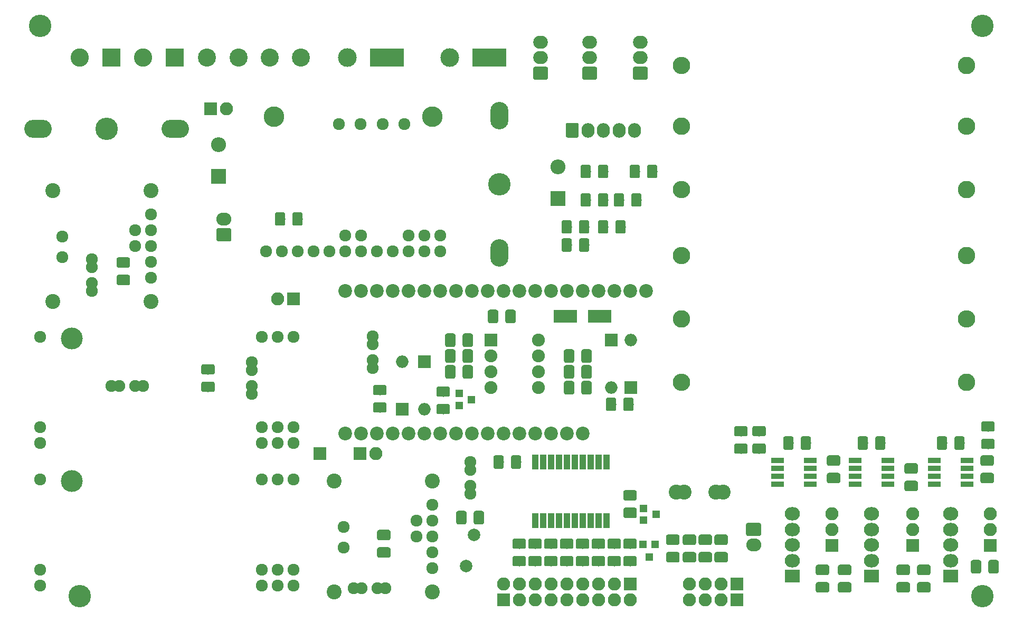
<source format=gbr>
G04 This is an RS-274x file exported by *
G04 gerbv version 2.6.1 *
G04 More information is available about gerbv at *
G04 http://gerbv.geda-project.org/ *
G04 --End of header info--*
%MOIN*%
%FSLAX34Y34*%
%IPPOS*%
G04 --Define apertures--*
%ADD10C,0.0039*%
%ADD11C,0.0650*%
%ADD12C,0.0757*%
%ADD13C,0.0748*%
%ADD14C,0.0866*%
%ADD15R,0.0817X0.0817*%
%ADD16C,0.0817*%
%ADD17O,0.1102X0.1102*%
%ADD18C,0.1102*%
%ADD19C,0.1417*%
%ADD20C,0.1157*%
%ADD21R,0.1157X0.1157*%
%ADD22C,0.0787*%
%ADD23O,0.0945X0.0945*%
%ADD24R,0.0945X0.0945*%
%ADD25O,0.0787X0.0787*%
%ADD26R,0.0787X0.0787*%
%ADD27R,0.1457X0.0827*%
%ADD28O,0.1732X0.1141*%
%ADD29O,0.1141X0.1732*%
%ADD30R,0.0957X0.0835*%
%ADD31O,0.0957X0.0835*%
%ADD32C,0.0827*%
%ADD33O,0.0925X0.0827*%
%ADD34R,0.0827X0.0827*%
%ADD35O,0.0827X0.0827*%
%ADD36O,0.0945X0.0827*%
%ADD37R,0.1181X0.1181*%
%ADD38C,0.1181*%
%ADD39O,0.0827X0.0925*%
%ADD40R,0.0827X0.0367*%
%ADD41R,0.0512X0.0472*%
%ADD42C,0.0945*%
%ADD43C,0.1299*%
%ADD44C,0.1378*%
%ADD45C,0.1142*%
%ADD46R,0.0394X0.0925*%
%ADD47R,0.0472X0.0512*%
G04 --Start main section--*
G54D10*
G36*
G01X0087606Y-048625D02*
G01X0087619Y-048627D01*
G01X0087631Y-048630D01*
G01X0087643Y-048634D01*
G01X0087655Y-048639D01*
G01X0087665Y-048646D01*
G01X0087676Y-048654D01*
G01X0087685Y-048662D01*
G01X0087694Y-048672D01*
G01X0087701Y-048682D01*
G01X0087708Y-048693D01*
G01X0087713Y-048704D01*
G01X0087718Y-048716D01*
G01X0087721Y-048729D01*
G01X0087723Y-048741D01*
G01X0087723Y-048754D01*
G01X0087723Y-049144D01*
G01X0087723Y-049156D01*
G01X0087721Y-049169D01*
G01X0087718Y-049181D01*
G01X0087713Y-049193D01*
G01X0087708Y-049205D01*
G01X0087701Y-049216D01*
G01X0087694Y-049226D01*
G01X0087685Y-049236D01*
G01X0087676Y-049244D01*
G01X0087665Y-049252D01*
G01X0087655Y-049258D01*
G01X0087643Y-049264D01*
G01X0087631Y-049268D01*
G01X0087619Y-049271D01*
G01X0087606Y-049273D01*
G01X0087593Y-049274D01*
G01X0087007Y-049274D01*
G01X0086994Y-049273D01*
G01X0086981Y-049271D01*
G01X0086969Y-049268D01*
G01X0086957Y-049264D01*
G01X0086945Y-049258D01*
G01X0086935Y-049252D01*
G01X0086924Y-049244D01*
G01X0086915Y-049236D01*
G01X0086906Y-049226D01*
G01X0086899Y-049216D01*
G01X0086892Y-049205D01*
G01X0086887Y-049193D01*
G01X0086882Y-049181D01*
G01X0086879Y-049169D01*
G01X0086877Y-049156D01*
G01X0086877Y-049144D01*
G01X0086877Y-048754D01*
G01X0086877Y-048741D01*
G01X0086879Y-048729D01*
G01X0086882Y-048716D01*
G01X0086887Y-048704D01*
G01X0086892Y-048693D01*
G01X0086899Y-048682D01*
G01X0086906Y-048672D01*
G01X0086915Y-048662D01*
G01X0086924Y-048654D01*
G01X0086935Y-048646D01*
G01X0086945Y-048639D01*
G01X0086957Y-048634D01*
G01X0086969Y-048630D01*
G01X0086981Y-048627D01*
G01X0086994Y-048625D01*
G01X0087007Y-048624D01*
G01X0087593Y-048624D01*
G01X0087606Y-048625D01*
G01X0087606Y-048625D01*
G37*
G54D11*
G01X0087300Y-048949D03*
G54D10*
G36*
G01X0087606Y-049727D02*
G01X0087619Y-049729D01*
G01X0087631Y-049732D01*
G01X0087643Y-049736D01*
G01X0087655Y-049742D01*
G01X0087665Y-049748D01*
G01X0087676Y-049756D01*
G01X0087685Y-049764D01*
G01X0087694Y-049774D01*
G01X0087701Y-049784D01*
G01X0087708Y-049795D01*
G01X0087713Y-049807D01*
G01X0087718Y-049819D01*
G01X0087721Y-049831D01*
G01X0087723Y-049844D01*
G01X0087723Y-049856D01*
G01X0087723Y-050246D01*
G01X0087723Y-050259D01*
G01X0087721Y-050271D01*
G01X0087718Y-050284D01*
G01X0087713Y-050296D01*
G01X0087708Y-050307D01*
G01X0087701Y-050318D01*
G01X0087694Y-050328D01*
G01X0087685Y-050338D01*
G01X0087676Y-050346D01*
G01X0087665Y-050354D01*
G01X0087655Y-050361D01*
G01X0087643Y-050366D01*
G01X0087631Y-050370D01*
G01X0087619Y-050373D01*
G01X0087606Y-050375D01*
G01X0087593Y-050376D01*
G01X0087007Y-050376D01*
G01X0086994Y-050375D01*
G01X0086981Y-050373D01*
G01X0086969Y-050370D01*
G01X0086957Y-050366D01*
G01X0086945Y-050361D01*
G01X0086935Y-050354D01*
G01X0086924Y-050346D01*
G01X0086915Y-050338D01*
G01X0086906Y-050328D01*
G01X0086899Y-050318D01*
G01X0086892Y-050307D01*
G01X0086887Y-050296D01*
G01X0086882Y-050284D01*
G01X0086879Y-050271D01*
G01X0086877Y-050259D01*
G01X0086877Y-050246D01*
G01X0086877Y-049856D01*
G01X0086877Y-049844D01*
G01X0086879Y-049831D01*
G01X0086882Y-049819D01*
G01X0086887Y-049807D01*
G01X0086892Y-049795D01*
G01X0086899Y-049784D01*
G01X0086906Y-049774D01*
G01X0086915Y-049764D01*
G01X0086924Y-049756D01*
G01X0086935Y-049748D01*
G01X0086945Y-049742D01*
G01X0086957Y-049736D01*
G01X0086969Y-049732D01*
G01X0086981Y-049729D01*
G01X0086994Y-049727D01*
G01X0087007Y-049726D01*
G01X0087593Y-049726D01*
G01X0087606Y-049727D01*
G01X0087606Y-049727D01*
G37*
G54D11*
G01X0087300Y-050051D03*
G54D12*
G01X0030750Y-036250D03*
G01X0030750Y-038250D03*
G54D13*
G01X0030750Y-037750D03*
G01X0030750Y-036750D03*
G54D12*
G01X0040850Y-044750D03*
G01X0040850Y-042750D03*
G54D13*
G01X0040850Y-043250D03*
G01X0040850Y-044250D03*
G54D12*
G01X0034000Y-044250D03*
G01X0032000Y-044250D03*
G54D13*
G01X0032500Y-044250D03*
G01X0033500Y-044250D03*
G54D12*
G01X0049300Y-057000D03*
G01X0047300Y-057000D03*
G54D13*
G01X0047800Y-057000D03*
G01X0048800Y-057000D03*
G54D12*
G01X0054650Y-051050D03*
G01X0054650Y-049050D03*
G54D13*
G01X0054650Y-049550D03*
G01X0054650Y-050550D03*
G54D14*
G01X0065750Y-038250D03*
G01X0064750Y-038250D03*
G01X0063750Y-038250D03*
G01X0062750Y-038250D03*
G01X0061750Y-038250D03*
G01X0060750Y-038250D03*
G01X0059750Y-038250D03*
G01X0058750Y-038250D03*
G01X0057750Y-038250D03*
G01X0056750Y-038250D03*
G01X0055750Y-038250D03*
G01X0054750Y-038250D03*
G01X0061750Y-047250D03*
G01X0060750Y-047250D03*
G01X0059750Y-047250D03*
G01X0058750Y-047250D03*
G01X0057750Y-047250D03*
G01X0056750Y-047250D03*
G01X0055750Y-047250D03*
G01X0054750Y-047250D03*
G01X0053750Y-047250D03*
G01X0052750Y-047250D03*
G01X0051750Y-047250D03*
G01X0050750Y-047250D03*
G01X0049750Y-047250D03*
G01X0048750Y-047250D03*
G01X0047750Y-047250D03*
G01X0046750Y-047250D03*
G01X0053750Y-038250D03*
G01X0052750Y-038250D03*
G01X0051750Y-038250D03*
G01X0050750Y-038250D03*
G01X0049750Y-038250D03*
G01X0048750Y-038250D03*
G01X0047750Y-038250D03*
G01X0046750Y-038250D03*
G54D12*
G01X0048500Y-041100D03*
G01X0048500Y-043100D03*
G54D13*
G01X0048500Y-042600D03*
G01X0048500Y-041600D03*
G54D15*
G01X0055950Y-041350D03*
G54D16*
G01X0055950Y-042350D03*
G01X0055950Y-043350D03*
G01X0055950Y-044350D03*
G01X0058950Y-044350D03*
G01X0058950Y-043350D03*
G01X0058950Y-042350D03*
G01X0058950Y-041350D03*
G54D17*
G01X0086000Y-040000D03*
G54D18*
G01X0068000Y-040000D03*
G54D19*
G01X0087000Y-057500D03*
G54D10*
G36*
G01X0082806Y-049125D02*
G01X0082819Y-049127D01*
G01X0082831Y-049130D01*
G01X0082843Y-049134D01*
G01X0082855Y-049139D01*
G01X0082865Y-049146D01*
G01X0082876Y-049154D01*
G01X0082885Y-049162D01*
G01X0082894Y-049172D01*
G01X0082901Y-049182D01*
G01X0082908Y-049193D01*
G01X0082913Y-049204D01*
G01X0082918Y-049216D01*
G01X0082921Y-049229D01*
G01X0082923Y-049241D01*
G01X0082923Y-049254D01*
G01X0082923Y-049644D01*
G01X0082923Y-049656D01*
G01X0082921Y-049669D01*
G01X0082918Y-049681D01*
G01X0082913Y-049693D01*
G01X0082908Y-049705D01*
G01X0082901Y-049716D01*
G01X0082894Y-049726D01*
G01X0082885Y-049736D01*
G01X0082876Y-049744D01*
G01X0082865Y-049752D01*
G01X0082855Y-049758D01*
G01X0082843Y-049764D01*
G01X0082831Y-049768D01*
G01X0082819Y-049771D01*
G01X0082806Y-049773D01*
G01X0082793Y-049774D01*
G01X0082207Y-049774D01*
G01X0082194Y-049773D01*
G01X0082181Y-049771D01*
G01X0082169Y-049768D01*
G01X0082157Y-049764D01*
G01X0082145Y-049758D01*
G01X0082135Y-049752D01*
G01X0082124Y-049744D01*
G01X0082115Y-049736D01*
G01X0082106Y-049726D01*
G01X0082099Y-049716D01*
G01X0082092Y-049705D01*
G01X0082087Y-049693D01*
G01X0082082Y-049681D01*
G01X0082079Y-049669D01*
G01X0082077Y-049656D01*
G01X0082077Y-049644D01*
G01X0082077Y-049254D01*
G01X0082077Y-049241D01*
G01X0082079Y-049229D01*
G01X0082082Y-049216D01*
G01X0082087Y-049204D01*
G01X0082092Y-049193D01*
G01X0082099Y-049182D01*
G01X0082106Y-049172D01*
G01X0082115Y-049162D01*
G01X0082124Y-049154D01*
G01X0082135Y-049146D01*
G01X0082145Y-049139D01*
G01X0082157Y-049134D01*
G01X0082169Y-049130D01*
G01X0082181Y-049127D01*
G01X0082194Y-049125D01*
G01X0082207Y-049124D01*
G01X0082793Y-049124D01*
G01X0082806Y-049125D01*
G01X0082806Y-049125D01*
G37*
G54D11*
G01X0082500Y-049449D03*
G54D10*
G36*
G01X0082806Y-050227D02*
G01X0082819Y-050229D01*
G01X0082831Y-050232D01*
G01X0082843Y-050236D01*
G01X0082855Y-050242D01*
G01X0082865Y-050248D01*
G01X0082876Y-050256D01*
G01X0082885Y-050264D01*
G01X0082894Y-050274D01*
G01X0082901Y-050284D01*
G01X0082908Y-050295D01*
G01X0082913Y-050307D01*
G01X0082918Y-050319D01*
G01X0082921Y-050331D01*
G01X0082923Y-050344D01*
G01X0082923Y-050356D01*
G01X0082923Y-050746D01*
G01X0082923Y-050759D01*
G01X0082921Y-050771D01*
G01X0082918Y-050784D01*
G01X0082913Y-050796D01*
G01X0082908Y-050807D01*
G01X0082901Y-050818D01*
G01X0082894Y-050828D01*
G01X0082885Y-050838D01*
G01X0082876Y-050846D01*
G01X0082865Y-050854D01*
G01X0082855Y-050861D01*
G01X0082843Y-050866D01*
G01X0082831Y-050870D01*
G01X0082819Y-050873D01*
G01X0082806Y-050875D01*
G01X0082793Y-050876D01*
G01X0082207Y-050876D01*
G01X0082194Y-050875D01*
G01X0082181Y-050873D01*
G01X0082169Y-050870D01*
G01X0082157Y-050866D01*
G01X0082145Y-050861D01*
G01X0082135Y-050854D01*
G01X0082124Y-050846D01*
G01X0082115Y-050838D01*
G01X0082106Y-050828D01*
G01X0082099Y-050818D01*
G01X0082092Y-050807D01*
G01X0082087Y-050796D01*
G01X0082082Y-050784D01*
G01X0082079Y-050771D01*
G01X0082077Y-050759D01*
G01X0082077Y-050746D01*
G01X0082077Y-050356D01*
G01X0082077Y-050344D01*
G01X0082079Y-050331D01*
G01X0082082Y-050319D01*
G01X0082087Y-050307D01*
G01X0082092Y-050295D01*
G01X0082099Y-050284D01*
G01X0082106Y-050274D01*
G01X0082115Y-050264D01*
G01X0082124Y-050256D01*
G01X0082135Y-050248D01*
G01X0082145Y-050242D01*
G01X0082157Y-050236D01*
G01X0082169Y-050232D01*
G01X0082181Y-050229D01*
G01X0082194Y-050227D01*
G01X0082207Y-050226D01*
G01X0082793Y-050226D01*
G01X0082806Y-050227D01*
G01X0082806Y-050227D01*
G37*
G54D11*
G01X0082500Y-050551D03*
G54D20*
G01X0034000Y-023500D03*
G54D21*
G01X0036000Y-023500D03*
G54D22*
G01X0054900Y-053650D03*
G01X0054388Y-055619D03*
G54D19*
G01X0087000Y-021500D03*
G01X0027500Y-021500D03*
G01X0030000Y-057500D03*
G54D10*
G36*
G01X0033056Y-036125D02*
G01X0033069Y-036127D01*
G01X0033081Y-036130D01*
G01X0033093Y-036134D01*
G01X0033105Y-036139D01*
G01X0033115Y-036146D01*
G01X0033126Y-036154D01*
G01X0033135Y-036162D01*
G01X0033144Y-036172D01*
G01X0033151Y-036182D01*
G01X0033158Y-036193D01*
G01X0033163Y-036204D01*
G01X0033168Y-036216D01*
G01X0033171Y-036229D01*
G01X0033173Y-036241D01*
G01X0033173Y-036254D01*
G01X0033173Y-036644D01*
G01X0033173Y-036656D01*
G01X0033171Y-036669D01*
G01X0033168Y-036681D01*
G01X0033163Y-036693D01*
G01X0033158Y-036705D01*
G01X0033151Y-036716D01*
G01X0033144Y-036726D01*
G01X0033135Y-036736D01*
G01X0033126Y-036744D01*
G01X0033115Y-036752D01*
G01X0033105Y-036758D01*
G01X0033093Y-036764D01*
G01X0033081Y-036768D01*
G01X0033069Y-036771D01*
G01X0033056Y-036773D01*
G01X0033043Y-036774D01*
G01X0032457Y-036774D01*
G01X0032444Y-036773D01*
G01X0032431Y-036771D01*
G01X0032419Y-036768D01*
G01X0032407Y-036764D01*
G01X0032395Y-036758D01*
G01X0032385Y-036752D01*
G01X0032374Y-036744D01*
G01X0032365Y-036736D01*
G01X0032356Y-036726D01*
G01X0032349Y-036716D01*
G01X0032342Y-036705D01*
G01X0032337Y-036693D01*
G01X0032332Y-036681D01*
G01X0032329Y-036669D01*
G01X0032327Y-036656D01*
G01X0032327Y-036644D01*
G01X0032327Y-036254D01*
G01X0032327Y-036241D01*
G01X0032329Y-036229D01*
G01X0032332Y-036216D01*
G01X0032337Y-036204D01*
G01X0032342Y-036193D01*
G01X0032349Y-036182D01*
G01X0032356Y-036172D01*
G01X0032365Y-036162D01*
G01X0032374Y-036154D01*
G01X0032385Y-036146D01*
G01X0032395Y-036139D01*
G01X0032407Y-036134D01*
G01X0032419Y-036130D01*
G01X0032431Y-036127D01*
G01X0032444Y-036125D01*
G01X0032457Y-036124D01*
G01X0033043Y-036124D01*
G01X0033056Y-036125D01*
G01X0033056Y-036125D01*
G37*
G54D11*
G01X0032750Y-036449D03*
G54D10*
G36*
G01X0033056Y-037227D02*
G01X0033069Y-037229D01*
G01X0033081Y-037232D01*
G01X0033093Y-037236D01*
G01X0033105Y-037242D01*
G01X0033115Y-037248D01*
G01X0033126Y-037256D01*
G01X0033135Y-037264D01*
G01X0033144Y-037274D01*
G01X0033151Y-037284D01*
G01X0033158Y-037295D01*
G01X0033163Y-037307D01*
G01X0033168Y-037319D01*
G01X0033171Y-037331D01*
G01X0033173Y-037344D01*
G01X0033173Y-037356D01*
G01X0033173Y-037746D01*
G01X0033173Y-037759D01*
G01X0033171Y-037771D01*
G01X0033168Y-037784D01*
G01X0033163Y-037796D01*
G01X0033158Y-037807D01*
G01X0033151Y-037818D01*
G01X0033144Y-037828D01*
G01X0033135Y-037838D01*
G01X0033126Y-037846D01*
G01X0033115Y-037854D01*
G01X0033105Y-037861D01*
G01X0033093Y-037866D01*
G01X0033081Y-037870D01*
G01X0033069Y-037873D01*
G01X0033056Y-037875D01*
G01X0033043Y-037876D01*
G01X0032457Y-037876D01*
G01X0032444Y-037875D01*
G01X0032431Y-037873D01*
G01X0032419Y-037870D01*
G01X0032407Y-037866D01*
G01X0032395Y-037861D01*
G01X0032385Y-037854D01*
G01X0032374Y-037846D01*
G01X0032365Y-037838D01*
G01X0032356Y-037828D01*
G01X0032349Y-037818D01*
G01X0032342Y-037807D01*
G01X0032337Y-037796D01*
G01X0032332Y-037784D01*
G01X0032329Y-037771D01*
G01X0032327Y-037759D01*
G01X0032327Y-037746D01*
G01X0032327Y-037356D01*
G01X0032327Y-037344D01*
G01X0032329Y-037331D01*
G01X0032332Y-037319D01*
G01X0032337Y-037307D01*
G01X0032342Y-037295D01*
G01X0032349Y-037284D01*
G01X0032356Y-037274D01*
G01X0032365Y-037264D01*
G01X0032374Y-037256D01*
G01X0032385Y-037248D01*
G01X0032395Y-037242D01*
G01X0032407Y-037236D01*
G01X0032419Y-037232D01*
G01X0032431Y-037229D01*
G01X0032444Y-037227D01*
G01X0032457Y-037226D01*
G01X0033043Y-037226D01*
G01X0033056Y-037227D01*
G01X0033056Y-037227D01*
G37*
G54D11*
G01X0032750Y-037551D03*
G54D10*
G36*
G01X0063256Y-033777D02*
G01X0063269Y-033779D01*
G01X0063281Y-033782D01*
G01X0063293Y-033787D01*
G01X0063305Y-033792D01*
G01X0063316Y-033799D01*
G01X0063326Y-033806D01*
G01X0063336Y-033815D01*
G01X0063344Y-033824D01*
G01X0063352Y-033835D01*
G01X0063358Y-033845D01*
G01X0063364Y-033857D01*
G01X0063368Y-033869D01*
G01X0063371Y-033881D01*
G01X0063373Y-033894D01*
G01X0063374Y-033907D01*
G01X0063374Y-034493D01*
G01X0063373Y-034506D01*
G01X0063371Y-034519D01*
G01X0063368Y-034531D01*
G01X0063364Y-034543D01*
G01X0063358Y-034555D01*
G01X0063352Y-034565D01*
G01X0063344Y-034576D01*
G01X0063336Y-034585D01*
G01X0063326Y-034594D01*
G01X0063316Y-034601D01*
G01X0063305Y-034608D01*
G01X0063293Y-034613D01*
G01X0063281Y-034618D01*
G01X0063269Y-034621D01*
G01X0063256Y-034623D01*
G01X0063244Y-034623D01*
G01X0062854Y-034623D01*
G01X0062841Y-034623D01*
G01X0062829Y-034621D01*
G01X0062816Y-034618D01*
G01X0062804Y-034613D01*
G01X0062793Y-034608D01*
G01X0062782Y-034601D01*
G01X0062772Y-034594D01*
G01X0062762Y-034585D01*
G01X0062754Y-034576D01*
G01X0062746Y-034565D01*
G01X0062739Y-034555D01*
G01X0062734Y-034543D01*
G01X0062730Y-034531D01*
G01X0062727Y-034519D01*
G01X0062725Y-034506D01*
G01X0062724Y-034493D01*
G01X0062724Y-033907D01*
G01X0062725Y-033894D01*
G01X0062727Y-033881D01*
G01X0062730Y-033869D01*
G01X0062734Y-033857D01*
G01X0062739Y-033845D01*
G01X0062746Y-033835D01*
G01X0062754Y-033824D01*
G01X0062762Y-033815D01*
G01X0062772Y-033806D01*
G01X0062782Y-033799D01*
G01X0062793Y-033792D01*
G01X0062804Y-033787D01*
G01X0062816Y-033782D01*
G01X0062829Y-033779D01*
G01X0062841Y-033777D01*
G01X0062854Y-033777D01*
G01X0063244Y-033777D01*
G01X0063256Y-033777D01*
G01X0063256Y-033777D01*
G37*
G54D11*
G01X0063049Y-034200D03*
G54D10*
G36*
G01X0064359Y-033777D02*
G01X0064371Y-033779D01*
G01X0064384Y-033782D01*
G01X0064396Y-033787D01*
G01X0064407Y-033792D01*
G01X0064418Y-033799D01*
G01X0064428Y-033806D01*
G01X0064438Y-033815D01*
G01X0064446Y-033824D01*
G01X0064454Y-033835D01*
G01X0064461Y-033845D01*
G01X0064466Y-033857D01*
G01X0064470Y-033869D01*
G01X0064473Y-033881D01*
G01X0064475Y-033894D01*
G01X0064476Y-033907D01*
G01X0064476Y-034493D01*
G01X0064475Y-034506D01*
G01X0064473Y-034519D01*
G01X0064470Y-034531D01*
G01X0064466Y-034543D01*
G01X0064461Y-034555D01*
G01X0064454Y-034565D01*
G01X0064446Y-034576D01*
G01X0064438Y-034585D01*
G01X0064428Y-034594D01*
G01X0064418Y-034601D01*
G01X0064407Y-034608D01*
G01X0064396Y-034613D01*
G01X0064384Y-034618D01*
G01X0064371Y-034621D01*
G01X0064359Y-034623D01*
G01X0064346Y-034623D01*
G01X0063956Y-034623D01*
G01X0063944Y-034623D01*
G01X0063931Y-034621D01*
G01X0063919Y-034618D01*
G01X0063907Y-034613D01*
G01X0063895Y-034608D01*
G01X0063884Y-034601D01*
G01X0063874Y-034594D01*
G01X0063864Y-034585D01*
G01X0063856Y-034576D01*
G01X0063848Y-034565D01*
G01X0063842Y-034555D01*
G01X0063836Y-034543D01*
G01X0063832Y-034531D01*
G01X0063829Y-034519D01*
G01X0063827Y-034506D01*
G01X0063826Y-034493D01*
G01X0063826Y-033907D01*
G01X0063827Y-033894D01*
G01X0063829Y-033881D01*
G01X0063832Y-033869D01*
G01X0063836Y-033857D01*
G01X0063842Y-033845D01*
G01X0063848Y-033835D01*
G01X0063856Y-033824D01*
G01X0063864Y-033815D01*
G01X0063874Y-033806D01*
G01X0063884Y-033799D01*
G01X0063895Y-033792D01*
G01X0063907Y-033787D01*
G01X0063919Y-033782D01*
G01X0063931Y-033779D01*
G01X0063944Y-033777D01*
G01X0063956Y-033777D01*
G01X0064346Y-033777D01*
G01X0064359Y-033777D01*
G01X0064359Y-033777D01*
G37*
G54D11*
G01X0064151Y-034200D03*
G54D10*
G36*
G01X0065256Y-030277D02*
G01X0065269Y-030279D01*
G01X0065281Y-030282D01*
G01X0065293Y-030287D01*
G01X0065305Y-030292D01*
G01X0065316Y-030299D01*
G01X0065326Y-030306D01*
G01X0065336Y-030315D01*
G01X0065344Y-030324D01*
G01X0065352Y-030335D01*
G01X0065358Y-030345D01*
G01X0065364Y-030357D01*
G01X0065368Y-030369D01*
G01X0065371Y-030381D01*
G01X0065373Y-030394D01*
G01X0065374Y-030407D01*
G01X0065374Y-030993D01*
G01X0065373Y-031006D01*
G01X0065371Y-031019D01*
G01X0065368Y-031031D01*
G01X0065364Y-031043D01*
G01X0065358Y-031055D01*
G01X0065352Y-031065D01*
G01X0065344Y-031076D01*
G01X0065336Y-031085D01*
G01X0065326Y-031094D01*
G01X0065316Y-031101D01*
G01X0065305Y-031108D01*
G01X0065293Y-031113D01*
G01X0065281Y-031118D01*
G01X0065269Y-031121D01*
G01X0065256Y-031123D01*
G01X0065244Y-031123D01*
G01X0064854Y-031123D01*
G01X0064841Y-031123D01*
G01X0064829Y-031121D01*
G01X0064816Y-031118D01*
G01X0064804Y-031113D01*
G01X0064793Y-031108D01*
G01X0064782Y-031101D01*
G01X0064772Y-031094D01*
G01X0064762Y-031085D01*
G01X0064754Y-031076D01*
G01X0064746Y-031065D01*
G01X0064739Y-031055D01*
G01X0064734Y-031043D01*
G01X0064730Y-031031D01*
G01X0064727Y-031019D01*
G01X0064725Y-031006D01*
G01X0064724Y-030993D01*
G01X0064724Y-030407D01*
G01X0064725Y-030394D01*
G01X0064727Y-030381D01*
G01X0064730Y-030369D01*
G01X0064734Y-030357D01*
G01X0064739Y-030345D01*
G01X0064746Y-030335D01*
G01X0064754Y-030324D01*
G01X0064762Y-030315D01*
G01X0064772Y-030306D01*
G01X0064782Y-030299D01*
G01X0064793Y-030292D01*
G01X0064804Y-030287D01*
G01X0064816Y-030282D01*
G01X0064829Y-030279D01*
G01X0064841Y-030277D01*
G01X0064854Y-030277D01*
G01X0065244Y-030277D01*
G01X0065256Y-030277D01*
G01X0065256Y-030277D01*
G37*
G54D11*
G01X0065049Y-030700D03*
G54D10*
G36*
G01X0066359Y-030277D02*
G01X0066371Y-030279D01*
G01X0066384Y-030282D01*
G01X0066396Y-030287D01*
G01X0066407Y-030292D01*
G01X0066418Y-030299D01*
G01X0066428Y-030306D01*
G01X0066438Y-030315D01*
G01X0066446Y-030324D01*
G01X0066454Y-030335D01*
G01X0066461Y-030345D01*
G01X0066466Y-030357D01*
G01X0066470Y-030369D01*
G01X0066473Y-030381D01*
G01X0066475Y-030394D01*
G01X0066476Y-030407D01*
G01X0066476Y-030993D01*
G01X0066475Y-031006D01*
G01X0066473Y-031019D01*
G01X0066470Y-031031D01*
G01X0066466Y-031043D01*
G01X0066461Y-031055D01*
G01X0066454Y-031065D01*
G01X0066446Y-031076D01*
G01X0066438Y-031085D01*
G01X0066428Y-031094D01*
G01X0066418Y-031101D01*
G01X0066407Y-031108D01*
G01X0066396Y-031113D01*
G01X0066384Y-031118D01*
G01X0066371Y-031121D01*
G01X0066359Y-031123D01*
G01X0066346Y-031123D01*
G01X0065956Y-031123D01*
G01X0065944Y-031123D01*
G01X0065931Y-031121D01*
G01X0065919Y-031118D01*
G01X0065907Y-031113D01*
G01X0065895Y-031108D01*
G01X0065884Y-031101D01*
G01X0065874Y-031094D01*
G01X0065864Y-031085D01*
G01X0065856Y-031076D01*
G01X0065848Y-031065D01*
G01X0065842Y-031055D01*
G01X0065836Y-031043D01*
G01X0065832Y-031031D01*
G01X0065829Y-031019D01*
G01X0065827Y-031006D01*
G01X0065826Y-030993D01*
G01X0065826Y-030407D01*
G01X0065827Y-030394D01*
G01X0065829Y-030381D01*
G01X0065832Y-030369D01*
G01X0065836Y-030357D01*
G01X0065842Y-030345D01*
G01X0065848Y-030335D01*
G01X0065856Y-030324D01*
G01X0065864Y-030315D01*
G01X0065874Y-030306D01*
G01X0065884Y-030299D01*
G01X0065895Y-030292D01*
G01X0065907Y-030287D01*
G01X0065919Y-030282D01*
G01X0065931Y-030279D01*
G01X0065944Y-030277D01*
G01X0065956Y-030277D01*
G01X0066346Y-030277D01*
G01X0066359Y-030277D01*
G01X0066359Y-030277D01*
G37*
G54D11*
G01X0066151Y-030700D03*
G54D10*
G36*
G01X0065359Y-032077D02*
G01X0065371Y-032079D01*
G01X0065384Y-032082D01*
G01X0065396Y-032087D01*
G01X0065407Y-032092D01*
G01X0065418Y-032099D01*
G01X0065428Y-032106D01*
G01X0065438Y-032115D01*
G01X0065446Y-032124D01*
G01X0065454Y-032135D01*
G01X0065461Y-032145D01*
G01X0065466Y-032157D01*
G01X0065470Y-032169D01*
G01X0065473Y-032181D01*
G01X0065475Y-032194D01*
G01X0065476Y-032207D01*
G01X0065476Y-032793D01*
G01X0065475Y-032806D01*
G01X0065473Y-032819D01*
G01X0065470Y-032831D01*
G01X0065466Y-032843D01*
G01X0065461Y-032855D01*
G01X0065454Y-032865D01*
G01X0065446Y-032876D01*
G01X0065438Y-032885D01*
G01X0065428Y-032894D01*
G01X0065418Y-032901D01*
G01X0065407Y-032908D01*
G01X0065396Y-032913D01*
G01X0065384Y-032918D01*
G01X0065371Y-032921D01*
G01X0065359Y-032923D01*
G01X0065346Y-032923D01*
G01X0064956Y-032923D01*
G01X0064944Y-032923D01*
G01X0064931Y-032921D01*
G01X0064919Y-032918D01*
G01X0064907Y-032913D01*
G01X0064895Y-032908D01*
G01X0064884Y-032901D01*
G01X0064874Y-032894D01*
G01X0064864Y-032885D01*
G01X0064856Y-032876D01*
G01X0064848Y-032865D01*
G01X0064842Y-032855D01*
G01X0064836Y-032843D01*
G01X0064832Y-032831D01*
G01X0064829Y-032819D01*
G01X0064827Y-032806D01*
G01X0064826Y-032793D01*
G01X0064826Y-032207D01*
G01X0064827Y-032194D01*
G01X0064829Y-032181D01*
G01X0064832Y-032169D01*
G01X0064836Y-032157D01*
G01X0064842Y-032145D01*
G01X0064848Y-032135D01*
G01X0064856Y-032124D01*
G01X0064864Y-032115D01*
G01X0064874Y-032106D01*
G01X0064884Y-032099D01*
G01X0064895Y-032092D01*
G01X0064907Y-032087D01*
G01X0064919Y-032082D01*
G01X0064931Y-032079D01*
G01X0064944Y-032077D01*
G01X0064956Y-032077D01*
G01X0065346Y-032077D01*
G01X0065359Y-032077D01*
G01X0065359Y-032077D01*
G37*
G54D11*
G01X0065151Y-032500D03*
G54D10*
G36*
G01X0064256Y-032077D02*
G01X0064269Y-032079D01*
G01X0064281Y-032082D01*
G01X0064293Y-032087D01*
G01X0064305Y-032092D01*
G01X0064316Y-032099D01*
G01X0064326Y-032106D01*
G01X0064336Y-032115D01*
G01X0064344Y-032124D01*
G01X0064352Y-032135D01*
G01X0064358Y-032145D01*
G01X0064364Y-032157D01*
G01X0064368Y-032169D01*
G01X0064371Y-032181D01*
G01X0064373Y-032194D01*
G01X0064374Y-032207D01*
G01X0064374Y-032793D01*
G01X0064373Y-032806D01*
G01X0064371Y-032819D01*
G01X0064368Y-032831D01*
G01X0064364Y-032843D01*
G01X0064358Y-032855D01*
G01X0064352Y-032865D01*
G01X0064344Y-032876D01*
G01X0064336Y-032885D01*
G01X0064326Y-032894D01*
G01X0064316Y-032901D01*
G01X0064305Y-032908D01*
G01X0064293Y-032913D01*
G01X0064281Y-032918D01*
G01X0064269Y-032921D01*
G01X0064256Y-032923D01*
G01X0064244Y-032923D01*
G01X0063854Y-032923D01*
G01X0063841Y-032923D01*
G01X0063829Y-032921D01*
G01X0063816Y-032918D01*
G01X0063804Y-032913D01*
G01X0063793Y-032908D01*
G01X0063782Y-032901D01*
G01X0063772Y-032894D01*
G01X0063762Y-032885D01*
G01X0063754Y-032876D01*
G01X0063746Y-032865D01*
G01X0063739Y-032855D01*
G01X0063734Y-032843D01*
G01X0063730Y-032831D01*
G01X0063727Y-032819D01*
G01X0063725Y-032806D01*
G01X0063724Y-032793D01*
G01X0063724Y-032207D01*
G01X0063725Y-032194D01*
G01X0063727Y-032181D01*
G01X0063730Y-032169D01*
G01X0063734Y-032157D01*
G01X0063739Y-032145D01*
G01X0063746Y-032135D01*
G01X0063754Y-032124D01*
G01X0063762Y-032115D01*
G01X0063772Y-032106D01*
G01X0063782Y-032099D01*
G01X0063793Y-032092D01*
G01X0063804Y-032087D01*
G01X0063816Y-032082D01*
G01X0063829Y-032079D01*
G01X0063841Y-032077D01*
G01X0063854Y-032077D01*
G01X0064244Y-032077D01*
G01X0064256Y-032077D01*
G01X0064256Y-032077D01*
G37*
G54D11*
G01X0064049Y-032500D03*
G54D10*
G36*
G01X0078606Y-056627D02*
G01X0078619Y-056629D01*
G01X0078631Y-056632D01*
G01X0078643Y-056636D01*
G01X0078655Y-056642D01*
G01X0078665Y-056648D01*
G01X0078676Y-056656D01*
G01X0078685Y-056664D01*
G01X0078694Y-056674D01*
G01X0078701Y-056684D01*
G01X0078708Y-056695D01*
G01X0078713Y-056707D01*
G01X0078718Y-056719D01*
G01X0078721Y-056731D01*
G01X0078723Y-056744D01*
G01X0078723Y-056756D01*
G01X0078723Y-057146D01*
G01X0078723Y-057159D01*
G01X0078721Y-057171D01*
G01X0078718Y-057184D01*
G01X0078713Y-057196D01*
G01X0078708Y-057207D01*
G01X0078701Y-057218D01*
G01X0078694Y-057228D01*
G01X0078685Y-057238D01*
G01X0078676Y-057246D01*
G01X0078665Y-057254D01*
G01X0078655Y-057261D01*
G01X0078643Y-057266D01*
G01X0078631Y-057270D01*
G01X0078619Y-057273D01*
G01X0078606Y-057275D01*
G01X0078593Y-057276D01*
G01X0078007Y-057276D01*
G01X0077994Y-057275D01*
G01X0077981Y-057273D01*
G01X0077969Y-057270D01*
G01X0077957Y-057266D01*
G01X0077945Y-057261D01*
G01X0077935Y-057254D01*
G01X0077924Y-057246D01*
G01X0077915Y-057238D01*
G01X0077906Y-057228D01*
G01X0077899Y-057218D01*
G01X0077892Y-057207D01*
G01X0077887Y-057196D01*
G01X0077882Y-057184D01*
G01X0077879Y-057171D01*
G01X0077877Y-057159D01*
G01X0077877Y-057146D01*
G01X0077877Y-056756D01*
G01X0077877Y-056744D01*
G01X0077879Y-056731D01*
G01X0077882Y-056719D01*
G01X0077887Y-056707D01*
G01X0077892Y-056695D01*
G01X0077899Y-056684D01*
G01X0077906Y-056674D01*
G01X0077915Y-056664D01*
G01X0077924Y-056656D01*
G01X0077935Y-056648D01*
G01X0077945Y-056642D01*
G01X0077957Y-056636D01*
G01X0077969Y-056632D01*
G01X0077981Y-056629D01*
G01X0077994Y-056627D01*
G01X0078007Y-056626D01*
G01X0078593Y-056626D01*
G01X0078606Y-056627D01*
G01X0078606Y-056627D01*
G37*
G54D11*
G01X0078300Y-056951D03*
G54D10*
G36*
G01X0078606Y-055525D02*
G01X0078619Y-055527D01*
G01X0078631Y-055530D01*
G01X0078643Y-055534D01*
G01X0078655Y-055539D01*
G01X0078665Y-055546D01*
G01X0078676Y-055554D01*
G01X0078685Y-055562D01*
G01X0078694Y-055572D01*
G01X0078701Y-055582D01*
G01X0078708Y-055593D01*
G01X0078713Y-055604D01*
G01X0078718Y-055616D01*
G01X0078721Y-055629D01*
G01X0078723Y-055641D01*
G01X0078723Y-055654D01*
G01X0078723Y-056044D01*
G01X0078723Y-056056D01*
G01X0078721Y-056069D01*
G01X0078718Y-056081D01*
G01X0078713Y-056093D01*
G01X0078708Y-056105D01*
G01X0078701Y-056116D01*
G01X0078694Y-056126D01*
G01X0078685Y-056136D01*
G01X0078676Y-056144D01*
G01X0078665Y-056152D01*
G01X0078655Y-056158D01*
G01X0078643Y-056164D01*
G01X0078631Y-056168D01*
G01X0078619Y-056171D01*
G01X0078606Y-056173D01*
G01X0078593Y-056174D01*
G01X0078007Y-056174D01*
G01X0077994Y-056173D01*
G01X0077981Y-056171D01*
G01X0077969Y-056168D01*
G01X0077957Y-056164D01*
G01X0077945Y-056158D01*
G01X0077935Y-056152D01*
G01X0077924Y-056144D01*
G01X0077915Y-056136D01*
G01X0077906Y-056126D01*
G01X0077899Y-056116D01*
G01X0077892Y-056105D01*
G01X0077887Y-056093D01*
G01X0077882Y-056081D01*
G01X0077879Y-056069D01*
G01X0077877Y-056056D01*
G01X0077877Y-056044D01*
G01X0077877Y-055654D01*
G01X0077877Y-055641D01*
G01X0077879Y-055629D01*
G01X0077882Y-055616D01*
G01X0077887Y-055604D01*
G01X0077892Y-055593D01*
G01X0077899Y-055582D01*
G01X0077906Y-055572D01*
G01X0077915Y-055562D01*
G01X0077924Y-055554D01*
G01X0077935Y-055546D01*
G01X0077945Y-055539D01*
G01X0077957Y-055534D01*
G01X0077969Y-055530D01*
G01X0077981Y-055527D01*
G01X0077994Y-055525D01*
G01X0078007Y-055524D01*
G01X0078593Y-055524D01*
G01X0078606Y-055525D01*
G01X0078606Y-055525D01*
G37*
G54D11*
G01X0078300Y-055849D03*
G54D10*
G36*
G01X0086806Y-055227D02*
G01X0086819Y-055229D01*
G01X0086831Y-055232D01*
G01X0086843Y-055237D01*
G01X0086855Y-055242D01*
G01X0086866Y-055249D01*
G01X0086876Y-055256D01*
G01X0086886Y-055265D01*
G01X0086894Y-055274D01*
G01X0086902Y-055285D01*
G01X0086908Y-055295D01*
G01X0086914Y-055307D01*
G01X0086918Y-055319D01*
G01X0086921Y-055331D01*
G01X0086923Y-055344D01*
G01X0086924Y-055357D01*
G01X0086924Y-055943D01*
G01X0086923Y-055956D01*
G01X0086921Y-055969D01*
G01X0086918Y-055981D01*
G01X0086914Y-055993D01*
G01X0086908Y-056005D01*
G01X0086902Y-056015D01*
G01X0086894Y-056026D01*
G01X0086886Y-056035D01*
G01X0086876Y-056044D01*
G01X0086866Y-056051D01*
G01X0086855Y-056058D01*
G01X0086843Y-056063D01*
G01X0086831Y-056068D01*
G01X0086819Y-056071D01*
G01X0086806Y-056073D01*
G01X0086794Y-056073D01*
G01X0086404Y-056073D01*
G01X0086391Y-056073D01*
G01X0086379Y-056071D01*
G01X0086366Y-056068D01*
G01X0086354Y-056063D01*
G01X0086343Y-056058D01*
G01X0086332Y-056051D01*
G01X0086322Y-056044D01*
G01X0086312Y-056035D01*
G01X0086304Y-056026D01*
G01X0086296Y-056015D01*
G01X0086289Y-056005D01*
G01X0086284Y-055993D01*
G01X0086280Y-055981D01*
G01X0086277Y-055969D01*
G01X0086275Y-055956D01*
G01X0086274Y-055943D01*
G01X0086274Y-055357D01*
G01X0086275Y-055344D01*
G01X0086277Y-055331D01*
G01X0086280Y-055319D01*
G01X0086284Y-055307D01*
G01X0086289Y-055295D01*
G01X0086296Y-055285D01*
G01X0086304Y-055274D01*
G01X0086312Y-055265D01*
G01X0086322Y-055256D01*
G01X0086332Y-055249D01*
G01X0086343Y-055242D01*
G01X0086354Y-055237D01*
G01X0086366Y-055232D01*
G01X0086379Y-055229D01*
G01X0086391Y-055227D01*
G01X0086404Y-055227D01*
G01X0086794Y-055227D01*
G01X0086806Y-055227D01*
G01X0086806Y-055227D01*
G37*
G54D11*
G01X0086599Y-055650D03*
G54D10*
G36*
G01X0087909Y-055227D02*
G01X0087921Y-055229D01*
G01X0087934Y-055232D01*
G01X0087946Y-055237D01*
G01X0087957Y-055242D01*
G01X0087968Y-055249D01*
G01X0087978Y-055256D01*
G01X0087988Y-055265D01*
G01X0087996Y-055274D01*
G01X0088004Y-055285D01*
G01X0088011Y-055295D01*
G01X0088016Y-055307D01*
G01X0088020Y-055319D01*
G01X0088023Y-055331D01*
G01X0088025Y-055344D01*
G01X0088026Y-055357D01*
G01X0088026Y-055943D01*
G01X0088025Y-055956D01*
G01X0088023Y-055969D01*
G01X0088020Y-055981D01*
G01X0088016Y-055993D01*
G01X0088011Y-056005D01*
G01X0088004Y-056015D01*
G01X0087996Y-056026D01*
G01X0087988Y-056035D01*
G01X0087978Y-056044D01*
G01X0087968Y-056051D01*
G01X0087957Y-056058D01*
G01X0087946Y-056063D01*
G01X0087934Y-056068D01*
G01X0087921Y-056071D01*
G01X0087909Y-056073D01*
G01X0087896Y-056073D01*
G01X0087506Y-056073D01*
G01X0087494Y-056073D01*
G01X0087481Y-056071D01*
G01X0087469Y-056068D01*
G01X0087457Y-056063D01*
G01X0087445Y-056058D01*
G01X0087434Y-056051D01*
G01X0087424Y-056044D01*
G01X0087414Y-056035D01*
G01X0087406Y-056026D01*
G01X0087398Y-056015D01*
G01X0087392Y-056005D01*
G01X0087386Y-055993D01*
G01X0087382Y-055981D01*
G01X0087379Y-055969D01*
G01X0087377Y-055956D01*
G01X0087376Y-055943D01*
G01X0087376Y-055357D01*
G01X0087377Y-055344D01*
G01X0087379Y-055331D01*
G01X0087382Y-055319D01*
G01X0087386Y-055307D01*
G01X0087392Y-055295D01*
G01X0087398Y-055285D01*
G01X0087406Y-055274D01*
G01X0087414Y-055265D01*
G01X0087424Y-055256D01*
G01X0087434Y-055249D01*
G01X0087445Y-055242D01*
G01X0087457Y-055237D01*
G01X0087469Y-055232D01*
G01X0087481Y-055229D01*
G01X0087494Y-055227D01*
G01X0087506Y-055227D01*
G01X0087896Y-055227D01*
G01X0087909Y-055227D01*
G01X0087909Y-055227D01*
G37*
G54D11*
G01X0087701Y-055650D03*
G54D10*
G36*
G01X0083606Y-056627D02*
G01X0083619Y-056629D01*
G01X0083631Y-056632D01*
G01X0083643Y-056636D01*
G01X0083655Y-056642D01*
G01X0083665Y-056648D01*
G01X0083676Y-056656D01*
G01X0083685Y-056664D01*
G01X0083694Y-056674D01*
G01X0083701Y-056684D01*
G01X0083708Y-056695D01*
G01X0083713Y-056707D01*
G01X0083718Y-056719D01*
G01X0083721Y-056731D01*
G01X0083723Y-056744D01*
G01X0083723Y-056756D01*
G01X0083723Y-057146D01*
G01X0083723Y-057159D01*
G01X0083721Y-057171D01*
G01X0083718Y-057184D01*
G01X0083713Y-057196D01*
G01X0083708Y-057207D01*
G01X0083701Y-057218D01*
G01X0083694Y-057228D01*
G01X0083685Y-057238D01*
G01X0083676Y-057246D01*
G01X0083665Y-057254D01*
G01X0083655Y-057261D01*
G01X0083643Y-057266D01*
G01X0083631Y-057270D01*
G01X0083619Y-057273D01*
G01X0083606Y-057275D01*
G01X0083593Y-057276D01*
G01X0083007Y-057276D01*
G01X0082994Y-057275D01*
G01X0082981Y-057273D01*
G01X0082969Y-057270D01*
G01X0082957Y-057266D01*
G01X0082945Y-057261D01*
G01X0082935Y-057254D01*
G01X0082924Y-057246D01*
G01X0082915Y-057238D01*
G01X0082906Y-057228D01*
G01X0082899Y-057218D01*
G01X0082892Y-057207D01*
G01X0082887Y-057196D01*
G01X0082882Y-057184D01*
G01X0082879Y-057171D01*
G01X0082877Y-057159D01*
G01X0082877Y-057146D01*
G01X0082877Y-056756D01*
G01X0082877Y-056744D01*
G01X0082879Y-056731D01*
G01X0082882Y-056719D01*
G01X0082887Y-056707D01*
G01X0082892Y-056695D01*
G01X0082899Y-056684D01*
G01X0082906Y-056674D01*
G01X0082915Y-056664D01*
G01X0082924Y-056656D01*
G01X0082935Y-056648D01*
G01X0082945Y-056642D01*
G01X0082957Y-056636D01*
G01X0082969Y-056632D01*
G01X0082981Y-056629D01*
G01X0082994Y-056627D01*
G01X0083007Y-056626D01*
G01X0083593Y-056626D01*
G01X0083606Y-056627D01*
G01X0083606Y-056627D01*
G37*
G54D11*
G01X0083300Y-056951D03*
G54D10*
G36*
G01X0083606Y-055525D02*
G01X0083619Y-055527D01*
G01X0083631Y-055530D01*
G01X0083643Y-055534D01*
G01X0083655Y-055539D01*
G01X0083665Y-055546D01*
G01X0083676Y-055554D01*
G01X0083685Y-055562D01*
G01X0083694Y-055572D01*
G01X0083701Y-055582D01*
G01X0083708Y-055593D01*
G01X0083713Y-055604D01*
G01X0083718Y-055616D01*
G01X0083721Y-055629D01*
G01X0083723Y-055641D01*
G01X0083723Y-055654D01*
G01X0083723Y-056044D01*
G01X0083723Y-056056D01*
G01X0083721Y-056069D01*
G01X0083718Y-056081D01*
G01X0083713Y-056093D01*
G01X0083708Y-056105D01*
G01X0083701Y-056116D01*
G01X0083694Y-056126D01*
G01X0083685Y-056136D01*
G01X0083676Y-056144D01*
G01X0083665Y-056152D01*
G01X0083655Y-056158D01*
G01X0083643Y-056164D01*
G01X0083631Y-056168D01*
G01X0083619Y-056171D01*
G01X0083606Y-056173D01*
G01X0083593Y-056174D01*
G01X0083007Y-056174D01*
G01X0082994Y-056173D01*
G01X0082981Y-056171D01*
G01X0082969Y-056168D01*
G01X0082957Y-056164D01*
G01X0082945Y-056158D01*
G01X0082935Y-056152D01*
G01X0082924Y-056144D01*
G01X0082915Y-056136D01*
G01X0082906Y-056126D01*
G01X0082899Y-056116D01*
G01X0082892Y-056105D01*
G01X0082887Y-056093D01*
G01X0082882Y-056081D01*
G01X0082879Y-056069D01*
G01X0082877Y-056056D01*
G01X0082877Y-056044D01*
G01X0082877Y-055654D01*
G01X0082877Y-055641D01*
G01X0082879Y-055629D01*
G01X0082882Y-055616D01*
G01X0082887Y-055604D01*
G01X0082892Y-055593D01*
G01X0082899Y-055582D01*
G01X0082906Y-055572D01*
G01X0082915Y-055562D01*
G01X0082924Y-055554D01*
G01X0082935Y-055546D01*
G01X0082945Y-055539D01*
G01X0082957Y-055534D01*
G01X0082969Y-055530D01*
G01X0082981Y-055527D01*
G01X0082994Y-055525D01*
G01X0083007Y-055524D01*
G01X0083593Y-055524D01*
G01X0083606Y-055525D01*
G01X0083606Y-055525D01*
G37*
G54D11*
G01X0083300Y-055849D03*
G54D10*
G36*
G01X0080759Y-047427D02*
G01X0080771Y-047429D01*
G01X0080784Y-047432D01*
G01X0080796Y-047437D01*
G01X0080807Y-047442D01*
G01X0080818Y-047449D01*
G01X0080828Y-047456D01*
G01X0080838Y-047465D01*
G01X0080846Y-047474D01*
G01X0080854Y-047485D01*
G01X0080861Y-047495D01*
G01X0080866Y-047507D01*
G01X0080870Y-047519D01*
G01X0080873Y-047531D01*
G01X0080875Y-047544D01*
G01X0080876Y-047557D01*
G01X0080876Y-048143D01*
G01X0080875Y-048156D01*
G01X0080873Y-048169D01*
G01X0080870Y-048181D01*
G01X0080866Y-048193D01*
G01X0080861Y-048205D01*
G01X0080854Y-048215D01*
G01X0080846Y-048226D01*
G01X0080838Y-048235D01*
G01X0080828Y-048244D01*
G01X0080818Y-048251D01*
G01X0080807Y-048258D01*
G01X0080796Y-048263D01*
G01X0080784Y-048268D01*
G01X0080771Y-048271D01*
G01X0080759Y-048273D01*
G01X0080746Y-048273D01*
G01X0080356Y-048273D01*
G01X0080344Y-048273D01*
G01X0080331Y-048271D01*
G01X0080319Y-048268D01*
G01X0080307Y-048263D01*
G01X0080295Y-048258D01*
G01X0080284Y-048251D01*
G01X0080274Y-048244D01*
G01X0080264Y-048235D01*
G01X0080256Y-048226D01*
G01X0080248Y-048215D01*
G01X0080242Y-048205D01*
G01X0080236Y-048193D01*
G01X0080232Y-048181D01*
G01X0080229Y-048169D01*
G01X0080227Y-048156D01*
G01X0080226Y-048143D01*
G01X0080226Y-047557D01*
G01X0080227Y-047544D01*
G01X0080229Y-047531D01*
G01X0080232Y-047519D01*
G01X0080236Y-047507D01*
G01X0080242Y-047495D01*
G01X0080248Y-047485D01*
G01X0080256Y-047474D01*
G01X0080264Y-047465D01*
G01X0080274Y-047456D01*
G01X0080284Y-047449D01*
G01X0080295Y-047442D01*
G01X0080307Y-047437D01*
G01X0080319Y-047432D01*
G01X0080331Y-047429D01*
G01X0080344Y-047427D01*
G01X0080356Y-047427D01*
G01X0080746Y-047427D01*
G01X0080759Y-047427D01*
G01X0080759Y-047427D01*
G37*
G54D11*
G01X0080551Y-047850D03*
G54D10*
G36*
G01X0079656Y-047427D02*
G01X0079669Y-047429D01*
G01X0079681Y-047432D01*
G01X0079693Y-047437D01*
G01X0079705Y-047442D01*
G01X0079716Y-047449D01*
G01X0079726Y-047456D01*
G01X0079736Y-047465D01*
G01X0079744Y-047474D01*
G01X0079752Y-047485D01*
G01X0079758Y-047495D01*
G01X0079764Y-047507D01*
G01X0079768Y-047519D01*
G01X0079771Y-047531D01*
G01X0079773Y-047544D01*
G01X0079774Y-047557D01*
G01X0079774Y-048143D01*
G01X0079773Y-048156D01*
G01X0079771Y-048169D01*
G01X0079768Y-048181D01*
G01X0079764Y-048193D01*
G01X0079758Y-048205D01*
G01X0079752Y-048215D01*
G01X0079744Y-048226D01*
G01X0079736Y-048235D01*
G01X0079726Y-048244D01*
G01X0079716Y-048251D01*
G01X0079705Y-048258D01*
G01X0079693Y-048263D01*
G01X0079681Y-048268D01*
G01X0079669Y-048271D01*
G01X0079656Y-048273D01*
G01X0079644Y-048273D01*
G01X0079254Y-048273D01*
G01X0079241Y-048273D01*
G01X0079229Y-048271D01*
G01X0079216Y-048268D01*
G01X0079204Y-048263D01*
G01X0079193Y-048258D01*
G01X0079182Y-048251D01*
G01X0079172Y-048244D01*
G01X0079162Y-048235D01*
G01X0079154Y-048226D01*
G01X0079146Y-048215D01*
G01X0079139Y-048205D01*
G01X0079134Y-048193D01*
G01X0079130Y-048181D01*
G01X0079127Y-048169D01*
G01X0079125Y-048156D01*
G01X0079124Y-048143D01*
G01X0079124Y-047557D01*
G01X0079125Y-047544D01*
G01X0079127Y-047531D01*
G01X0079130Y-047519D01*
G01X0079134Y-047507D01*
G01X0079139Y-047495D01*
G01X0079146Y-047485D01*
G01X0079154Y-047474D01*
G01X0079162Y-047465D01*
G01X0079172Y-047456D01*
G01X0079182Y-047449D01*
G01X0079193Y-047442D01*
G01X0079204Y-047437D01*
G01X0079216Y-047432D01*
G01X0079229Y-047429D01*
G01X0079241Y-047427D01*
G01X0079254Y-047427D01*
G01X0079644Y-047427D01*
G01X0079656Y-047427D01*
G01X0079656Y-047427D01*
G37*
G54D11*
G01X0079449Y-047850D03*
G54D10*
G36*
G01X0074956Y-047427D02*
G01X0074969Y-047429D01*
G01X0074981Y-047432D01*
G01X0074993Y-047437D01*
G01X0075005Y-047442D01*
G01X0075016Y-047449D01*
G01X0075026Y-047456D01*
G01X0075036Y-047465D01*
G01X0075044Y-047474D01*
G01X0075052Y-047485D01*
G01X0075058Y-047495D01*
G01X0075064Y-047507D01*
G01X0075068Y-047519D01*
G01X0075071Y-047531D01*
G01X0075073Y-047544D01*
G01X0075074Y-047557D01*
G01X0075074Y-048143D01*
G01X0075073Y-048156D01*
G01X0075071Y-048169D01*
G01X0075068Y-048181D01*
G01X0075064Y-048193D01*
G01X0075058Y-048205D01*
G01X0075052Y-048215D01*
G01X0075044Y-048226D01*
G01X0075036Y-048235D01*
G01X0075026Y-048244D01*
G01X0075016Y-048251D01*
G01X0075005Y-048258D01*
G01X0074993Y-048263D01*
G01X0074981Y-048268D01*
G01X0074969Y-048271D01*
G01X0074956Y-048273D01*
G01X0074944Y-048273D01*
G01X0074554Y-048273D01*
G01X0074541Y-048273D01*
G01X0074529Y-048271D01*
G01X0074516Y-048268D01*
G01X0074504Y-048263D01*
G01X0074493Y-048258D01*
G01X0074482Y-048251D01*
G01X0074472Y-048244D01*
G01X0074462Y-048235D01*
G01X0074454Y-048226D01*
G01X0074446Y-048215D01*
G01X0074439Y-048205D01*
G01X0074434Y-048193D01*
G01X0074430Y-048181D01*
G01X0074427Y-048169D01*
G01X0074425Y-048156D01*
G01X0074424Y-048143D01*
G01X0074424Y-047557D01*
G01X0074425Y-047544D01*
G01X0074427Y-047531D01*
G01X0074430Y-047519D01*
G01X0074434Y-047507D01*
G01X0074439Y-047495D01*
G01X0074446Y-047485D01*
G01X0074454Y-047474D01*
G01X0074462Y-047465D01*
G01X0074472Y-047456D01*
G01X0074482Y-047449D01*
G01X0074493Y-047442D01*
G01X0074504Y-047437D01*
G01X0074516Y-047432D01*
G01X0074529Y-047429D01*
G01X0074541Y-047427D01*
G01X0074554Y-047427D01*
G01X0074944Y-047427D01*
G01X0074956Y-047427D01*
G01X0074956Y-047427D01*
G37*
G54D11*
G01X0074749Y-047850D03*
G54D10*
G36*
G01X0076059Y-047427D02*
G01X0076071Y-047429D01*
G01X0076084Y-047432D01*
G01X0076096Y-047437D01*
G01X0076107Y-047442D01*
G01X0076118Y-047449D01*
G01X0076128Y-047456D01*
G01X0076138Y-047465D01*
G01X0076146Y-047474D01*
G01X0076154Y-047485D01*
G01X0076161Y-047495D01*
G01X0076166Y-047507D01*
G01X0076170Y-047519D01*
G01X0076173Y-047531D01*
G01X0076175Y-047544D01*
G01X0076176Y-047557D01*
G01X0076176Y-048143D01*
G01X0076175Y-048156D01*
G01X0076173Y-048169D01*
G01X0076170Y-048181D01*
G01X0076166Y-048193D01*
G01X0076161Y-048205D01*
G01X0076154Y-048215D01*
G01X0076146Y-048226D01*
G01X0076138Y-048235D01*
G01X0076128Y-048244D01*
G01X0076118Y-048251D01*
G01X0076107Y-048258D01*
G01X0076096Y-048263D01*
G01X0076084Y-048268D01*
G01X0076071Y-048271D01*
G01X0076059Y-048273D01*
G01X0076046Y-048273D01*
G01X0075656Y-048273D01*
G01X0075644Y-048273D01*
G01X0075631Y-048271D01*
G01X0075619Y-048268D01*
G01X0075607Y-048263D01*
G01X0075595Y-048258D01*
G01X0075584Y-048251D01*
G01X0075574Y-048244D01*
G01X0075564Y-048235D01*
G01X0075556Y-048226D01*
G01X0075548Y-048215D01*
G01X0075542Y-048205D01*
G01X0075536Y-048193D01*
G01X0075532Y-048181D01*
G01X0075529Y-048169D01*
G01X0075527Y-048156D01*
G01X0075526Y-048143D01*
G01X0075526Y-047557D01*
G01X0075527Y-047544D01*
G01X0075529Y-047531D01*
G01X0075532Y-047519D01*
G01X0075536Y-047507D01*
G01X0075542Y-047495D01*
G01X0075548Y-047485D01*
G01X0075556Y-047474D01*
G01X0075564Y-047465D01*
G01X0075574Y-047456D01*
G01X0075584Y-047449D01*
G01X0075595Y-047442D01*
G01X0075607Y-047437D01*
G01X0075619Y-047432D01*
G01X0075631Y-047429D01*
G01X0075644Y-047427D01*
G01X0075656Y-047427D01*
G01X0076046Y-047427D01*
G01X0076059Y-047427D01*
G01X0076059Y-047427D01*
G37*
G54D11*
G01X0075851Y-047850D03*
G54D10*
G36*
G01X0043959Y-033277D02*
G01X0043971Y-033279D01*
G01X0043984Y-033282D01*
G01X0043996Y-033287D01*
G01X0044007Y-033292D01*
G01X0044018Y-033299D01*
G01X0044028Y-033306D01*
G01X0044038Y-033315D01*
G01X0044046Y-033324D01*
G01X0044054Y-033335D01*
G01X0044061Y-033345D01*
G01X0044066Y-033357D01*
G01X0044070Y-033369D01*
G01X0044073Y-033381D01*
G01X0044075Y-033394D01*
G01X0044076Y-033407D01*
G01X0044076Y-033993D01*
G01X0044075Y-034006D01*
G01X0044073Y-034019D01*
G01X0044070Y-034031D01*
G01X0044066Y-034043D01*
G01X0044061Y-034055D01*
G01X0044054Y-034065D01*
G01X0044046Y-034076D01*
G01X0044038Y-034085D01*
G01X0044028Y-034094D01*
G01X0044018Y-034101D01*
G01X0044007Y-034108D01*
G01X0043996Y-034113D01*
G01X0043984Y-034118D01*
G01X0043971Y-034121D01*
G01X0043959Y-034123D01*
G01X0043946Y-034123D01*
G01X0043556Y-034123D01*
G01X0043544Y-034123D01*
G01X0043531Y-034121D01*
G01X0043519Y-034118D01*
G01X0043507Y-034113D01*
G01X0043495Y-034108D01*
G01X0043484Y-034101D01*
G01X0043474Y-034094D01*
G01X0043464Y-034085D01*
G01X0043456Y-034076D01*
G01X0043448Y-034065D01*
G01X0043442Y-034055D01*
G01X0043436Y-034043D01*
G01X0043432Y-034031D01*
G01X0043429Y-034019D01*
G01X0043427Y-034006D01*
G01X0043426Y-033993D01*
G01X0043426Y-033407D01*
G01X0043427Y-033394D01*
G01X0043429Y-033381D01*
G01X0043432Y-033369D01*
G01X0043436Y-033357D01*
G01X0043442Y-033345D01*
G01X0043448Y-033335D01*
G01X0043456Y-033324D01*
G01X0043464Y-033315D01*
G01X0043474Y-033306D01*
G01X0043484Y-033299D01*
G01X0043495Y-033292D01*
G01X0043507Y-033287D01*
G01X0043519Y-033282D01*
G01X0043531Y-033279D01*
G01X0043544Y-033277D01*
G01X0043556Y-033277D01*
G01X0043946Y-033277D01*
G01X0043959Y-033277D01*
G01X0043959Y-033277D01*
G37*
G54D11*
G01X0043751Y-033700D03*
G54D10*
G36*
G01X0042856Y-033277D02*
G01X0042869Y-033279D01*
G01X0042881Y-033282D01*
G01X0042893Y-033287D01*
G01X0042905Y-033292D01*
G01X0042916Y-033299D01*
G01X0042926Y-033306D01*
G01X0042936Y-033315D01*
G01X0042944Y-033324D01*
G01X0042952Y-033335D01*
G01X0042958Y-033345D01*
G01X0042964Y-033357D01*
G01X0042968Y-033369D01*
G01X0042971Y-033381D01*
G01X0042973Y-033394D01*
G01X0042974Y-033407D01*
G01X0042974Y-033993D01*
G01X0042973Y-034006D01*
G01X0042971Y-034019D01*
G01X0042968Y-034031D01*
G01X0042964Y-034043D01*
G01X0042958Y-034055D01*
G01X0042952Y-034065D01*
G01X0042944Y-034076D01*
G01X0042936Y-034085D01*
G01X0042926Y-034094D01*
G01X0042916Y-034101D01*
G01X0042905Y-034108D01*
G01X0042893Y-034113D01*
G01X0042881Y-034118D01*
G01X0042869Y-034121D01*
G01X0042856Y-034123D01*
G01X0042844Y-034123D01*
G01X0042454Y-034123D01*
G01X0042441Y-034123D01*
G01X0042429Y-034121D01*
G01X0042416Y-034118D01*
G01X0042404Y-034113D01*
G01X0042393Y-034108D01*
G01X0042382Y-034101D01*
G01X0042372Y-034094D01*
G01X0042362Y-034085D01*
G01X0042354Y-034076D01*
G01X0042346Y-034065D01*
G01X0042339Y-034055D01*
G01X0042334Y-034043D01*
G01X0042330Y-034031D01*
G01X0042327Y-034019D01*
G01X0042325Y-034006D01*
G01X0042324Y-033993D01*
G01X0042324Y-033407D01*
G01X0042325Y-033394D01*
G01X0042327Y-033381D01*
G01X0042330Y-033369D01*
G01X0042334Y-033357D01*
G01X0042339Y-033345D01*
G01X0042346Y-033335D01*
G01X0042354Y-033324D01*
G01X0042362Y-033315D01*
G01X0042372Y-033306D01*
G01X0042382Y-033299D01*
G01X0042393Y-033292D01*
G01X0042404Y-033287D01*
G01X0042416Y-033282D01*
G01X0042429Y-033279D01*
G01X0042441Y-033277D01*
G01X0042454Y-033277D01*
G01X0042844Y-033277D01*
G01X0042856Y-033277D01*
G01X0042856Y-033277D01*
G37*
G54D11*
G01X0042649Y-033700D03*
G54D10*
G36*
G01X0049506Y-053325D02*
G01X0049519Y-053327D01*
G01X0049531Y-053330D01*
G01X0049543Y-053334D01*
G01X0049555Y-053339D01*
G01X0049565Y-053346D01*
G01X0049576Y-053354D01*
G01X0049585Y-053362D01*
G01X0049594Y-053372D01*
G01X0049601Y-053382D01*
G01X0049608Y-053393D01*
G01X0049613Y-053404D01*
G01X0049618Y-053416D01*
G01X0049621Y-053429D01*
G01X0049623Y-053441D01*
G01X0049623Y-053454D01*
G01X0049623Y-053844D01*
G01X0049623Y-053856D01*
G01X0049621Y-053869D01*
G01X0049618Y-053881D01*
G01X0049613Y-053893D01*
G01X0049608Y-053905D01*
G01X0049601Y-053916D01*
G01X0049594Y-053926D01*
G01X0049585Y-053936D01*
G01X0049576Y-053944D01*
G01X0049565Y-053952D01*
G01X0049555Y-053958D01*
G01X0049543Y-053964D01*
G01X0049531Y-053968D01*
G01X0049519Y-053971D01*
G01X0049506Y-053973D01*
G01X0049493Y-053974D01*
G01X0048907Y-053974D01*
G01X0048894Y-053973D01*
G01X0048881Y-053971D01*
G01X0048869Y-053968D01*
G01X0048857Y-053964D01*
G01X0048845Y-053958D01*
G01X0048835Y-053952D01*
G01X0048824Y-053944D01*
G01X0048815Y-053936D01*
G01X0048806Y-053926D01*
G01X0048799Y-053916D01*
G01X0048792Y-053905D01*
G01X0048787Y-053893D01*
G01X0048782Y-053881D01*
G01X0048779Y-053869D01*
G01X0048777Y-053856D01*
G01X0048777Y-053844D01*
G01X0048777Y-053454D01*
G01X0048777Y-053441D01*
G01X0048779Y-053429D01*
G01X0048782Y-053416D01*
G01X0048787Y-053404D01*
G01X0048792Y-053393D01*
G01X0048799Y-053382D01*
G01X0048806Y-053372D01*
G01X0048815Y-053362D01*
G01X0048824Y-053354D01*
G01X0048835Y-053346D01*
G01X0048845Y-053339D01*
G01X0048857Y-053334D01*
G01X0048869Y-053330D01*
G01X0048881Y-053327D01*
G01X0048894Y-053325D01*
G01X0048907Y-053324D01*
G01X0049493Y-053324D01*
G01X0049506Y-053325D01*
G01X0049506Y-053325D01*
G37*
G54D11*
G01X0049200Y-053649D03*
G54D10*
G36*
G01X0049506Y-054427D02*
G01X0049519Y-054429D01*
G01X0049531Y-054432D01*
G01X0049543Y-054436D01*
G01X0049555Y-054442D01*
G01X0049565Y-054448D01*
G01X0049576Y-054456D01*
G01X0049585Y-054464D01*
G01X0049594Y-054474D01*
G01X0049601Y-054484D01*
G01X0049608Y-054495D01*
G01X0049613Y-054507D01*
G01X0049618Y-054519D01*
G01X0049621Y-054531D01*
G01X0049623Y-054544D01*
G01X0049623Y-054556D01*
G01X0049623Y-054946D01*
G01X0049623Y-054959D01*
G01X0049621Y-054971D01*
G01X0049618Y-054984D01*
G01X0049613Y-054996D01*
G01X0049608Y-055007D01*
G01X0049601Y-055018D01*
G01X0049594Y-055028D01*
G01X0049585Y-055038D01*
G01X0049576Y-055046D01*
G01X0049565Y-055054D01*
G01X0049555Y-055061D01*
G01X0049543Y-055066D01*
G01X0049531Y-055070D01*
G01X0049519Y-055073D01*
G01X0049506Y-055075D01*
G01X0049493Y-055076D01*
G01X0048907Y-055076D01*
G01X0048894Y-055075D01*
G01X0048881Y-055073D01*
G01X0048869Y-055070D01*
G01X0048857Y-055066D01*
G01X0048845Y-055061D01*
G01X0048835Y-055054D01*
G01X0048824Y-055046D01*
G01X0048815Y-055038D01*
G01X0048806Y-055028D01*
G01X0048799Y-055018D01*
G01X0048792Y-055007D01*
G01X0048787Y-054996D01*
G01X0048782Y-054984D01*
G01X0048779Y-054971D01*
G01X0048777Y-054959D01*
G01X0048777Y-054946D01*
G01X0048777Y-054556D01*
G01X0048777Y-054544D01*
G01X0048779Y-054531D01*
G01X0048782Y-054519D01*
G01X0048787Y-054507D01*
G01X0048792Y-054495D01*
G01X0048799Y-054484D01*
G01X0048806Y-054474D01*
G01X0048815Y-054464D01*
G01X0048824Y-054456D01*
G01X0048835Y-054448D01*
G01X0048845Y-054442D01*
G01X0048857Y-054436D01*
G01X0048869Y-054432D01*
G01X0048881Y-054429D01*
G01X0048894Y-054427D01*
G01X0048907Y-054426D01*
G01X0049493Y-054426D01*
G01X0049506Y-054427D01*
G01X0049506Y-054427D01*
G37*
G54D11*
G01X0049200Y-054751D03*
G54D10*
G36*
G01X0084656Y-047427D02*
G01X0084669Y-047429D01*
G01X0084681Y-047432D01*
G01X0084693Y-047437D01*
G01X0084705Y-047442D01*
G01X0084716Y-047449D01*
G01X0084726Y-047456D01*
G01X0084736Y-047465D01*
G01X0084744Y-047474D01*
G01X0084752Y-047485D01*
G01X0084758Y-047495D01*
G01X0084764Y-047507D01*
G01X0084768Y-047519D01*
G01X0084771Y-047531D01*
G01X0084773Y-047544D01*
G01X0084774Y-047557D01*
G01X0084774Y-048143D01*
G01X0084773Y-048156D01*
G01X0084771Y-048169D01*
G01X0084768Y-048181D01*
G01X0084764Y-048193D01*
G01X0084758Y-048205D01*
G01X0084752Y-048215D01*
G01X0084744Y-048226D01*
G01X0084736Y-048235D01*
G01X0084726Y-048244D01*
G01X0084716Y-048251D01*
G01X0084705Y-048258D01*
G01X0084693Y-048263D01*
G01X0084681Y-048268D01*
G01X0084669Y-048271D01*
G01X0084656Y-048273D01*
G01X0084644Y-048273D01*
G01X0084254Y-048273D01*
G01X0084241Y-048273D01*
G01X0084229Y-048271D01*
G01X0084216Y-048268D01*
G01X0084204Y-048263D01*
G01X0084193Y-048258D01*
G01X0084182Y-048251D01*
G01X0084172Y-048244D01*
G01X0084162Y-048235D01*
G01X0084154Y-048226D01*
G01X0084146Y-048215D01*
G01X0084139Y-048205D01*
G01X0084134Y-048193D01*
G01X0084130Y-048181D01*
G01X0084127Y-048169D01*
G01X0084125Y-048156D01*
G01X0084124Y-048143D01*
G01X0084124Y-047557D01*
G01X0084125Y-047544D01*
G01X0084127Y-047531D01*
G01X0084130Y-047519D01*
G01X0084134Y-047507D01*
G01X0084139Y-047495D01*
G01X0084146Y-047485D01*
G01X0084154Y-047474D01*
G01X0084162Y-047465D01*
G01X0084172Y-047456D01*
G01X0084182Y-047449D01*
G01X0084193Y-047442D01*
G01X0084204Y-047437D01*
G01X0084216Y-047432D01*
G01X0084229Y-047429D01*
G01X0084241Y-047427D01*
G01X0084254Y-047427D01*
G01X0084644Y-047427D01*
G01X0084656Y-047427D01*
G01X0084656Y-047427D01*
G37*
G54D11*
G01X0084449Y-047850D03*
G54D10*
G36*
G01X0085759Y-047427D02*
G01X0085771Y-047429D01*
G01X0085784Y-047432D01*
G01X0085796Y-047437D01*
G01X0085807Y-047442D01*
G01X0085818Y-047449D01*
G01X0085828Y-047456D01*
G01X0085838Y-047465D01*
G01X0085846Y-047474D01*
G01X0085854Y-047485D01*
G01X0085861Y-047495D01*
G01X0085866Y-047507D01*
G01X0085870Y-047519D01*
G01X0085873Y-047531D01*
G01X0085875Y-047544D01*
G01X0085876Y-047557D01*
G01X0085876Y-048143D01*
G01X0085875Y-048156D01*
G01X0085873Y-048169D01*
G01X0085870Y-048181D01*
G01X0085866Y-048193D01*
G01X0085861Y-048205D01*
G01X0085854Y-048215D01*
G01X0085846Y-048226D01*
G01X0085838Y-048235D01*
G01X0085828Y-048244D01*
G01X0085818Y-048251D01*
G01X0085807Y-048258D01*
G01X0085796Y-048263D01*
G01X0085784Y-048268D01*
G01X0085771Y-048271D01*
G01X0085759Y-048273D01*
G01X0085746Y-048273D01*
G01X0085356Y-048273D01*
G01X0085344Y-048273D01*
G01X0085331Y-048271D01*
G01X0085319Y-048268D01*
G01X0085307Y-048263D01*
G01X0085295Y-048258D01*
G01X0085284Y-048251D01*
G01X0085274Y-048244D01*
G01X0085264Y-048235D01*
G01X0085256Y-048226D01*
G01X0085248Y-048215D01*
G01X0085242Y-048205D01*
G01X0085236Y-048193D01*
G01X0085232Y-048181D01*
G01X0085229Y-048169D01*
G01X0085227Y-048156D01*
G01X0085226Y-048143D01*
G01X0085226Y-047557D01*
G01X0085227Y-047544D01*
G01X0085229Y-047531D01*
G01X0085232Y-047519D01*
G01X0085236Y-047507D01*
G01X0085242Y-047495D01*
G01X0085248Y-047485D01*
G01X0085256Y-047474D01*
G01X0085264Y-047465D01*
G01X0085274Y-047456D01*
G01X0085284Y-047449D01*
G01X0085295Y-047442D01*
G01X0085307Y-047437D01*
G01X0085319Y-047432D01*
G01X0085331Y-047429D01*
G01X0085344Y-047427D01*
G01X0085356Y-047427D01*
G01X0085746Y-047427D01*
G01X0085759Y-047427D01*
G01X0085759Y-047427D01*
G37*
G54D11*
G01X0085551Y-047850D03*
G54D10*
G36*
G01X0062210Y-043927D02*
G01X0062223Y-043929D01*
G01X0062235Y-043932D01*
G01X0062247Y-043937D01*
G01X0062258Y-043942D01*
G01X0062269Y-043949D01*
G01X0062280Y-043956D01*
G01X0062289Y-043965D01*
G01X0062298Y-043974D01*
G01X0062305Y-043985D01*
G01X0062312Y-043995D01*
G01X0062317Y-044007D01*
G01X0062322Y-044019D01*
G01X0062325Y-044031D01*
G01X0062327Y-044044D01*
G01X0062327Y-044057D01*
G01X0062327Y-044643D01*
G01X0062327Y-044656D01*
G01X0062325Y-044669D01*
G01X0062322Y-044681D01*
G01X0062317Y-044693D01*
G01X0062312Y-044705D01*
G01X0062305Y-044715D01*
G01X0062298Y-044726D01*
G01X0062289Y-044735D01*
G01X0062280Y-044744D01*
G01X0062269Y-044751D01*
G01X0062258Y-044758D01*
G01X0062247Y-044763D01*
G01X0062235Y-044768D01*
G01X0062223Y-044771D01*
G01X0062210Y-044773D01*
G01X0062197Y-044773D01*
G01X0061807Y-044773D01*
G01X0061795Y-044773D01*
G01X0061782Y-044771D01*
G01X0061770Y-044768D01*
G01X0061758Y-044763D01*
G01X0061746Y-044758D01*
G01X0061735Y-044751D01*
G01X0061725Y-044744D01*
G01X0061716Y-044735D01*
G01X0061707Y-044726D01*
G01X0061699Y-044715D01*
G01X0061693Y-044705D01*
G01X0061687Y-044693D01*
G01X0061683Y-044681D01*
G01X0061680Y-044669D01*
G01X0061678Y-044656D01*
G01X0061678Y-044643D01*
G01X0061678Y-044057D01*
G01X0061678Y-044044D01*
G01X0061680Y-044031D01*
G01X0061683Y-044019D01*
G01X0061687Y-044007D01*
G01X0061693Y-043995D01*
G01X0061699Y-043985D01*
G01X0061707Y-043974D01*
G01X0061716Y-043965D01*
G01X0061725Y-043956D01*
G01X0061735Y-043949D01*
G01X0061746Y-043942D01*
G01X0061758Y-043937D01*
G01X0061770Y-043932D01*
G01X0061782Y-043929D01*
G01X0061795Y-043927D01*
G01X0061807Y-043927D01*
G01X0062197Y-043927D01*
G01X0062210Y-043927D01*
G01X0062210Y-043927D01*
G37*
G54D11*
G01X0062002Y-044350D03*
G54D10*
G36*
G01X0061108Y-043927D02*
G01X0061120Y-043929D01*
G01X0061133Y-043932D01*
G01X0061145Y-043937D01*
G01X0061156Y-043942D01*
G01X0061167Y-043949D01*
G01X0061177Y-043956D01*
G01X0061187Y-043965D01*
G01X0061195Y-043974D01*
G01X0061203Y-043985D01*
G01X0061209Y-043995D01*
G01X0061215Y-044007D01*
G01X0061219Y-044019D01*
G01X0061222Y-044031D01*
G01X0061224Y-044044D01*
G01X0061225Y-044057D01*
G01X0061225Y-044643D01*
G01X0061224Y-044656D01*
G01X0061222Y-044669D01*
G01X0061219Y-044681D01*
G01X0061215Y-044693D01*
G01X0061209Y-044705D01*
G01X0061203Y-044715D01*
G01X0061195Y-044726D01*
G01X0061187Y-044735D01*
G01X0061177Y-044744D01*
G01X0061167Y-044751D01*
G01X0061156Y-044758D01*
G01X0061145Y-044763D01*
G01X0061133Y-044768D01*
G01X0061120Y-044771D01*
G01X0061108Y-044773D01*
G01X0061095Y-044773D01*
G01X0060705Y-044773D01*
G01X0060692Y-044773D01*
G01X0060680Y-044771D01*
G01X0060667Y-044768D01*
G01X0060655Y-044763D01*
G01X0060644Y-044758D01*
G01X0060633Y-044751D01*
G01X0060623Y-044744D01*
G01X0060613Y-044735D01*
G01X0060605Y-044726D01*
G01X0060597Y-044715D01*
G01X0060591Y-044705D01*
G01X0060585Y-044693D01*
G01X0060581Y-044681D01*
G01X0060578Y-044669D01*
G01X0060576Y-044656D01*
G01X0060575Y-044643D01*
G01X0060575Y-044057D01*
G01X0060576Y-044044D01*
G01X0060578Y-044031D01*
G01X0060581Y-044019D01*
G01X0060585Y-044007D01*
G01X0060591Y-043995D01*
G01X0060597Y-043985D01*
G01X0060605Y-043974D01*
G01X0060613Y-043965D01*
G01X0060623Y-043956D01*
G01X0060633Y-043949D01*
G01X0060644Y-043942D01*
G01X0060655Y-043937D01*
G01X0060667Y-043932D01*
G01X0060680Y-043929D01*
G01X0060692Y-043927D01*
G01X0060705Y-043927D01*
G01X0061095Y-043927D01*
G01X0061108Y-043927D01*
G01X0061108Y-043927D01*
G37*
G54D11*
G01X0060900Y-044350D03*
G54D10*
G36*
G01X0053606Y-041927D02*
G01X0053619Y-041929D01*
G01X0053631Y-041932D01*
G01X0053643Y-041937D01*
G01X0053655Y-041942D01*
G01X0053666Y-041949D01*
G01X0053676Y-041956D01*
G01X0053686Y-041965D01*
G01X0053694Y-041974D01*
G01X0053702Y-041985D01*
G01X0053708Y-041995D01*
G01X0053714Y-042007D01*
G01X0053718Y-042019D01*
G01X0053721Y-042031D01*
G01X0053723Y-042044D01*
G01X0053724Y-042057D01*
G01X0053724Y-042643D01*
G01X0053723Y-042656D01*
G01X0053721Y-042669D01*
G01X0053718Y-042681D01*
G01X0053714Y-042693D01*
G01X0053708Y-042705D01*
G01X0053702Y-042715D01*
G01X0053694Y-042726D01*
G01X0053686Y-042735D01*
G01X0053676Y-042744D01*
G01X0053666Y-042751D01*
G01X0053655Y-042758D01*
G01X0053643Y-042763D01*
G01X0053631Y-042768D01*
G01X0053619Y-042771D01*
G01X0053606Y-042773D01*
G01X0053594Y-042773D01*
G01X0053204Y-042773D01*
G01X0053191Y-042773D01*
G01X0053179Y-042771D01*
G01X0053166Y-042768D01*
G01X0053154Y-042763D01*
G01X0053143Y-042758D01*
G01X0053132Y-042751D01*
G01X0053122Y-042744D01*
G01X0053112Y-042735D01*
G01X0053104Y-042726D01*
G01X0053096Y-042715D01*
G01X0053089Y-042705D01*
G01X0053084Y-042693D01*
G01X0053080Y-042681D01*
G01X0053077Y-042669D01*
G01X0053075Y-042656D01*
G01X0053074Y-042643D01*
G01X0053074Y-042057D01*
G01X0053075Y-042044D01*
G01X0053077Y-042031D01*
G01X0053080Y-042019D01*
G01X0053084Y-042007D01*
G01X0053089Y-041995D01*
G01X0053096Y-041985D01*
G01X0053104Y-041974D01*
G01X0053112Y-041965D01*
G01X0053122Y-041956D01*
G01X0053132Y-041949D01*
G01X0053143Y-041942D01*
G01X0053154Y-041937D01*
G01X0053166Y-041932D01*
G01X0053179Y-041929D01*
G01X0053191Y-041927D01*
G01X0053204Y-041927D01*
G01X0053594Y-041927D01*
G01X0053606Y-041927D01*
G01X0053606Y-041927D01*
G37*
G54D11*
G01X0053399Y-042350D03*
G54D10*
G36*
G01X0054709Y-041927D02*
G01X0054721Y-041929D01*
G01X0054734Y-041932D01*
G01X0054746Y-041937D01*
G01X0054757Y-041942D01*
G01X0054768Y-041949D01*
G01X0054778Y-041956D01*
G01X0054788Y-041965D01*
G01X0054796Y-041974D01*
G01X0054804Y-041985D01*
G01X0054811Y-041995D01*
G01X0054816Y-042007D01*
G01X0054820Y-042019D01*
G01X0054823Y-042031D01*
G01X0054825Y-042044D01*
G01X0054826Y-042057D01*
G01X0054826Y-042643D01*
G01X0054825Y-042656D01*
G01X0054823Y-042669D01*
G01X0054820Y-042681D01*
G01X0054816Y-042693D01*
G01X0054811Y-042705D01*
G01X0054804Y-042715D01*
G01X0054796Y-042726D01*
G01X0054788Y-042735D01*
G01X0054778Y-042744D01*
G01X0054768Y-042751D01*
G01X0054757Y-042758D01*
G01X0054746Y-042763D01*
G01X0054734Y-042768D01*
G01X0054721Y-042771D01*
G01X0054709Y-042773D01*
G01X0054696Y-042773D01*
G01X0054306Y-042773D01*
G01X0054294Y-042773D01*
G01X0054281Y-042771D01*
G01X0054269Y-042768D01*
G01X0054257Y-042763D01*
G01X0054245Y-042758D01*
G01X0054234Y-042751D01*
G01X0054224Y-042744D01*
G01X0054214Y-042735D01*
G01X0054206Y-042726D01*
G01X0054198Y-042715D01*
G01X0054192Y-042705D01*
G01X0054186Y-042693D01*
G01X0054182Y-042681D01*
G01X0054179Y-042669D01*
G01X0054177Y-042656D01*
G01X0054176Y-042643D01*
G01X0054176Y-042057D01*
G01X0054177Y-042044D01*
G01X0054179Y-042031D01*
G01X0054182Y-042019D01*
G01X0054186Y-042007D01*
G01X0054192Y-041995D01*
G01X0054198Y-041985D01*
G01X0054206Y-041974D01*
G01X0054214Y-041965D01*
G01X0054224Y-041956D01*
G01X0054234Y-041949D01*
G01X0054245Y-041942D01*
G01X0054257Y-041937D01*
G01X0054269Y-041932D01*
G01X0054281Y-041929D01*
G01X0054294Y-041927D01*
G01X0054306Y-041927D01*
G01X0054696Y-041927D01*
G01X0054709Y-041927D01*
G01X0054709Y-041927D01*
G37*
G54D11*
G01X0054501Y-042350D03*
G54D10*
G36*
G01X0055409Y-052127D02*
G01X0055421Y-052129D01*
G01X0055434Y-052132D01*
G01X0055446Y-052137D01*
G01X0055457Y-052142D01*
G01X0055468Y-052149D01*
G01X0055478Y-052156D01*
G01X0055488Y-052165D01*
G01X0055496Y-052174D01*
G01X0055504Y-052185D01*
G01X0055511Y-052195D01*
G01X0055516Y-052207D01*
G01X0055520Y-052219D01*
G01X0055523Y-052231D01*
G01X0055525Y-052244D01*
G01X0055526Y-052257D01*
G01X0055526Y-052843D01*
G01X0055525Y-052856D01*
G01X0055523Y-052869D01*
G01X0055520Y-052881D01*
G01X0055516Y-052893D01*
G01X0055511Y-052905D01*
G01X0055504Y-052915D01*
G01X0055496Y-052926D01*
G01X0055488Y-052935D01*
G01X0055478Y-052944D01*
G01X0055468Y-052951D01*
G01X0055457Y-052958D01*
G01X0055446Y-052963D01*
G01X0055434Y-052968D01*
G01X0055421Y-052971D01*
G01X0055409Y-052973D01*
G01X0055396Y-052973D01*
G01X0055006Y-052973D01*
G01X0054994Y-052973D01*
G01X0054981Y-052971D01*
G01X0054969Y-052968D01*
G01X0054957Y-052963D01*
G01X0054945Y-052958D01*
G01X0054934Y-052951D01*
G01X0054924Y-052944D01*
G01X0054914Y-052935D01*
G01X0054906Y-052926D01*
G01X0054898Y-052915D01*
G01X0054892Y-052905D01*
G01X0054886Y-052893D01*
G01X0054882Y-052881D01*
G01X0054879Y-052869D01*
G01X0054877Y-052856D01*
G01X0054876Y-052843D01*
G01X0054876Y-052257D01*
G01X0054877Y-052244D01*
G01X0054879Y-052231D01*
G01X0054882Y-052219D01*
G01X0054886Y-052207D01*
G01X0054892Y-052195D01*
G01X0054898Y-052185D01*
G01X0054906Y-052174D01*
G01X0054914Y-052165D01*
G01X0054924Y-052156D01*
G01X0054934Y-052149D01*
G01X0054945Y-052142D01*
G01X0054957Y-052137D01*
G01X0054969Y-052132D01*
G01X0054981Y-052129D01*
G01X0054994Y-052127D01*
G01X0055006Y-052127D01*
G01X0055396Y-052127D01*
G01X0055409Y-052127D01*
G01X0055409Y-052127D01*
G37*
G54D11*
G01X0055201Y-052550D03*
G54D10*
G36*
G01X0054306Y-052127D02*
G01X0054319Y-052129D01*
G01X0054331Y-052132D01*
G01X0054343Y-052137D01*
G01X0054355Y-052142D01*
G01X0054366Y-052149D01*
G01X0054376Y-052156D01*
G01X0054386Y-052165D01*
G01X0054394Y-052174D01*
G01X0054402Y-052185D01*
G01X0054408Y-052195D01*
G01X0054414Y-052207D01*
G01X0054418Y-052219D01*
G01X0054421Y-052231D01*
G01X0054423Y-052244D01*
G01X0054424Y-052257D01*
G01X0054424Y-052843D01*
G01X0054423Y-052856D01*
G01X0054421Y-052869D01*
G01X0054418Y-052881D01*
G01X0054414Y-052893D01*
G01X0054408Y-052905D01*
G01X0054402Y-052915D01*
G01X0054394Y-052926D01*
G01X0054386Y-052935D01*
G01X0054376Y-052944D01*
G01X0054366Y-052951D01*
G01X0054355Y-052958D01*
G01X0054343Y-052963D01*
G01X0054331Y-052968D01*
G01X0054319Y-052971D01*
G01X0054306Y-052973D01*
G01X0054294Y-052973D01*
G01X0053904Y-052973D01*
G01X0053891Y-052973D01*
G01X0053879Y-052971D01*
G01X0053866Y-052968D01*
G01X0053854Y-052963D01*
G01X0053843Y-052958D01*
G01X0053832Y-052951D01*
G01X0053822Y-052944D01*
G01X0053812Y-052935D01*
G01X0053804Y-052926D01*
G01X0053796Y-052915D01*
G01X0053789Y-052905D01*
G01X0053784Y-052893D01*
G01X0053780Y-052881D01*
G01X0053777Y-052869D01*
G01X0053775Y-052856D01*
G01X0053774Y-052843D01*
G01X0053774Y-052257D01*
G01X0053775Y-052244D01*
G01X0053777Y-052231D01*
G01X0053780Y-052219D01*
G01X0053784Y-052207D01*
G01X0053789Y-052195D01*
G01X0053796Y-052185D01*
G01X0053804Y-052174D01*
G01X0053812Y-052165D01*
G01X0053822Y-052156D01*
G01X0053832Y-052149D01*
G01X0053843Y-052142D01*
G01X0053854Y-052137D01*
G01X0053866Y-052132D01*
G01X0053879Y-052129D01*
G01X0053891Y-052127D01*
G01X0053904Y-052127D01*
G01X0054294Y-052127D01*
G01X0054306Y-052127D01*
G01X0054306Y-052127D01*
G37*
G54D11*
G01X0054099Y-052550D03*
G54D10*
G36*
G01X0038406Y-043977D02*
G01X0038419Y-043979D01*
G01X0038431Y-043982D01*
G01X0038443Y-043986D01*
G01X0038455Y-043992D01*
G01X0038465Y-043998D01*
G01X0038476Y-044006D01*
G01X0038485Y-044014D01*
G01X0038494Y-044024D01*
G01X0038501Y-044034D01*
G01X0038508Y-044045D01*
G01X0038513Y-044057D01*
G01X0038518Y-044069D01*
G01X0038521Y-044081D01*
G01X0038523Y-044094D01*
G01X0038523Y-044106D01*
G01X0038523Y-044496D01*
G01X0038523Y-044509D01*
G01X0038521Y-044521D01*
G01X0038518Y-044534D01*
G01X0038513Y-044546D01*
G01X0038508Y-044557D01*
G01X0038501Y-044568D01*
G01X0038494Y-044578D01*
G01X0038485Y-044588D01*
G01X0038476Y-044596D01*
G01X0038465Y-044604D01*
G01X0038455Y-044611D01*
G01X0038443Y-044616D01*
G01X0038431Y-044620D01*
G01X0038419Y-044623D01*
G01X0038406Y-044625D01*
G01X0038393Y-044626D01*
G01X0037807Y-044626D01*
G01X0037794Y-044625D01*
G01X0037781Y-044623D01*
G01X0037769Y-044620D01*
G01X0037757Y-044616D01*
G01X0037745Y-044611D01*
G01X0037735Y-044604D01*
G01X0037724Y-044596D01*
G01X0037715Y-044588D01*
G01X0037706Y-044578D01*
G01X0037699Y-044568D01*
G01X0037692Y-044557D01*
G01X0037687Y-044546D01*
G01X0037682Y-044534D01*
G01X0037679Y-044521D01*
G01X0037677Y-044509D01*
G01X0037677Y-044496D01*
G01X0037677Y-044106D01*
G01X0037677Y-044094D01*
G01X0037679Y-044081D01*
G01X0037682Y-044069D01*
G01X0037687Y-044057D01*
G01X0037692Y-044045D01*
G01X0037699Y-044034D01*
G01X0037706Y-044024D01*
G01X0037715Y-044014D01*
G01X0037724Y-044006D01*
G01X0037735Y-043998D01*
G01X0037745Y-043992D01*
G01X0037757Y-043986D01*
G01X0037769Y-043982D01*
G01X0037781Y-043979D01*
G01X0037794Y-043977D01*
G01X0037807Y-043976D01*
G01X0038393Y-043976D01*
G01X0038406Y-043977D01*
G01X0038406Y-043977D01*
G37*
G54D11*
G01X0038100Y-044301D03*
G54D10*
G36*
G01X0038406Y-042875D02*
G01X0038419Y-042877D01*
G01X0038431Y-042880D01*
G01X0038443Y-042884D01*
G01X0038455Y-042889D01*
G01X0038465Y-042896D01*
G01X0038476Y-042904D01*
G01X0038485Y-042912D01*
G01X0038494Y-042922D01*
G01X0038501Y-042932D01*
G01X0038508Y-042943D01*
G01X0038513Y-042954D01*
G01X0038518Y-042966D01*
G01X0038521Y-042979D01*
G01X0038523Y-042991D01*
G01X0038523Y-043004D01*
G01X0038523Y-043394D01*
G01X0038523Y-043406D01*
G01X0038521Y-043419D01*
G01X0038518Y-043431D01*
G01X0038513Y-043443D01*
G01X0038508Y-043455D01*
G01X0038501Y-043466D01*
G01X0038494Y-043476D01*
G01X0038485Y-043486D01*
G01X0038476Y-043494D01*
G01X0038465Y-043502D01*
G01X0038455Y-043508D01*
G01X0038443Y-043514D01*
G01X0038431Y-043518D01*
G01X0038419Y-043521D01*
G01X0038406Y-043523D01*
G01X0038393Y-043524D01*
G01X0037807Y-043524D01*
G01X0037794Y-043523D01*
G01X0037781Y-043521D01*
G01X0037769Y-043518D01*
G01X0037757Y-043514D01*
G01X0037745Y-043508D01*
G01X0037735Y-043502D01*
G01X0037724Y-043494D01*
G01X0037715Y-043486D01*
G01X0037706Y-043476D01*
G01X0037699Y-043466D01*
G01X0037692Y-043455D01*
G01X0037687Y-043443D01*
G01X0037682Y-043431D01*
G01X0037679Y-043419D01*
G01X0037677Y-043406D01*
G01X0037677Y-043394D01*
G01X0037677Y-043004D01*
G01X0037677Y-042991D01*
G01X0037679Y-042979D01*
G01X0037682Y-042966D01*
G01X0037687Y-042954D01*
G01X0037692Y-042943D01*
G01X0037699Y-042932D01*
G01X0037706Y-042922D01*
G01X0037715Y-042912D01*
G01X0037724Y-042904D01*
G01X0037735Y-042896D01*
G01X0037745Y-042889D01*
G01X0037757Y-042884D01*
G01X0037769Y-042880D01*
G01X0037781Y-042877D01*
G01X0037794Y-042875D01*
G01X0037807Y-042874D01*
G01X0038393Y-042874D01*
G01X0038406Y-042875D01*
G01X0038406Y-042875D01*
G37*
G54D11*
G01X0038100Y-043199D03*
G54D23*
G01X0038750Y-029000D03*
G54D24*
G01X0038750Y-031000D03*
G54D25*
G01X0051750Y-045700D03*
G54D26*
G01X0051750Y-042700D03*
G01X0050350Y-045700D03*
G54D25*
G01X0050350Y-042700D03*
G01X0063550Y-044350D03*
G54D26*
G01X0063550Y-041350D03*
G01X0064800Y-044350D03*
G54D25*
G01X0064800Y-041350D03*
G54D27*
G01X0060667Y-039850D03*
G01X0062833Y-039850D03*
G54D24*
G01X0060200Y-032400D03*
G54D23*
G01X0060200Y-030400D03*
G54D19*
G01X0031700Y-028000D03*
G54D28*
G01X0036031Y-028000D03*
G01X0027369Y-028000D03*
G54D29*
G01X0056500Y-035831D03*
G01X0056500Y-027169D03*
G54D19*
G01X0056500Y-031500D03*
G54D30*
G01X0075000Y-056250D03*
G54D31*
G01X0075000Y-055266D03*
G01X0075000Y-054281D03*
G01X0075000Y-053297D03*
G01X0075000Y-052313D03*
G54D30*
G01X0080000Y-056250D03*
G54D31*
G01X0080000Y-055266D03*
G01X0080000Y-054281D03*
G01X0080000Y-053297D03*
G01X0080000Y-052313D03*
G01X0085000Y-052313D03*
G01X0085000Y-053297D03*
G01X0085000Y-054281D03*
G01X0085000Y-055266D03*
G54D30*
G01X0085000Y-056250D03*
G54D10*
G36*
G01X0059453Y-024087D02*
G01X0059465Y-024089D01*
G01X0059476Y-024092D01*
G01X0059488Y-024096D01*
G01X0059498Y-024101D01*
G01X0059509Y-024107D01*
G01X0059518Y-024114D01*
G01X0059527Y-024122D01*
G01X0059535Y-024131D01*
G01X0059542Y-024141D01*
G01X0059548Y-024151D01*
G01X0059553Y-024162D01*
G01X0059557Y-024173D01*
G01X0059560Y-024184D01*
G01X0059562Y-024196D01*
G01X0059563Y-024208D01*
G01X0059563Y-024792D01*
G01X0059562Y-024804D01*
G01X0059560Y-024816D01*
G01X0059557Y-024827D01*
G01X0059553Y-024838D01*
G01X0059548Y-024849D01*
G01X0059542Y-024859D01*
G01X0059535Y-024869D01*
G01X0059527Y-024878D01*
G01X0059518Y-024886D01*
G01X0059509Y-024893D01*
G01X0059498Y-024899D01*
G01X0059488Y-024904D01*
G01X0059476Y-024908D01*
G01X0059465Y-024911D01*
G01X0059453Y-024913D01*
G01X0059441Y-024913D01*
G01X0058759Y-024913D01*
G01X0058747Y-024913D01*
G01X0058735Y-024911D01*
G01X0058724Y-024908D01*
G01X0058712Y-024904D01*
G01X0058702Y-024899D01*
G01X0058691Y-024893D01*
G01X0058682Y-024886D01*
G01X0058673Y-024878D01*
G01X0058665Y-024869D01*
G01X0058658Y-024859D01*
G01X0058652Y-024849D01*
G01X0058647Y-024838D01*
G01X0058643Y-024827D01*
G01X0058640Y-024816D01*
G01X0058638Y-024804D01*
G01X0058637Y-024792D01*
G01X0058637Y-024208D01*
G01X0058638Y-024196D01*
G01X0058640Y-024184D01*
G01X0058643Y-024173D01*
G01X0058647Y-024162D01*
G01X0058652Y-024151D01*
G01X0058658Y-024141D01*
G01X0058665Y-024131D01*
G01X0058673Y-024122D01*
G01X0058682Y-024114D01*
G01X0058691Y-024107D01*
G01X0058702Y-024101D01*
G01X0058712Y-024096D01*
G01X0058724Y-024092D01*
G01X0058735Y-024089D01*
G01X0058747Y-024087D01*
G01X0058759Y-024087D01*
G01X0059441Y-024087D01*
G01X0059453Y-024087D01*
G01X0059453Y-024087D01*
G37*
G54D32*
G01X0059100Y-024500D03*
G54D33*
G01X0059100Y-023516D03*
G01X0059100Y-022531D03*
G54D10*
G36*
G01X0062553Y-024087D02*
G01X0062565Y-024089D01*
G01X0062576Y-024092D01*
G01X0062588Y-024096D01*
G01X0062598Y-024101D01*
G01X0062609Y-024107D01*
G01X0062618Y-024114D01*
G01X0062627Y-024122D01*
G01X0062635Y-024131D01*
G01X0062642Y-024141D01*
G01X0062648Y-024151D01*
G01X0062653Y-024162D01*
G01X0062657Y-024173D01*
G01X0062660Y-024184D01*
G01X0062662Y-024196D01*
G01X0062663Y-024208D01*
G01X0062663Y-024792D01*
G01X0062662Y-024804D01*
G01X0062660Y-024816D01*
G01X0062657Y-024827D01*
G01X0062653Y-024838D01*
G01X0062648Y-024849D01*
G01X0062642Y-024859D01*
G01X0062635Y-024869D01*
G01X0062627Y-024878D01*
G01X0062618Y-024886D01*
G01X0062609Y-024893D01*
G01X0062598Y-024899D01*
G01X0062588Y-024904D01*
G01X0062576Y-024908D01*
G01X0062565Y-024911D01*
G01X0062553Y-024913D01*
G01X0062541Y-024913D01*
G01X0061859Y-024913D01*
G01X0061847Y-024913D01*
G01X0061835Y-024911D01*
G01X0061824Y-024908D01*
G01X0061812Y-024904D01*
G01X0061802Y-024899D01*
G01X0061791Y-024893D01*
G01X0061782Y-024886D01*
G01X0061773Y-024878D01*
G01X0061765Y-024869D01*
G01X0061758Y-024859D01*
G01X0061752Y-024849D01*
G01X0061747Y-024838D01*
G01X0061743Y-024827D01*
G01X0061740Y-024816D01*
G01X0061738Y-024804D01*
G01X0061737Y-024792D01*
G01X0061737Y-024208D01*
G01X0061738Y-024196D01*
G01X0061740Y-024184D01*
G01X0061743Y-024173D01*
G01X0061747Y-024162D01*
G01X0061752Y-024151D01*
G01X0061758Y-024141D01*
G01X0061765Y-024131D01*
G01X0061773Y-024122D01*
G01X0061782Y-024114D01*
G01X0061791Y-024107D01*
G01X0061802Y-024101D01*
G01X0061812Y-024096D01*
G01X0061824Y-024092D01*
G01X0061835Y-024089D01*
G01X0061847Y-024087D01*
G01X0061859Y-024087D01*
G01X0062541Y-024087D01*
G01X0062553Y-024087D01*
G01X0062553Y-024087D01*
G37*
G54D32*
G01X0062200Y-024500D03*
G54D33*
G01X0062200Y-023516D03*
G01X0062200Y-022531D03*
G01X0065400Y-022531D03*
G01X0065400Y-023516D03*
G54D10*
G36*
G01X0065753Y-024087D02*
G01X0065765Y-024089D01*
G01X0065776Y-024092D01*
G01X0065788Y-024096D01*
G01X0065798Y-024101D01*
G01X0065809Y-024107D01*
G01X0065818Y-024114D01*
G01X0065827Y-024122D01*
G01X0065835Y-024131D01*
G01X0065842Y-024141D01*
G01X0065848Y-024151D01*
G01X0065853Y-024162D01*
G01X0065857Y-024173D01*
G01X0065860Y-024184D01*
G01X0065862Y-024196D01*
G01X0065863Y-024208D01*
G01X0065863Y-024792D01*
G01X0065862Y-024804D01*
G01X0065860Y-024816D01*
G01X0065857Y-024827D01*
G01X0065853Y-024838D01*
G01X0065848Y-024849D01*
G01X0065842Y-024859D01*
G01X0065835Y-024869D01*
G01X0065827Y-024878D01*
G01X0065818Y-024886D01*
G01X0065809Y-024893D01*
G01X0065798Y-024899D01*
G01X0065788Y-024904D01*
G01X0065776Y-024908D01*
G01X0065765Y-024911D01*
G01X0065753Y-024913D01*
G01X0065741Y-024913D01*
G01X0065059Y-024913D01*
G01X0065047Y-024913D01*
G01X0065035Y-024911D01*
G01X0065024Y-024908D01*
G01X0065012Y-024904D01*
G01X0065002Y-024899D01*
G01X0064991Y-024893D01*
G01X0064982Y-024886D01*
G01X0064973Y-024878D01*
G01X0064965Y-024869D01*
G01X0064958Y-024859D01*
G01X0064952Y-024849D01*
G01X0064947Y-024838D01*
G01X0064943Y-024827D01*
G01X0064940Y-024816D01*
G01X0064938Y-024804D01*
G01X0064937Y-024792D01*
G01X0064937Y-024208D01*
G01X0064938Y-024196D01*
G01X0064940Y-024184D01*
G01X0064943Y-024173D01*
G01X0064947Y-024162D01*
G01X0064952Y-024151D01*
G01X0064958Y-024141D01*
G01X0064965Y-024131D01*
G01X0064973Y-024122D01*
G01X0064982Y-024114D01*
G01X0064991Y-024107D01*
G01X0065002Y-024101D01*
G01X0065012Y-024096D01*
G01X0065024Y-024092D01*
G01X0065035Y-024089D01*
G01X0065047Y-024087D01*
G01X0065059Y-024087D01*
G01X0065741Y-024087D01*
G01X0065753Y-024087D01*
G01X0065753Y-024087D01*
G37*
G54D32*
G01X0065400Y-024500D03*
G54D34*
G01X0077500Y-054300D03*
G54D35*
G01X0077500Y-053300D03*
G01X0077500Y-052300D03*
G54D34*
G01X0087500Y-054300D03*
G54D35*
G01X0087500Y-053300D03*
G01X0087500Y-052300D03*
G01X0082600Y-052300D03*
G01X0082600Y-053300D03*
G54D34*
G01X0082600Y-054300D03*
G01X0038250Y-026750D03*
G54D35*
G01X0039250Y-026750D03*
G01X0048700Y-048500D03*
G54D34*
G01X0047700Y-048500D03*
G54D21*
G01X0032000Y-023500D03*
G54D20*
G01X0030000Y-023500D03*
G54D10*
G36*
G01X0039463Y-034287D02*
G01X0039475Y-034289D01*
G01X0039486Y-034292D01*
G01X0039497Y-034296D01*
G01X0039508Y-034301D01*
G01X0039518Y-034307D01*
G01X0039528Y-034314D01*
G01X0039537Y-034322D01*
G01X0039545Y-034331D01*
G01X0039552Y-034341D01*
G01X0039558Y-034351D01*
G01X0039563Y-034362D01*
G01X0039567Y-034373D01*
G01X0039570Y-034384D01*
G01X0039572Y-034396D01*
G01X0039572Y-034408D01*
G01X0039572Y-034992D01*
G01X0039572Y-035004D01*
G01X0039570Y-035016D01*
G01X0039567Y-035027D01*
G01X0039563Y-035038D01*
G01X0039558Y-035049D01*
G01X0039552Y-035059D01*
G01X0039545Y-035069D01*
G01X0039537Y-035078D01*
G01X0039528Y-035086D01*
G01X0039518Y-035093D01*
G01X0039508Y-035099D01*
G01X0039497Y-035104D01*
G01X0039486Y-035108D01*
G01X0039475Y-035111D01*
G01X0039463Y-035113D01*
G01X0039451Y-035113D01*
G01X0038749Y-035113D01*
G01X0038737Y-035113D01*
G01X0038725Y-035111D01*
G01X0038714Y-035108D01*
G01X0038703Y-035104D01*
G01X0038692Y-035099D01*
G01X0038682Y-035093D01*
G01X0038672Y-035086D01*
G01X0038663Y-035078D01*
G01X0038655Y-035069D01*
G01X0038648Y-035059D01*
G01X0038642Y-035049D01*
G01X0038637Y-035038D01*
G01X0038633Y-035027D01*
G01X0038630Y-035016D01*
G01X0038628Y-035004D01*
G01X0038628Y-034992D01*
G01X0038628Y-034408D01*
G01X0038628Y-034396D01*
G01X0038630Y-034384D01*
G01X0038633Y-034373D01*
G01X0038637Y-034362D01*
G01X0038642Y-034351D01*
G01X0038648Y-034341D01*
G01X0038655Y-034331D01*
G01X0038663Y-034322D01*
G01X0038672Y-034314D01*
G01X0038682Y-034307D01*
G01X0038692Y-034301D01*
G01X0038703Y-034296D01*
G01X0038714Y-034292D01*
G01X0038725Y-034289D01*
G01X0038737Y-034287D01*
G01X0038749Y-034287D01*
G01X0039451Y-034287D01*
G01X0039463Y-034287D01*
G01X0039463Y-034287D01*
G37*
G54D32*
G01X0039100Y-034700D03*
G54D36*
G01X0039100Y-033716D03*
G54D37*
G01X0056350Y-023500D03*
G01X0055350Y-023500D03*
G54D38*
G01X0053350Y-023500D03*
G54D37*
G01X0056350Y-023500D03*
G01X0049900Y-023500D03*
G54D38*
G01X0046900Y-023500D03*
G54D37*
G01X0048900Y-023500D03*
G01X0049900Y-023500D03*
G54D10*
G36*
G01X0061404Y-027638D02*
G01X0061416Y-027640D01*
G01X0061427Y-027643D01*
G01X0061438Y-027647D01*
G01X0061449Y-027652D01*
G01X0061459Y-027658D01*
G01X0061469Y-027665D01*
G01X0061478Y-027673D01*
G01X0061486Y-027682D01*
G01X0061493Y-027691D01*
G01X0061499Y-027702D01*
G01X0061504Y-027712D01*
G01X0061508Y-027724D01*
G01X0061511Y-027735D01*
G01X0061513Y-027747D01*
G01X0061513Y-027759D01*
G01X0061513Y-028441D01*
G01X0061513Y-028453D01*
G01X0061511Y-028465D01*
G01X0061508Y-028476D01*
G01X0061504Y-028488D01*
G01X0061499Y-028498D01*
G01X0061493Y-028509D01*
G01X0061486Y-028518D01*
G01X0061478Y-028527D01*
G01X0061469Y-028535D01*
G01X0061459Y-028542D01*
G01X0061449Y-028548D01*
G01X0061438Y-028553D01*
G01X0061427Y-028557D01*
G01X0061416Y-028560D01*
G01X0061404Y-028562D01*
G01X0061392Y-028563D01*
G01X0060808Y-028563D01*
G01X0060796Y-028562D01*
G01X0060784Y-028560D01*
G01X0060773Y-028557D01*
G01X0060762Y-028553D01*
G01X0060751Y-028548D01*
G01X0060741Y-028542D01*
G01X0060731Y-028535D01*
G01X0060722Y-028527D01*
G01X0060714Y-028518D01*
G01X0060707Y-028509D01*
G01X0060701Y-028498D01*
G01X0060696Y-028488D01*
G01X0060692Y-028476D01*
G01X0060689Y-028465D01*
G01X0060687Y-028453D01*
G01X0060687Y-028441D01*
G01X0060687Y-027759D01*
G01X0060687Y-027747D01*
G01X0060689Y-027735D01*
G01X0060692Y-027724D01*
G01X0060696Y-027712D01*
G01X0060701Y-027702D01*
G01X0060707Y-027691D01*
G01X0060714Y-027682D01*
G01X0060722Y-027673D01*
G01X0060731Y-027665D01*
G01X0060741Y-027658D01*
G01X0060751Y-027652D01*
G01X0060762Y-027647D01*
G01X0060773Y-027643D01*
G01X0060784Y-027640D01*
G01X0060796Y-027638D01*
G01X0060808Y-027637D01*
G01X0061392Y-027637D01*
G01X0061404Y-027638D01*
G01X0061404Y-027638D01*
G37*
G54D32*
G01X0061100Y-028100D03*
G54D39*
G01X0062084Y-028100D03*
G01X0063069Y-028100D03*
G01X0064053Y-028100D03*
G01X0065037Y-028100D03*
G54D35*
G01X0056750Y-056750D03*
G01X0057750Y-056750D03*
G01X0058750Y-056750D03*
G01X0059750Y-056750D03*
G01X0060750Y-056750D03*
G01X0061750Y-056750D03*
G01X0062750Y-056750D03*
G01X0063750Y-056750D03*
G54D34*
G01X0064750Y-056750D03*
G01X0056750Y-057750D03*
G54D35*
G01X0057750Y-057750D03*
G01X0058750Y-057750D03*
G01X0059750Y-057750D03*
G01X0060750Y-057750D03*
G01X0061750Y-057750D03*
G01X0062750Y-057750D03*
G01X0063750Y-057750D03*
G01X0064750Y-057750D03*
G54D34*
G01X0045150Y-048500D03*
G54D40*
G01X0074080Y-048950D03*
G01X0074080Y-049450D03*
G01X0074080Y-049950D03*
G01X0074080Y-050450D03*
G01X0076120Y-050450D03*
G01X0076120Y-049950D03*
G01X0076120Y-049450D03*
G01X0076120Y-048950D03*
G01X0086020Y-048950D03*
G01X0086020Y-049450D03*
G01X0086020Y-049950D03*
G01X0086020Y-050450D03*
G01X0083980Y-050450D03*
G01X0083980Y-049950D03*
G01X0083980Y-049450D03*
G01X0083980Y-048950D03*
G01X0078980Y-048950D03*
G01X0078980Y-049450D03*
G01X0078980Y-049950D03*
G01X0078980Y-050450D03*
G01X0081020Y-050450D03*
G01X0081020Y-049950D03*
G01X0081020Y-049450D03*
G01X0081020Y-048950D03*
G54D41*
G01X0053956Y-044726D03*
G01X0053956Y-045474D03*
G01X0054744Y-045100D03*
G54D10*
G36*
G01X0049256Y-044175D02*
G01X0049269Y-044177D01*
G01X0049281Y-044180D01*
G01X0049293Y-044184D01*
G01X0049305Y-044189D01*
G01X0049315Y-044196D01*
G01X0049326Y-044204D01*
G01X0049335Y-044212D01*
G01X0049344Y-044222D01*
G01X0049351Y-044232D01*
G01X0049358Y-044243D01*
G01X0049363Y-044254D01*
G01X0049368Y-044266D01*
G01X0049371Y-044279D01*
G01X0049373Y-044291D01*
G01X0049373Y-044304D01*
G01X0049373Y-044694D01*
G01X0049373Y-044706D01*
G01X0049371Y-044719D01*
G01X0049368Y-044731D01*
G01X0049363Y-044743D01*
G01X0049358Y-044755D01*
G01X0049351Y-044766D01*
G01X0049344Y-044776D01*
G01X0049335Y-044786D01*
G01X0049326Y-044794D01*
G01X0049315Y-044802D01*
G01X0049305Y-044808D01*
G01X0049293Y-044814D01*
G01X0049281Y-044818D01*
G01X0049269Y-044821D01*
G01X0049256Y-044823D01*
G01X0049243Y-044824D01*
G01X0048657Y-044824D01*
G01X0048644Y-044823D01*
G01X0048631Y-044821D01*
G01X0048619Y-044818D01*
G01X0048607Y-044814D01*
G01X0048595Y-044808D01*
G01X0048585Y-044802D01*
G01X0048574Y-044794D01*
G01X0048565Y-044786D01*
G01X0048556Y-044776D01*
G01X0048549Y-044766D01*
G01X0048542Y-044755D01*
G01X0048537Y-044743D01*
G01X0048532Y-044731D01*
G01X0048529Y-044719D01*
G01X0048527Y-044706D01*
G01X0048527Y-044694D01*
G01X0048527Y-044304D01*
G01X0048527Y-044291D01*
G01X0048529Y-044279D01*
G01X0048532Y-044266D01*
G01X0048537Y-044254D01*
G01X0048542Y-044243D01*
G01X0048549Y-044232D01*
G01X0048556Y-044222D01*
G01X0048565Y-044212D01*
G01X0048574Y-044204D01*
G01X0048585Y-044196D01*
G01X0048595Y-044189D01*
G01X0048607Y-044184D01*
G01X0048619Y-044180D01*
G01X0048631Y-044177D01*
G01X0048644Y-044175D01*
G01X0048657Y-044174D01*
G01X0049243Y-044174D01*
G01X0049256Y-044175D01*
G01X0049256Y-044175D01*
G37*
G54D11*
G01X0048950Y-044499D03*
G54D10*
G36*
G01X0049256Y-045277D02*
G01X0049269Y-045279D01*
G01X0049281Y-045282D01*
G01X0049293Y-045286D01*
G01X0049305Y-045292D01*
G01X0049315Y-045298D01*
G01X0049326Y-045306D01*
G01X0049335Y-045314D01*
G01X0049344Y-045324D01*
G01X0049351Y-045334D01*
G01X0049358Y-045345D01*
G01X0049363Y-045357D01*
G01X0049368Y-045369D01*
G01X0049371Y-045381D01*
G01X0049373Y-045394D01*
G01X0049373Y-045406D01*
G01X0049373Y-045796D01*
G01X0049373Y-045809D01*
G01X0049371Y-045821D01*
G01X0049368Y-045834D01*
G01X0049363Y-045846D01*
G01X0049358Y-045857D01*
G01X0049351Y-045868D01*
G01X0049344Y-045878D01*
G01X0049335Y-045888D01*
G01X0049326Y-045896D01*
G01X0049315Y-045904D01*
G01X0049305Y-045911D01*
G01X0049293Y-045916D01*
G01X0049281Y-045920D01*
G01X0049269Y-045923D01*
G01X0049256Y-045925D01*
G01X0049243Y-045926D01*
G01X0048657Y-045926D01*
G01X0048644Y-045925D01*
G01X0048631Y-045923D01*
G01X0048619Y-045920D01*
G01X0048607Y-045916D01*
G01X0048595Y-045911D01*
G01X0048585Y-045904D01*
G01X0048574Y-045896D01*
G01X0048565Y-045888D01*
G01X0048556Y-045878D01*
G01X0048549Y-045868D01*
G01X0048542Y-045857D01*
G01X0048537Y-045846D01*
G01X0048532Y-045834D01*
G01X0048529Y-045821D01*
G01X0048527Y-045809D01*
G01X0048527Y-045796D01*
G01X0048527Y-045406D01*
G01X0048527Y-045394D01*
G01X0048529Y-045381D01*
G01X0048532Y-045369D01*
G01X0048537Y-045357D01*
G01X0048542Y-045345D01*
G01X0048549Y-045334D01*
G01X0048556Y-045324D01*
G01X0048565Y-045314D01*
G01X0048574Y-045306D01*
G01X0048585Y-045298D01*
G01X0048595Y-045292D01*
G01X0048607Y-045286D01*
G01X0048619Y-045282D01*
G01X0048631Y-045279D01*
G01X0048644Y-045277D01*
G01X0048657Y-045276D01*
G01X0049243Y-045276D01*
G01X0049256Y-045277D01*
G01X0049256Y-045277D01*
G37*
G54D11*
G01X0048950Y-045601D03*
G54D10*
G36*
G01X0053256Y-044275D02*
G01X0053269Y-044277D01*
G01X0053281Y-044280D01*
G01X0053293Y-044284D01*
G01X0053305Y-044289D01*
G01X0053315Y-044296D01*
G01X0053326Y-044304D01*
G01X0053335Y-044312D01*
G01X0053344Y-044322D01*
G01X0053351Y-044332D01*
G01X0053358Y-044343D01*
G01X0053363Y-044354D01*
G01X0053368Y-044366D01*
G01X0053371Y-044379D01*
G01X0053373Y-044391D01*
G01X0053373Y-044404D01*
G01X0053373Y-044794D01*
G01X0053373Y-044806D01*
G01X0053371Y-044819D01*
G01X0053368Y-044831D01*
G01X0053363Y-044843D01*
G01X0053358Y-044855D01*
G01X0053351Y-044866D01*
G01X0053344Y-044876D01*
G01X0053335Y-044886D01*
G01X0053326Y-044894D01*
G01X0053315Y-044902D01*
G01X0053305Y-044908D01*
G01X0053293Y-044914D01*
G01X0053281Y-044918D01*
G01X0053269Y-044921D01*
G01X0053256Y-044923D01*
G01X0053243Y-044924D01*
G01X0052657Y-044924D01*
G01X0052644Y-044923D01*
G01X0052631Y-044921D01*
G01X0052619Y-044918D01*
G01X0052607Y-044914D01*
G01X0052595Y-044908D01*
G01X0052585Y-044902D01*
G01X0052574Y-044894D01*
G01X0052565Y-044886D01*
G01X0052556Y-044876D01*
G01X0052549Y-044866D01*
G01X0052542Y-044855D01*
G01X0052537Y-044843D01*
G01X0052532Y-044831D01*
G01X0052529Y-044819D01*
G01X0052527Y-044806D01*
G01X0052527Y-044794D01*
G01X0052527Y-044404D01*
G01X0052527Y-044391D01*
G01X0052529Y-044379D01*
G01X0052532Y-044366D01*
G01X0052537Y-044354D01*
G01X0052542Y-044343D01*
G01X0052549Y-044332D01*
G01X0052556Y-044322D01*
G01X0052565Y-044312D01*
G01X0052574Y-044304D01*
G01X0052585Y-044296D01*
G01X0052595Y-044289D01*
G01X0052607Y-044284D01*
G01X0052619Y-044280D01*
G01X0052631Y-044277D01*
G01X0052644Y-044275D01*
G01X0052657Y-044274D01*
G01X0053243Y-044274D01*
G01X0053256Y-044275D01*
G01X0053256Y-044275D01*
G37*
G54D11*
G01X0052950Y-044599D03*
G54D10*
G36*
G01X0053256Y-045377D02*
G01X0053269Y-045379D01*
G01X0053281Y-045382D01*
G01X0053293Y-045386D01*
G01X0053305Y-045392D01*
G01X0053315Y-045398D01*
G01X0053326Y-045406D01*
G01X0053335Y-045414D01*
G01X0053344Y-045424D01*
G01X0053351Y-045434D01*
G01X0053358Y-045445D01*
G01X0053363Y-045457D01*
G01X0053368Y-045469D01*
G01X0053371Y-045481D01*
G01X0053373Y-045494D01*
G01X0053373Y-045506D01*
G01X0053373Y-045896D01*
G01X0053373Y-045909D01*
G01X0053371Y-045921D01*
G01X0053368Y-045934D01*
G01X0053363Y-045946D01*
G01X0053358Y-045957D01*
G01X0053351Y-045968D01*
G01X0053344Y-045978D01*
G01X0053335Y-045988D01*
G01X0053326Y-045996D01*
G01X0053315Y-046004D01*
G01X0053305Y-046011D01*
G01X0053293Y-046016D01*
G01X0053281Y-046020D01*
G01X0053269Y-046023D01*
G01X0053256Y-046025D01*
G01X0053243Y-046026D01*
G01X0052657Y-046026D01*
G01X0052644Y-046025D01*
G01X0052631Y-046023D01*
G01X0052619Y-046020D01*
G01X0052607Y-046016D01*
G01X0052595Y-046011D01*
G01X0052585Y-046004D01*
G01X0052574Y-045996D01*
G01X0052565Y-045988D01*
G01X0052556Y-045978D01*
G01X0052549Y-045968D01*
G01X0052542Y-045957D01*
G01X0052537Y-045946D01*
G01X0052532Y-045934D01*
G01X0052529Y-045921D01*
G01X0052527Y-045909D01*
G01X0052527Y-045896D01*
G01X0052527Y-045506D01*
G01X0052527Y-045494D01*
G01X0052529Y-045481D01*
G01X0052532Y-045469D01*
G01X0052537Y-045457D01*
G01X0052542Y-045445D01*
G01X0052549Y-045434D01*
G01X0052556Y-045424D01*
G01X0052565Y-045414D01*
G01X0052574Y-045406D01*
G01X0052585Y-045398D01*
G01X0052595Y-045392D01*
G01X0052607Y-045386D01*
G01X0052619Y-045382D01*
G01X0052631Y-045379D01*
G01X0052644Y-045377D01*
G01X0052657Y-045376D01*
G01X0053243Y-045376D01*
G01X0053256Y-045377D01*
G01X0053256Y-045377D01*
G37*
G54D11*
G01X0052950Y-045701D03*
G54D10*
G36*
G01X0064859Y-044977D02*
G01X0064871Y-044979D01*
G01X0064884Y-044982D01*
G01X0064896Y-044987D01*
G01X0064907Y-044992D01*
G01X0064918Y-044999D01*
G01X0064928Y-045006D01*
G01X0064938Y-045015D01*
G01X0064946Y-045024D01*
G01X0064954Y-045035D01*
G01X0064961Y-045045D01*
G01X0064966Y-045057D01*
G01X0064970Y-045069D01*
G01X0064973Y-045081D01*
G01X0064975Y-045094D01*
G01X0064976Y-045107D01*
G01X0064976Y-045693D01*
G01X0064975Y-045706D01*
G01X0064973Y-045719D01*
G01X0064970Y-045731D01*
G01X0064966Y-045743D01*
G01X0064961Y-045755D01*
G01X0064954Y-045765D01*
G01X0064946Y-045776D01*
G01X0064938Y-045785D01*
G01X0064928Y-045794D01*
G01X0064918Y-045801D01*
G01X0064907Y-045808D01*
G01X0064896Y-045813D01*
G01X0064884Y-045818D01*
G01X0064871Y-045821D01*
G01X0064859Y-045823D01*
G01X0064846Y-045823D01*
G01X0064456Y-045823D01*
G01X0064444Y-045823D01*
G01X0064431Y-045821D01*
G01X0064419Y-045818D01*
G01X0064407Y-045813D01*
G01X0064395Y-045808D01*
G01X0064384Y-045801D01*
G01X0064374Y-045794D01*
G01X0064364Y-045785D01*
G01X0064356Y-045776D01*
G01X0064348Y-045765D01*
G01X0064342Y-045755D01*
G01X0064336Y-045743D01*
G01X0064332Y-045731D01*
G01X0064329Y-045719D01*
G01X0064327Y-045706D01*
G01X0064326Y-045693D01*
G01X0064326Y-045107D01*
G01X0064327Y-045094D01*
G01X0064329Y-045081D01*
G01X0064332Y-045069D01*
G01X0064336Y-045057D01*
G01X0064342Y-045045D01*
G01X0064348Y-045035D01*
G01X0064356Y-045024D01*
G01X0064364Y-045015D01*
G01X0064374Y-045006D01*
G01X0064384Y-044999D01*
G01X0064395Y-044992D01*
G01X0064407Y-044987D01*
G01X0064419Y-044982D01*
G01X0064431Y-044979D01*
G01X0064444Y-044977D01*
G01X0064456Y-044977D01*
G01X0064846Y-044977D01*
G01X0064859Y-044977D01*
G01X0064859Y-044977D01*
G37*
G54D11*
G01X0064651Y-045400D03*
G54D10*
G36*
G01X0063756Y-044977D02*
G01X0063769Y-044979D01*
G01X0063781Y-044982D01*
G01X0063793Y-044987D01*
G01X0063805Y-044992D01*
G01X0063816Y-044999D01*
G01X0063826Y-045006D01*
G01X0063836Y-045015D01*
G01X0063844Y-045024D01*
G01X0063852Y-045035D01*
G01X0063858Y-045045D01*
G01X0063864Y-045057D01*
G01X0063868Y-045069D01*
G01X0063871Y-045081D01*
G01X0063873Y-045094D01*
G01X0063874Y-045107D01*
G01X0063874Y-045693D01*
G01X0063873Y-045706D01*
G01X0063871Y-045719D01*
G01X0063868Y-045731D01*
G01X0063864Y-045743D01*
G01X0063858Y-045755D01*
G01X0063852Y-045765D01*
G01X0063844Y-045776D01*
G01X0063836Y-045785D01*
G01X0063826Y-045794D01*
G01X0063816Y-045801D01*
G01X0063805Y-045808D01*
G01X0063793Y-045813D01*
G01X0063781Y-045818D01*
G01X0063769Y-045821D01*
G01X0063756Y-045823D01*
G01X0063744Y-045823D01*
G01X0063354Y-045823D01*
G01X0063341Y-045823D01*
G01X0063329Y-045821D01*
G01X0063316Y-045818D01*
G01X0063304Y-045813D01*
G01X0063293Y-045808D01*
G01X0063282Y-045801D01*
G01X0063272Y-045794D01*
G01X0063262Y-045785D01*
G01X0063254Y-045776D01*
G01X0063246Y-045765D01*
G01X0063239Y-045755D01*
G01X0063234Y-045743D01*
G01X0063230Y-045731D01*
G01X0063227Y-045719D01*
G01X0063225Y-045706D01*
G01X0063224Y-045693D01*
G01X0063224Y-045107D01*
G01X0063225Y-045094D01*
G01X0063227Y-045081D01*
G01X0063230Y-045069D01*
G01X0063234Y-045057D01*
G01X0063239Y-045045D01*
G01X0063246Y-045035D01*
G01X0063254Y-045024D01*
G01X0063262Y-045015D01*
G01X0063272Y-045006D01*
G01X0063282Y-044999D01*
G01X0063293Y-044992D01*
G01X0063304Y-044987D01*
G01X0063316Y-044982D01*
G01X0063329Y-044979D01*
G01X0063341Y-044977D01*
G01X0063354Y-044977D01*
G01X0063744Y-044977D01*
G01X0063756Y-044977D01*
G01X0063756Y-044977D01*
G37*
G54D11*
G01X0063549Y-045400D03*
G54D10*
G36*
G01X0062059Y-033777D02*
G01X0062071Y-033779D01*
G01X0062084Y-033782D01*
G01X0062096Y-033787D01*
G01X0062107Y-033792D01*
G01X0062118Y-033799D01*
G01X0062128Y-033806D01*
G01X0062138Y-033815D01*
G01X0062146Y-033824D01*
G01X0062154Y-033835D01*
G01X0062161Y-033845D01*
G01X0062166Y-033857D01*
G01X0062170Y-033869D01*
G01X0062173Y-033881D01*
G01X0062175Y-033894D01*
G01X0062176Y-033907D01*
G01X0062176Y-034493D01*
G01X0062175Y-034506D01*
G01X0062173Y-034519D01*
G01X0062170Y-034531D01*
G01X0062166Y-034543D01*
G01X0062161Y-034555D01*
G01X0062154Y-034565D01*
G01X0062146Y-034576D01*
G01X0062138Y-034585D01*
G01X0062128Y-034594D01*
G01X0062118Y-034601D01*
G01X0062107Y-034608D01*
G01X0062096Y-034613D01*
G01X0062084Y-034618D01*
G01X0062071Y-034621D01*
G01X0062059Y-034623D01*
G01X0062046Y-034623D01*
G01X0061656Y-034623D01*
G01X0061644Y-034623D01*
G01X0061631Y-034621D01*
G01X0061619Y-034618D01*
G01X0061607Y-034613D01*
G01X0061595Y-034608D01*
G01X0061584Y-034601D01*
G01X0061574Y-034594D01*
G01X0061564Y-034585D01*
G01X0061556Y-034576D01*
G01X0061548Y-034565D01*
G01X0061542Y-034555D01*
G01X0061536Y-034543D01*
G01X0061532Y-034531D01*
G01X0061529Y-034519D01*
G01X0061527Y-034506D01*
G01X0061526Y-034493D01*
G01X0061526Y-033907D01*
G01X0061527Y-033894D01*
G01X0061529Y-033881D01*
G01X0061532Y-033869D01*
G01X0061536Y-033857D01*
G01X0061542Y-033845D01*
G01X0061548Y-033835D01*
G01X0061556Y-033824D01*
G01X0061564Y-033815D01*
G01X0061574Y-033806D01*
G01X0061584Y-033799D01*
G01X0061595Y-033792D01*
G01X0061607Y-033787D01*
G01X0061619Y-033782D01*
G01X0061631Y-033779D01*
G01X0061644Y-033777D01*
G01X0061656Y-033777D01*
G01X0062046Y-033777D01*
G01X0062059Y-033777D01*
G01X0062059Y-033777D01*
G37*
G54D11*
G01X0061851Y-034200D03*
G54D10*
G36*
G01X0060956Y-033777D02*
G01X0060969Y-033779D01*
G01X0060981Y-033782D01*
G01X0060993Y-033787D01*
G01X0061005Y-033792D01*
G01X0061016Y-033799D01*
G01X0061026Y-033806D01*
G01X0061036Y-033815D01*
G01X0061044Y-033824D01*
G01X0061052Y-033835D01*
G01X0061058Y-033845D01*
G01X0061064Y-033857D01*
G01X0061068Y-033869D01*
G01X0061071Y-033881D01*
G01X0061073Y-033894D01*
G01X0061074Y-033907D01*
G01X0061074Y-034493D01*
G01X0061073Y-034506D01*
G01X0061071Y-034519D01*
G01X0061068Y-034531D01*
G01X0061064Y-034543D01*
G01X0061058Y-034555D01*
G01X0061052Y-034565D01*
G01X0061044Y-034576D01*
G01X0061036Y-034585D01*
G01X0061026Y-034594D01*
G01X0061016Y-034601D01*
G01X0061005Y-034608D01*
G01X0060993Y-034613D01*
G01X0060981Y-034618D01*
G01X0060969Y-034621D01*
G01X0060956Y-034623D01*
G01X0060944Y-034623D01*
G01X0060554Y-034623D01*
G01X0060541Y-034623D01*
G01X0060529Y-034621D01*
G01X0060516Y-034618D01*
G01X0060504Y-034613D01*
G01X0060493Y-034608D01*
G01X0060482Y-034601D01*
G01X0060472Y-034594D01*
G01X0060462Y-034585D01*
G01X0060454Y-034576D01*
G01X0060446Y-034565D01*
G01X0060439Y-034555D01*
G01X0060434Y-034543D01*
G01X0060430Y-034531D01*
G01X0060427Y-034519D01*
G01X0060425Y-034506D01*
G01X0060424Y-034493D01*
G01X0060424Y-033907D01*
G01X0060425Y-033894D01*
G01X0060427Y-033881D01*
G01X0060430Y-033869D01*
G01X0060434Y-033857D01*
G01X0060439Y-033845D01*
G01X0060446Y-033835D01*
G01X0060454Y-033824D01*
G01X0060462Y-033815D01*
G01X0060472Y-033806D01*
G01X0060482Y-033799D01*
G01X0060493Y-033792D01*
G01X0060504Y-033787D01*
G01X0060516Y-033782D01*
G01X0060529Y-033779D01*
G01X0060541Y-033777D01*
G01X0060554Y-033777D01*
G01X0060944Y-033777D01*
G01X0060956Y-033777D01*
G01X0060956Y-033777D01*
G37*
G54D11*
G01X0060749Y-034200D03*
G54D10*
G36*
G01X0062156Y-030277D02*
G01X0062169Y-030279D01*
G01X0062181Y-030282D01*
G01X0062193Y-030287D01*
G01X0062205Y-030292D01*
G01X0062216Y-030299D01*
G01X0062226Y-030306D01*
G01X0062236Y-030315D01*
G01X0062244Y-030324D01*
G01X0062252Y-030335D01*
G01X0062258Y-030345D01*
G01X0062264Y-030357D01*
G01X0062268Y-030369D01*
G01X0062271Y-030381D01*
G01X0062273Y-030394D01*
G01X0062274Y-030407D01*
G01X0062274Y-030993D01*
G01X0062273Y-031006D01*
G01X0062271Y-031019D01*
G01X0062268Y-031031D01*
G01X0062264Y-031043D01*
G01X0062258Y-031055D01*
G01X0062252Y-031065D01*
G01X0062244Y-031076D01*
G01X0062236Y-031085D01*
G01X0062226Y-031094D01*
G01X0062216Y-031101D01*
G01X0062205Y-031108D01*
G01X0062193Y-031113D01*
G01X0062181Y-031118D01*
G01X0062169Y-031121D01*
G01X0062156Y-031123D01*
G01X0062144Y-031123D01*
G01X0061754Y-031123D01*
G01X0061741Y-031123D01*
G01X0061729Y-031121D01*
G01X0061716Y-031118D01*
G01X0061704Y-031113D01*
G01X0061693Y-031108D01*
G01X0061682Y-031101D01*
G01X0061672Y-031094D01*
G01X0061662Y-031085D01*
G01X0061654Y-031076D01*
G01X0061646Y-031065D01*
G01X0061639Y-031055D01*
G01X0061634Y-031043D01*
G01X0061630Y-031031D01*
G01X0061627Y-031019D01*
G01X0061625Y-031006D01*
G01X0061624Y-030993D01*
G01X0061624Y-030407D01*
G01X0061625Y-030394D01*
G01X0061627Y-030381D01*
G01X0061630Y-030369D01*
G01X0061634Y-030357D01*
G01X0061639Y-030345D01*
G01X0061646Y-030335D01*
G01X0061654Y-030324D01*
G01X0061662Y-030315D01*
G01X0061672Y-030306D01*
G01X0061682Y-030299D01*
G01X0061693Y-030292D01*
G01X0061704Y-030287D01*
G01X0061716Y-030282D01*
G01X0061729Y-030279D01*
G01X0061741Y-030277D01*
G01X0061754Y-030277D01*
G01X0062144Y-030277D01*
G01X0062156Y-030277D01*
G01X0062156Y-030277D01*
G37*
G54D11*
G01X0061949Y-030700D03*
G54D10*
G36*
G01X0063259Y-030277D02*
G01X0063271Y-030279D01*
G01X0063284Y-030282D01*
G01X0063296Y-030287D01*
G01X0063307Y-030292D01*
G01X0063318Y-030299D01*
G01X0063328Y-030306D01*
G01X0063338Y-030315D01*
G01X0063346Y-030324D01*
G01X0063354Y-030335D01*
G01X0063361Y-030345D01*
G01X0063366Y-030357D01*
G01X0063370Y-030369D01*
G01X0063373Y-030381D01*
G01X0063375Y-030394D01*
G01X0063376Y-030407D01*
G01X0063376Y-030993D01*
G01X0063375Y-031006D01*
G01X0063373Y-031019D01*
G01X0063370Y-031031D01*
G01X0063366Y-031043D01*
G01X0063361Y-031055D01*
G01X0063354Y-031065D01*
G01X0063346Y-031076D01*
G01X0063338Y-031085D01*
G01X0063328Y-031094D01*
G01X0063318Y-031101D01*
G01X0063307Y-031108D01*
G01X0063296Y-031113D01*
G01X0063284Y-031118D01*
G01X0063271Y-031121D01*
G01X0063259Y-031123D01*
G01X0063246Y-031123D01*
G01X0062856Y-031123D01*
G01X0062844Y-031123D01*
G01X0062831Y-031121D01*
G01X0062819Y-031118D01*
G01X0062807Y-031113D01*
G01X0062795Y-031108D01*
G01X0062784Y-031101D01*
G01X0062774Y-031094D01*
G01X0062764Y-031085D01*
G01X0062756Y-031076D01*
G01X0062748Y-031065D01*
G01X0062742Y-031055D01*
G01X0062736Y-031043D01*
G01X0062732Y-031031D01*
G01X0062729Y-031019D01*
G01X0062727Y-031006D01*
G01X0062726Y-030993D01*
G01X0062726Y-030407D01*
G01X0062727Y-030394D01*
G01X0062729Y-030381D01*
G01X0062732Y-030369D01*
G01X0062736Y-030357D01*
G01X0062742Y-030345D01*
G01X0062748Y-030335D01*
G01X0062756Y-030324D01*
G01X0062764Y-030315D01*
G01X0062774Y-030306D01*
G01X0062784Y-030299D01*
G01X0062795Y-030292D01*
G01X0062807Y-030287D01*
G01X0062819Y-030282D01*
G01X0062831Y-030279D01*
G01X0062844Y-030277D01*
G01X0062856Y-030277D01*
G01X0063246Y-030277D01*
G01X0063259Y-030277D01*
G01X0063259Y-030277D01*
G37*
G54D11*
G01X0063051Y-030700D03*
G54D10*
G36*
G01X0063259Y-032077D02*
G01X0063271Y-032079D01*
G01X0063284Y-032082D01*
G01X0063296Y-032087D01*
G01X0063307Y-032092D01*
G01X0063318Y-032099D01*
G01X0063328Y-032106D01*
G01X0063338Y-032115D01*
G01X0063346Y-032124D01*
G01X0063354Y-032135D01*
G01X0063361Y-032145D01*
G01X0063366Y-032157D01*
G01X0063370Y-032169D01*
G01X0063373Y-032181D01*
G01X0063375Y-032194D01*
G01X0063376Y-032207D01*
G01X0063376Y-032793D01*
G01X0063375Y-032806D01*
G01X0063373Y-032819D01*
G01X0063370Y-032831D01*
G01X0063366Y-032843D01*
G01X0063361Y-032855D01*
G01X0063354Y-032865D01*
G01X0063346Y-032876D01*
G01X0063338Y-032885D01*
G01X0063328Y-032894D01*
G01X0063318Y-032901D01*
G01X0063307Y-032908D01*
G01X0063296Y-032913D01*
G01X0063284Y-032918D01*
G01X0063271Y-032921D01*
G01X0063259Y-032923D01*
G01X0063246Y-032923D01*
G01X0062856Y-032923D01*
G01X0062844Y-032923D01*
G01X0062831Y-032921D01*
G01X0062819Y-032918D01*
G01X0062807Y-032913D01*
G01X0062795Y-032908D01*
G01X0062784Y-032901D01*
G01X0062774Y-032894D01*
G01X0062764Y-032885D01*
G01X0062756Y-032876D01*
G01X0062748Y-032865D01*
G01X0062742Y-032855D01*
G01X0062736Y-032843D01*
G01X0062732Y-032831D01*
G01X0062729Y-032819D01*
G01X0062727Y-032806D01*
G01X0062726Y-032793D01*
G01X0062726Y-032207D01*
G01X0062727Y-032194D01*
G01X0062729Y-032181D01*
G01X0062732Y-032169D01*
G01X0062736Y-032157D01*
G01X0062742Y-032145D01*
G01X0062748Y-032135D01*
G01X0062756Y-032124D01*
G01X0062764Y-032115D01*
G01X0062774Y-032106D01*
G01X0062784Y-032099D01*
G01X0062795Y-032092D01*
G01X0062807Y-032087D01*
G01X0062819Y-032082D01*
G01X0062831Y-032079D01*
G01X0062844Y-032077D01*
G01X0062856Y-032077D01*
G01X0063246Y-032077D01*
G01X0063259Y-032077D01*
G01X0063259Y-032077D01*
G37*
G54D11*
G01X0063051Y-032500D03*
G54D10*
G36*
G01X0062156Y-032077D02*
G01X0062169Y-032079D01*
G01X0062181Y-032082D01*
G01X0062193Y-032087D01*
G01X0062205Y-032092D01*
G01X0062216Y-032099D01*
G01X0062226Y-032106D01*
G01X0062236Y-032115D01*
G01X0062244Y-032124D01*
G01X0062252Y-032135D01*
G01X0062258Y-032145D01*
G01X0062264Y-032157D01*
G01X0062268Y-032169D01*
G01X0062271Y-032181D01*
G01X0062273Y-032194D01*
G01X0062274Y-032207D01*
G01X0062274Y-032793D01*
G01X0062273Y-032806D01*
G01X0062271Y-032819D01*
G01X0062268Y-032831D01*
G01X0062264Y-032843D01*
G01X0062258Y-032855D01*
G01X0062252Y-032865D01*
G01X0062244Y-032876D01*
G01X0062236Y-032885D01*
G01X0062226Y-032894D01*
G01X0062216Y-032901D01*
G01X0062205Y-032908D01*
G01X0062193Y-032913D01*
G01X0062181Y-032918D01*
G01X0062169Y-032921D01*
G01X0062156Y-032923D01*
G01X0062144Y-032923D01*
G01X0061754Y-032923D01*
G01X0061741Y-032923D01*
G01X0061729Y-032921D01*
G01X0061716Y-032918D01*
G01X0061704Y-032913D01*
G01X0061693Y-032908D01*
G01X0061682Y-032901D01*
G01X0061672Y-032894D01*
G01X0061662Y-032885D01*
G01X0061654Y-032876D01*
G01X0061646Y-032865D01*
G01X0061639Y-032855D01*
G01X0061634Y-032843D01*
G01X0061630Y-032831D01*
G01X0061627Y-032819D01*
G01X0061625Y-032806D01*
G01X0061624Y-032793D01*
G01X0061624Y-032207D01*
G01X0061625Y-032194D01*
G01X0061627Y-032181D01*
G01X0061630Y-032169D01*
G01X0061634Y-032157D01*
G01X0061639Y-032145D01*
G01X0061646Y-032135D01*
G01X0061654Y-032124D01*
G01X0061662Y-032115D01*
G01X0061672Y-032106D01*
G01X0061682Y-032099D01*
G01X0061693Y-032092D01*
G01X0061704Y-032087D01*
G01X0061716Y-032082D01*
G01X0061729Y-032079D01*
G01X0061741Y-032077D01*
G01X0061754Y-032077D01*
G01X0062144Y-032077D01*
G01X0062156Y-032077D01*
G01X0062156Y-032077D01*
G37*
G54D11*
G01X0061949Y-032500D03*
G54D10*
G36*
G01X0062059Y-034927D02*
G01X0062071Y-034929D01*
G01X0062084Y-034932D01*
G01X0062096Y-034937D01*
G01X0062107Y-034942D01*
G01X0062118Y-034949D01*
G01X0062128Y-034956D01*
G01X0062138Y-034965D01*
G01X0062146Y-034974D01*
G01X0062154Y-034985D01*
G01X0062161Y-034995D01*
G01X0062166Y-035007D01*
G01X0062170Y-035019D01*
G01X0062173Y-035031D01*
G01X0062175Y-035044D01*
G01X0062176Y-035057D01*
G01X0062176Y-035643D01*
G01X0062175Y-035656D01*
G01X0062173Y-035669D01*
G01X0062170Y-035681D01*
G01X0062166Y-035693D01*
G01X0062161Y-035705D01*
G01X0062154Y-035715D01*
G01X0062146Y-035726D01*
G01X0062138Y-035735D01*
G01X0062128Y-035744D01*
G01X0062118Y-035751D01*
G01X0062107Y-035758D01*
G01X0062096Y-035763D01*
G01X0062084Y-035768D01*
G01X0062071Y-035771D01*
G01X0062059Y-035773D01*
G01X0062046Y-035773D01*
G01X0061656Y-035773D01*
G01X0061644Y-035773D01*
G01X0061631Y-035771D01*
G01X0061619Y-035768D01*
G01X0061607Y-035763D01*
G01X0061595Y-035758D01*
G01X0061584Y-035751D01*
G01X0061574Y-035744D01*
G01X0061564Y-035735D01*
G01X0061556Y-035726D01*
G01X0061548Y-035715D01*
G01X0061542Y-035705D01*
G01X0061536Y-035693D01*
G01X0061532Y-035681D01*
G01X0061529Y-035669D01*
G01X0061527Y-035656D01*
G01X0061526Y-035643D01*
G01X0061526Y-035057D01*
G01X0061527Y-035044D01*
G01X0061529Y-035031D01*
G01X0061532Y-035019D01*
G01X0061536Y-035007D01*
G01X0061542Y-034995D01*
G01X0061548Y-034985D01*
G01X0061556Y-034974D01*
G01X0061564Y-034965D01*
G01X0061574Y-034956D01*
G01X0061584Y-034949D01*
G01X0061595Y-034942D01*
G01X0061607Y-034937D01*
G01X0061619Y-034932D01*
G01X0061631Y-034929D01*
G01X0061644Y-034927D01*
G01X0061656Y-034927D01*
G01X0062046Y-034927D01*
G01X0062059Y-034927D01*
G01X0062059Y-034927D01*
G37*
G54D11*
G01X0061851Y-035350D03*
G54D10*
G36*
G01X0060956Y-034927D02*
G01X0060969Y-034929D01*
G01X0060981Y-034932D01*
G01X0060993Y-034937D01*
G01X0061005Y-034942D01*
G01X0061016Y-034949D01*
G01X0061026Y-034956D01*
G01X0061036Y-034965D01*
G01X0061044Y-034974D01*
G01X0061052Y-034985D01*
G01X0061058Y-034995D01*
G01X0061064Y-035007D01*
G01X0061068Y-035019D01*
G01X0061071Y-035031D01*
G01X0061073Y-035044D01*
G01X0061074Y-035057D01*
G01X0061074Y-035643D01*
G01X0061073Y-035656D01*
G01X0061071Y-035669D01*
G01X0061068Y-035681D01*
G01X0061064Y-035693D01*
G01X0061058Y-035705D01*
G01X0061052Y-035715D01*
G01X0061044Y-035726D01*
G01X0061036Y-035735D01*
G01X0061026Y-035744D01*
G01X0061016Y-035751D01*
G01X0061005Y-035758D01*
G01X0060993Y-035763D01*
G01X0060981Y-035768D01*
G01X0060969Y-035771D01*
G01X0060956Y-035773D01*
G01X0060944Y-035773D01*
G01X0060554Y-035773D01*
G01X0060541Y-035773D01*
G01X0060529Y-035771D01*
G01X0060516Y-035768D01*
G01X0060504Y-035763D01*
G01X0060493Y-035758D01*
G01X0060482Y-035751D01*
G01X0060472Y-035744D01*
G01X0060462Y-035735D01*
G01X0060454Y-035726D01*
G01X0060446Y-035715D01*
G01X0060439Y-035705D01*
G01X0060434Y-035693D01*
G01X0060430Y-035681D01*
G01X0060427Y-035669D01*
G01X0060425Y-035656D01*
G01X0060424Y-035643D01*
G01X0060424Y-035057D01*
G01X0060425Y-035044D01*
G01X0060427Y-035031D01*
G01X0060430Y-035019D01*
G01X0060434Y-035007D01*
G01X0060439Y-034995D01*
G01X0060446Y-034985D01*
G01X0060454Y-034974D01*
G01X0060462Y-034965D01*
G01X0060472Y-034956D01*
G01X0060482Y-034949D01*
G01X0060493Y-034942D01*
G01X0060504Y-034937D01*
G01X0060516Y-034932D01*
G01X0060529Y-034929D01*
G01X0060541Y-034927D01*
G01X0060554Y-034927D01*
G01X0060944Y-034927D01*
G01X0060956Y-034927D01*
G01X0060956Y-034927D01*
G37*
G54D11*
G01X0060749Y-035350D03*
G54D10*
G36*
G01X0064056Y-054977D02*
G01X0064069Y-054979D01*
G01X0064081Y-054982D01*
G01X0064093Y-054986D01*
G01X0064105Y-054992D01*
G01X0064115Y-054998D01*
G01X0064126Y-055006D01*
G01X0064135Y-055014D01*
G01X0064144Y-055024D01*
G01X0064151Y-055034D01*
G01X0064158Y-055045D01*
G01X0064163Y-055057D01*
G01X0064168Y-055069D01*
G01X0064171Y-055081D01*
G01X0064173Y-055094D01*
G01X0064173Y-055106D01*
G01X0064173Y-055496D01*
G01X0064173Y-055509D01*
G01X0064171Y-055521D01*
G01X0064168Y-055534D01*
G01X0064163Y-055546D01*
G01X0064158Y-055557D01*
G01X0064151Y-055568D01*
G01X0064144Y-055578D01*
G01X0064135Y-055588D01*
G01X0064126Y-055596D01*
G01X0064115Y-055604D01*
G01X0064105Y-055611D01*
G01X0064093Y-055616D01*
G01X0064081Y-055620D01*
G01X0064069Y-055623D01*
G01X0064056Y-055625D01*
G01X0064043Y-055626D01*
G01X0063457Y-055626D01*
G01X0063444Y-055625D01*
G01X0063431Y-055623D01*
G01X0063419Y-055620D01*
G01X0063407Y-055616D01*
G01X0063395Y-055611D01*
G01X0063385Y-055604D01*
G01X0063374Y-055596D01*
G01X0063365Y-055588D01*
G01X0063356Y-055578D01*
G01X0063349Y-055568D01*
G01X0063342Y-055557D01*
G01X0063337Y-055546D01*
G01X0063332Y-055534D01*
G01X0063329Y-055521D01*
G01X0063327Y-055509D01*
G01X0063327Y-055496D01*
G01X0063327Y-055106D01*
G01X0063327Y-055094D01*
G01X0063329Y-055081D01*
G01X0063332Y-055069D01*
G01X0063337Y-055057D01*
G01X0063342Y-055045D01*
G01X0063349Y-055034D01*
G01X0063356Y-055024D01*
G01X0063365Y-055014D01*
G01X0063374Y-055006D01*
G01X0063385Y-054998D01*
G01X0063395Y-054992D01*
G01X0063407Y-054986D01*
G01X0063419Y-054982D01*
G01X0063431Y-054979D01*
G01X0063444Y-054977D01*
G01X0063457Y-054976D01*
G01X0064043Y-054976D01*
G01X0064056Y-054977D01*
G01X0064056Y-054977D01*
G37*
G54D11*
G01X0063750Y-055301D03*
G54D10*
G36*
G01X0064056Y-053875D02*
G01X0064069Y-053877D01*
G01X0064081Y-053880D01*
G01X0064093Y-053884D01*
G01X0064105Y-053889D01*
G01X0064115Y-053896D01*
G01X0064126Y-053904D01*
G01X0064135Y-053912D01*
G01X0064144Y-053922D01*
G01X0064151Y-053932D01*
G01X0064158Y-053943D01*
G01X0064163Y-053954D01*
G01X0064168Y-053966D01*
G01X0064171Y-053979D01*
G01X0064173Y-053991D01*
G01X0064173Y-054004D01*
G01X0064173Y-054394D01*
G01X0064173Y-054406D01*
G01X0064171Y-054419D01*
G01X0064168Y-054431D01*
G01X0064163Y-054443D01*
G01X0064158Y-054455D01*
G01X0064151Y-054466D01*
G01X0064144Y-054476D01*
G01X0064135Y-054486D01*
G01X0064126Y-054494D01*
G01X0064115Y-054502D01*
G01X0064105Y-054508D01*
G01X0064093Y-054514D01*
G01X0064081Y-054518D01*
G01X0064069Y-054521D01*
G01X0064056Y-054523D01*
G01X0064043Y-054524D01*
G01X0063457Y-054524D01*
G01X0063444Y-054523D01*
G01X0063431Y-054521D01*
G01X0063419Y-054518D01*
G01X0063407Y-054514D01*
G01X0063395Y-054508D01*
G01X0063385Y-054502D01*
G01X0063374Y-054494D01*
G01X0063365Y-054486D01*
G01X0063356Y-054476D01*
G01X0063349Y-054466D01*
G01X0063342Y-054455D01*
G01X0063337Y-054443D01*
G01X0063332Y-054431D01*
G01X0063329Y-054419D01*
G01X0063327Y-054406D01*
G01X0063327Y-054394D01*
G01X0063327Y-054004D01*
G01X0063327Y-053991D01*
G01X0063329Y-053979D01*
G01X0063332Y-053966D01*
G01X0063337Y-053954D01*
G01X0063342Y-053943D01*
G01X0063349Y-053932D01*
G01X0063356Y-053922D01*
G01X0063365Y-053912D01*
G01X0063374Y-053904D01*
G01X0063385Y-053896D01*
G01X0063395Y-053889D01*
G01X0063407Y-053884D01*
G01X0063419Y-053880D01*
G01X0063431Y-053877D01*
G01X0063444Y-053875D01*
G01X0063457Y-053874D01*
G01X0064043Y-053874D01*
G01X0064056Y-053875D01*
G01X0064056Y-053875D01*
G37*
G54D11*
G01X0063750Y-054199D03*
G54D10*
G36*
G01X0062056Y-054977D02*
G01X0062069Y-054979D01*
G01X0062081Y-054982D01*
G01X0062093Y-054986D01*
G01X0062105Y-054992D01*
G01X0062115Y-054998D01*
G01X0062126Y-055006D01*
G01X0062135Y-055014D01*
G01X0062144Y-055024D01*
G01X0062151Y-055034D01*
G01X0062158Y-055045D01*
G01X0062163Y-055057D01*
G01X0062168Y-055069D01*
G01X0062171Y-055081D01*
G01X0062173Y-055094D01*
G01X0062173Y-055106D01*
G01X0062173Y-055496D01*
G01X0062173Y-055509D01*
G01X0062171Y-055521D01*
G01X0062168Y-055534D01*
G01X0062163Y-055546D01*
G01X0062158Y-055557D01*
G01X0062151Y-055568D01*
G01X0062144Y-055578D01*
G01X0062135Y-055588D01*
G01X0062126Y-055596D01*
G01X0062115Y-055604D01*
G01X0062105Y-055611D01*
G01X0062093Y-055616D01*
G01X0062081Y-055620D01*
G01X0062069Y-055623D01*
G01X0062056Y-055625D01*
G01X0062043Y-055626D01*
G01X0061457Y-055626D01*
G01X0061444Y-055625D01*
G01X0061431Y-055623D01*
G01X0061419Y-055620D01*
G01X0061407Y-055616D01*
G01X0061395Y-055611D01*
G01X0061385Y-055604D01*
G01X0061374Y-055596D01*
G01X0061365Y-055588D01*
G01X0061356Y-055578D01*
G01X0061349Y-055568D01*
G01X0061342Y-055557D01*
G01X0061337Y-055546D01*
G01X0061332Y-055534D01*
G01X0061329Y-055521D01*
G01X0061327Y-055509D01*
G01X0061327Y-055496D01*
G01X0061327Y-055106D01*
G01X0061327Y-055094D01*
G01X0061329Y-055081D01*
G01X0061332Y-055069D01*
G01X0061337Y-055057D01*
G01X0061342Y-055045D01*
G01X0061349Y-055034D01*
G01X0061356Y-055024D01*
G01X0061365Y-055014D01*
G01X0061374Y-055006D01*
G01X0061385Y-054998D01*
G01X0061395Y-054992D01*
G01X0061407Y-054986D01*
G01X0061419Y-054982D01*
G01X0061431Y-054979D01*
G01X0061444Y-054977D01*
G01X0061457Y-054976D01*
G01X0062043Y-054976D01*
G01X0062056Y-054977D01*
G01X0062056Y-054977D01*
G37*
G54D11*
G01X0061750Y-055301D03*
G54D10*
G36*
G01X0062056Y-053875D02*
G01X0062069Y-053877D01*
G01X0062081Y-053880D01*
G01X0062093Y-053884D01*
G01X0062105Y-053889D01*
G01X0062115Y-053896D01*
G01X0062126Y-053904D01*
G01X0062135Y-053912D01*
G01X0062144Y-053922D01*
G01X0062151Y-053932D01*
G01X0062158Y-053943D01*
G01X0062163Y-053954D01*
G01X0062168Y-053966D01*
G01X0062171Y-053979D01*
G01X0062173Y-053991D01*
G01X0062173Y-054004D01*
G01X0062173Y-054394D01*
G01X0062173Y-054406D01*
G01X0062171Y-054419D01*
G01X0062168Y-054431D01*
G01X0062163Y-054443D01*
G01X0062158Y-054455D01*
G01X0062151Y-054466D01*
G01X0062144Y-054476D01*
G01X0062135Y-054486D01*
G01X0062126Y-054494D01*
G01X0062115Y-054502D01*
G01X0062105Y-054508D01*
G01X0062093Y-054514D01*
G01X0062081Y-054518D01*
G01X0062069Y-054521D01*
G01X0062056Y-054523D01*
G01X0062043Y-054524D01*
G01X0061457Y-054524D01*
G01X0061444Y-054523D01*
G01X0061431Y-054521D01*
G01X0061419Y-054518D01*
G01X0061407Y-054514D01*
G01X0061395Y-054508D01*
G01X0061385Y-054502D01*
G01X0061374Y-054494D01*
G01X0061365Y-054486D01*
G01X0061356Y-054476D01*
G01X0061349Y-054466D01*
G01X0061342Y-054455D01*
G01X0061337Y-054443D01*
G01X0061332Y-054431D01*
G01X0061329Y-054419D01*
G01X0061327Y-054406D01*
G01X0061327Y-054394D01*
G01X0061327Y-054004D01*
G01X0061327Y-053991D01*
G01X0061329Y-053979D01*
G01X0061332Y-053966D01*
G01X0061337Y-053954D01*
G01X0061342Y-053943D01*
G01X0061349Y-053932D01*
G01X0061356Y-053922D01*
G01X0061365Y-053912D01*
G01X0061374Y-053904D01*
G01X0061385Y-053896D01*
G01X0061395Y-053889D01*
G01X0061407Y-053884D01*
G01X0061419Y-053880D01*
G01X0061431Y-053877D01*
G01X0061444Y-053875D01*
G01X0061457Y-053874D01*
G01X0062043Y-053874D01*
G01X0062056Y-053875D01*
G01X0062056Y-053875D01*
G37*
G54D11*
G01X0061750Y-054199D03*
G54D10*
G36*
G01X0058056Y-054977D02*
G01X0058069Y-054979D01*
G01X0058081Y-054982D01*
G01X0058093Y-054986D01*
G01X0058105Y-054992D01*
G01X0058115Y-054998D01*
G01X0058126Y-055006D01*
G01X0058135Y-055014D01*
G01X0058144Y-055024D01*
G01X0058151Y-055034D01*
G01X0058158Y-055045D01*
G01X0058163Y-055057D01*
G01X0058168Y-055069D01*
G01X0058171Y-055081D01*
G01X0058173Y-055094D01*
G01X0058173Y-055106D01*
G01X0058173Y-055496D01*
G01X0058173Y-055509D01*
G01X0058171Y-055521D01*
G01X0058168Y-055534D01*
G01X0058163Y-055546D01*
G01X0058158Y-055557D01*
G01X0058151Y-055568D01*
G01X0058144Y-055578D01*
G01X0058135Y-055588D01*
G01X0058126Y-055596D01*
G01X0058115Y-055604D01*
G01X0058105Y-055611D01*
G01X0058093Y-055616D01*
G01X0058081Y-055620D01*
G01X0058069Y-055623D01*
G01X0058056Y-055625D01*
G01X0058043Y-055626D01*
G01X0057457Y-055626D01*
G01X0057444Y-055625D01*
G01X0057431Y-055623D01*
G01X0057419Y-055620D01*
G01X0057407Y-055616D01*
G01X0057395Y-055611D01*
G01X0057385Y-055604D01*
G01X0057374Y-055596D01*
G01X0057365Y-055588D01*
G01X0057356Y-055578D01*
G01X0057349Y-055568D01*
G01X0057342Y-055557D01*
G01X0057337Y-055546D01*
G01X0057332Y-055534D01*
G01X0057329Y-055521D01*
G01X0057327Y-055509D01*
G01X0057327Y-055496D01*
G01X0057327Y-055106D01*
G01X0057327Y-055094D01*
G01X0057329Y-055081D01*
G01X0057332Y-055069D01*
G01X0057337Y-055057D01*
G01X0057342Y-055045D01*
G01X0057349Y-055034D01*
G01X0057356Y-055024D01*
G01X0057365Y-055014D01*
G01X0057374Y-055006D01*
G01X0057385Y-054998D01*
G01X0057395Y-054992D01*
G01X0057407Y-054986D01*
G01X0057419Y-054982D01*
G01X0057431Y-054979D01*
G01X0057444Y-054977D01*
G01X0057457Y-054976D01*
G01X0058043Y-054976D01*
G01X0058056Y-054977D01*
G01X0058056Y-054977D01*
G37*
G54D11*
G01X0057750Y-055301D03*
G54D10*
G36*
G01X0058056Y-053875D02*
G01X0058069Y-053877D01*
G01X0058081Y-053880D01*
G01X0058093Y-053884D01*
G01X0058105Y-053889D01*
G01X0058115Y-053896D01*
G01X0058126Y-053904D01*
G01X0058135Y-053912D01*
G01X0058144Y-053922D01*
G01X0058151Y-053932D01*
G01X0058158Y-053943D01*
G01X0058163Y-053954D01*
G01X0058168Y-053966D01*
G01X0058171Y-053979D01*
G01X0058173Y-053991D01*
G01X0058173Y-054004D01*
G01X0058173Y-054394D01*
G01X0058173Y-054406D01*
G01X0058171Y-054419D01*
G01X0058168Y-054431D01*
G01X0058163Y-054443D01*
G01X0058158Y-054455D01*
G01X0058151Y-054466D01*
G01X0058144Y-054476D01*
G01X0058135Y-054486D01*
G01X0058126Y-054494D01*
G01X0058115Y-054502D01*
G01X0058105Y-054508D01*
G01X0058093Y-054514D01*
G01X0058081Y-054518D01*
G01X0058069Y-054521D01*
G01X0058056Y-054523D01*
G01X0058043Y-054524D01*
G01X0057457Y-054524D01*
G01X0057444Y-054523D01*
G01X0057431Y-054521D01*
G01X0057419Y-054518D01*
G01X0057407Y-054514D01*
G01X0057395Y-054508D01*
G01X0057385Y-054502D01*
G01X0057374Y-054494D01*
G01X0057365Y-054486D01*
G01X0057356Y-054476D01*
G01X0057349Y-054466D01*
G01X0057342Y-054455D01*
G01X0057337Y-054443D01*
G01X0057332Y-054431D01*
G01X0057329Y-054419D01*
G01X0057327Y-054406D01*
G01X0057327Y-054394D01*
G01X0057327Y-054004D01*
G01X0057327Y-053991D01*
G01X0057329Y-053979D01*
G01X0057332Y-053966D01*
G01X0057337Y-053954D01*
G01X0057342Y-053943D01*
G01X0057349Y-053932D01*
G01X0057356Y-053922D01*
G01X0057365Y-053912D01*
G01X0057374Y-053904D01*
G01X0057385Y-053896D01*
G01X0057395Y-053889D01*
G01X0057407Y-053884D01*
G01X0057419Y-053880D01*
G01X0057431Y-053877D01*
G01X0057444Y-053875D01*
G01X0057457Y-053874D01*
G01X0058043Y-053874D01*
G01X0058056Y-053875D01*
G01X0058056Y-053875D01*
G37*
G54D11*
G01X0057750Y-054199D03*
G54D10*
G36*
G01X0065056Y-053875D02*
G01X0065069Y-053877D01*
G01X0065081Y-053880D01*
G01X0065093Y-053884D01*
G01X0065105Y-053889D01*
G01X0065115Y-053896D01*
G01X0065126Y-053904D01*
G01X0065135Y-053912D01*
G01X0065144Y-053922D01*
G01X0065151Y-053932D01*
G01X0065158Y-053943D01*
G01X0065163Y-053954D01*
G01X0065168Y-053966D01*
G01X0065171Y-053979D01*
G01X0065173Y-053991D01*
G01X0065173Y-054004D01*
G01X0065173Y-054394D01*
G01X0065173Y-054406D01*
G01X0065171Y-054419D01*
G01X0065168Y-054431D01*
G01X0065163Y-054443D01*
G01X0065158Y-054455D01*
G01X0065151Y-054466D01*
G01X0065144Y-054476D01*
G01X0065135Y-054486D01*
G01X0065126Y-054494D01*
G01X0065115Y-054502D01*
G01X0065105Y-054508D01*
G01X0065093Y-054514D01*
G01X0065081Y-054518D01*
G01X0065069Y-054521D01*
G01X0065056Y-054523D01*
G01X0065043Y-054524D01*
G01X0064457Y-054524D01*
G01X0064444Y-054523D01*
G01X0064431Y-054521D01*
G01X0064419Y-054518D01*
G01X0064407Y-054514D01*
G01X0064395Y-054508D01*
G01X0064385Y-054502D01*
G01X0064374Y-054494D01*
G01X0064365Y-054486D01*
G01X0064356Y-054476D01*
G01X0064349Y-054466D01*
G01X0064342Y-054455D01*
G01X0064337Y-054443D01*
G01X0064332Y-054431D01*
G01X0064329Y-054419D01*
G01X0064327Y-054406D01*
G01X0064327Y-054394D01*
G01X0064327Y-054004D01*
G01X0064327Y-053991D01*
G01X0064329Y-053979D01*
G01X0064332Y-053966D01*
G01X0064337Y-053954D01*
G01X0064342Y-053943D01*
G01X0064349Y-053932D01*
G01X0064356Y-053922D01*
G01X0064365Y-053912D01*
G01X0064374Y-053904D01*
G01X0064385Y-053896D01*
G01X0064395Y-053889D01*
G01X0064407Y-053884D01*
G01X0064419Y-053880D01*
G01X0064431Y-053877D01*
G01X0064444Y-053875D01*
G01X0064457Y-053874D01*
G01X0065043Y-053874D01*
G01X0065056Y-053875D01*
G01X0065056Y-053875D01*
G37*
G54D11*
G01X0064750Y-054199D03*
G54D10*
G36*
G01X0065056Y-054977D02*
G01X0065069Y-054979D01*
G01X0065081Y-054982D01*
G01X0065093Y-054986D01*
G01X0065105Y-054992D01*
G01X0065115Y-054998D01*
G01X0065126Y-055006D01*
G01X0065135Y-055014D01*
G01X0065144Y-055024D01*
G01X0065151Y-055034D01*
G01X0065158Y-055045D01*
G01X0065163Y-055057D01*
G01X0065168Y-055069D01*
G01X0065171Y-055081D01*
G01X0065173Y-055094D01*
G01X0065173Y-055106D01*
G01X0065173Y-055496D01*
G01X0065173Y-055509D01*
G01X0065171Y-055521D01*
G01X0065168Y-055534D01*
G01X0065163Y-055546D01*
G01X0065158Y-055557D01*
G01X0065151Y-055568D01*
G01X0065144Y-055578D01*
G01X0065135Y-055588D01*
G01X0065126Y-055596D01*
G01X0065115Y-055604D01*
G01X0065105Y-055611D01*
G01X0065093Y-055616D01*
G01X0065081Y-055620D01*
G01X0065069Y-055623D01*
G01X0065056Y-055625D01*
G01X0065043Y-055626D01*
G01X0064457Y-055626D01*
G01X0064444Y-055625D01*
G01X0064431Y-055623D01*
G01X0064419Y-055620D01*
G01X0064407Y-055616D01*
G01X0064395Y-055611D01*
G01X0064385Y-055604D01*
G01X0064374Y-055596D01*
G01X0064365Y-055588D01*
G01X0064356Y-055578D01*
G01X0064349Y-055568D01*
G01X0064342Y-055557D01*
G01X0064337Y-055546D01*
G01X0064332Y-055534D01*
G01X0064329Y-055521D01*
G01X0064327Y-055509D01*
G01X0064327Y-055496D01*
G01X0064327Y-055106D01*
G01X0064327Y-055094D01*
G01X0064329Y-055081D01*
G01X0064332Y-055069D01*
G01X0064337Y-055057D01*
G01X0064342Y-055045D01*
G01X0064349Y-055034D01*
G01X0064356Y-055024D01*
G01X0064365Y-055014D01*
G01X0064374Y-055006D01*
G01X0064385Y-054998D01*
G01X0064395Y-054992D01*
G01X0064407Y-054986D01*
G01X0064419Y-054982D01*
G01X0064431Y-054979D01*
G01X0064444Y-054977D01*
G01X0064457Y-054976D01*
G01X0065043Y-054976D01*
G01X0065056Y-054977D01*
G01X0065056Y-054977D01*
G37*
G54D11*
G01X0064750Y-055301D03*
G54D10*
G36*
G01X0063056Y-054977D02*
G01X0063069Y-054979D01*
G01X0063081Y-054982D01*
G01X0063093Y-054986D01*
G01X0063105Y-054992D01*
G01X0063115Y-054998D01*
G01X0063126Y-055006D01*
G01X0063135Y-055014D01*
G01X0063144Y-055024D01*
G01X0063151Y-055034D01*
G01X0063158Y-055045D01*
G01X0063163Y-055057D01*
G01X0063168Y-055069D01*
G01X0063171Y-055081D01*
G01X0063173Y-055094D01*
G01X0063173Y-055106D01*
G01X0063173Y-055496D01*
G01X0063173Y-055509D01*
G01X0063171Y-055521D01*
G01X0063168Y-055534D01*
G01X0063163Y-055546D01*
G01X0063158Y-055557D01*
G01X0063151Y-055568D01*
G01X0063144Y-055578D01*
G01X0063135Y-055588D01*
G01X0063126Y-055596D01*
G01X0063115Y-055604D01*
G01X0063105Y-055611D01*
G01X0063093Y-055616D01*
G01X0063081Y-055620D01*
G01X0063069Y-055623D01*
G01X0063056Y-055625D01*
G01X0063043Y-055626D01*
G01X0062457Y-055626D01*
G01X0062444Y-055625D01*
G01X0062431Y-055623D01*
G01X0062419Y-055620D01*
G01X0062407Y-055616D01*
G01X0062395Y-055611D01*
G01X0062385Y-055604D01*
G01X0062374Y-055596D01*
G01X0062365Y-055588D01*
G01X0062356Y-055578D01*
G01X0062349Y-055568D01*
G01X0062342Y-055557D01*
G01X0062337Y-055546D01*
G01X0062332Y-055534D01*
G01X0062329Y-055521D01*
G01X0062327Y-055509D01*
G01X0062327Y-055496D01*
G01X0062327Y-055106D01*
G01X0062327Y-055094D01*
G01X0062329Y-055081D01*
G01X0062332Y-055069D01*
G01X0062337Y-055057D01*
G01X0062342Y-055045D01*
G01X0062349Y-055034D01*
G01X0062356Y-055024D01*
G01X0062365Y-055014D01*
G01X0062374Y-055006D01*
G01X0062385Y-054998D01*
G01X0062395Y-054992D01*
G01X0062407Y-054986D01*
G01X0062419Y-054982D01*
G01X0062431Y-054979D01*
G01X0062444Y-054977D01*
G01X0062457Y-054976D01*
G01X0063043Y-054976D01*
G01X0063056Y-054977D01*
G01X0063056Y-054977D01*
G37*
G54D11*
G01X0062750Y-055301D03*
G54D10*
G36*
G01X0063056Y-053875D02*
G01X0063069Y-053877D01*
G01X0063081Y-053880D01*
G01X0063093Y-053884D01*
G01X0063105Y-053889D01*
G01X0063115Y-053896D01*
G01X0063126Y-053904D01*
G01X0063135Y-053912D01*
G01X0063144Y-053922D01*
G01X0063151Y-053932D01*
G01X0063158Y-053943D01*
G01X0063163Y-053954D01*
G01X0063168Y-053966D01*
G01X0063171Y-053979D01*
G01X0063173Y-053991D01*
G01X0063173Y-054004D01*
G01X0063173Y-054394D01*
G01X0063173Y-054406D01*
G01X0063171Y-054419D01*
G01X0063168Y-054431D01*
G01X0063163Y-054443D01*
G01X0063158Y-054455D01*
G01X0063151Y-054466D01*
G01X0063144Y-054476D01*
G01X0063135Y-054486D01*
G01X0063126Y-054494D01*
G01X0063115Y-054502D01*
G01X0063105Y-054508D01*
G01X0063093Y-054514D01*
G01X0063081Y-054518D01*
G01X0063069Y-054521D01*
G01X0063056Y-054523D01*
G01X0063043Y-054524D01*
G01X0062457Y-054524D01*
G01X0062444Y-054523D01*
G01X0062431Y-054521D01*
G01X0062419Y-054518D01*
G01X0062407Y-054514D01*
G01X0062395Y-054508D01*
G01X0062385Y-054502D01*
G01X0062374Y-054494D01*
G01X0062365Y-054486D01*
G01X0062356Y-054476D01*
G01X0062349Y-054466D01*
G01X0062342Y-054455D01*
G01X0062337Y-054443D01*
G01X0062332Y-054431D01*
G01X0062329Y-054419D01*
G01X0062327Y-054406D01*
G01X0062327Y-054394D01*
G01X0062327Y-054004D01*
G01X0062327Y-053991D01*
G01X0062329Y-053979D01*
G01X0062332Y-053966D01*
G01X0062337Y-053954D01*
G01X0062342Y-053943D01*
G01X0062349Y-053932D01*
G01X0062356Y-053922D01*
G01X0062365Y-053912D01*
G01X0062374Y-053904D01*
G01X0062385Y-053896D01*
G01X0062395Y-053889D01*
G01X0062407Y-053884D01*
G01X0062419Y-053880D01*
G01X0062431Y-053877D01*
G01X0062444Y-053875D01*
G01X0062457Y-053874D01*
G01X0063043Y-053874D01*
G01X0063056Y-053875D01*
G01X0063056Y-053875D01*
G37*
G54D11*
G01X0062750Y-054199D03*
G54D10*
G36*
G01X0061056Y-054977D02*
G01X0061069Y-054979D01*
G01X0061081Y-054982D01*
G01X0061093Y-054986D01*
G01X0061105Y-054992D01*
G01X0061115Y-054998D01*
G01X0061126Y-055006D01*
G01X0061135Y-055014D01*
G01X0061144Y-055024D01*
G01X0061151Y-055034D01*
G01X0061158Y-055045D01*
G01X0061163Y-055057D01*
G01X0061168Y-055069D01*
G01X0061171Y-055081D01*
G01X0061173Y-055094D01*
G01X0061173Y-055106D01*
G01X0061173Y-055496D01*
G01X0061173Y-055509D01*
G01X0061171Y-055521D01*
G01X0061168Y-055534D01*
G01X0061163Y-055546D01*
G01X0061158Y-055557D01*
G01X0061151Y-055568D01*
G01X0061144Y-055578D01*
G01X0061135Y-055588D01*
G01X0061126Y-055596D01*
G01X0061115Y-055604D01*
G01X0061105Y-055611D01*
G01X0061093Y-055616D01*
G01X0061081Y-055620D01*
G01X0061069Y-055623D01*
G01X0061056Y-055625D01*
G01X0061043Y-055626D01*
G01X0060457Y-055626D01*
G01X0060444Y-055625D01*
G01X0060431Y-055623D01*
G01X0060419Y-055620D01*
G01X0060407Y-055616D01*
G01X0060395Y-055611D01*
G01X0060385Y-055604D01*
G01X0060374Y-055596D01*
G01X0060365Y-055588D01*
G01X0060356Y-055578D01*
G01X0060349Y-055568D01*
G01X0060342Y-055557D01*
G01X0060337Y-055546D01*
G01X0060332Y-055534D01*
G01X0060329Y-055521D01*
G01X0060327Y-055509D01*
G01X0060327Y-055496D01*
G01X0060327Y-055106D01*
G01X0060327Y-055094D01*
G01X0060329Y-055081D01*
G01X0060332Y-055069D01*
G01X0060337Y-055057D01*
G01X0060342Y-055045D01*
G01X0060349Y-055034D01*
G01X0060356Y-055024D01*
G01X0060365Y-055014D01*
G01X0060374Y-055006D01*
G01X0060385Y-054998D01*
G01X0060395Y-054992D01*
G01X0060407Y-054986D01*
G01X0060419Y-054982D01*
G01X0060431Y-054979D01*
G01X0060444Y-054977D01*
G01X0060457Y-054976D01*
G01X0061043Y-054976D01*
G01X0061056Y-054977D01*
G01X0061056Y-054977D01*
G37*
G54D11*
G01X0060750Y-055301D03*
G54D10*
G36*
G01X0061056Y-053875D02*
G01X0061069Y-053877D01*
G01X0061081Y-053880D01*
G01X0061093Y-053884D01*
G01X0061105Y-053889D01*
G01X0061115Y-053896D01*
G01X0061126Y-053904D01*
G01X0061135Y-053912D01*
G01X0061144Y-053922D01*
G01X0061151Y-053932D01*
G01X0061158Y-053943D01*
G01X0061163Y-053954D01*
G01X0061168Y-053966D01*
G01X0061171Y-053979D01*
G01X0061173Y-053991D01*
G01X0061173Y-054004D01*
G01X0061173Y-054394D01*
G01X0061173Y-054406D01*
G01X0061171Y-054419D01*
G01X0061168Y-054431D01*
G01X0061163Y-054443D01*
G01X0061158Y-054455D01*
G01X0061151Y-054466D01*
G01X0061144Y-054476D01*
G01X0061135Y-054486D01*
G01X0061126Y-054494D01*
G01X0061115Y-054502D01*
G01X0061105Y-054508D01*
G01X0061093Y-054514D01*
G01X0061081Y-054518D01*
G01X0061069Y-054521D01*
G01X0061056Y-054523D01*
G01X0061043Y-054524D01*
G01X0060457Y-054524D01*
G01X0060444Y-054523D01*
G01X0060431Y-054521D01*
G01X0060419Y-054518D01*
G01X0060407Y-054514D01*
G01X0060395Y-054508D01*
G01X0060385Y-054502D01*
G01X0060374Y-054494D01*
G01X0060365Y-054486D01*
G01X0060356Y-054476D01*
G01X0060349Y-054466D01*
G01X0060342Y-054455D01*
G01X0060337Y-054443D01*
G01X0060332Y-054431D01*
G01X0060329Y-054419D01*
G01X0060327Y-054406D01*
G01X0060327Y-054394D01*
G01X0060327Y-054004D01*
G01X0060327Y-053991D01*
G01X0060329Y-053979D01*
G01X0060332Y-053966D01*
G01X0060337Y-053954D01*
G01X0060342Y-053943D01*
G01X0060349Y-053932D01*
G01X0060356Y-053922D01*
G01X0060365Y-053912D01*
G01X0060374Y-053904D01*
G01X0060385Y-053896D01*
G01X0060395Y-053889D01*
G01X0060407Y-053884D01*
G01X0060419Y-053880D01*
G01X0060431Y-053877D01*
G01X0060444Y-053875D01*
G01X0060457Y-053874D01*
G01X0061043Y-053874D01*
G01X0061056Y-053875D01*
G01X0061056Y-053875D01*
G37*
G54D11*
G01X0060750Y-054199D03*
G54D10*
G36*
G01X0070806Y-053625D02*
G01X0070819Y-053627D01*
G01X0070831Y-053630D01*
G01X0070843Y-053634D01*
G01X0070855Y-053639D01*
G01X0070865Y-053646D01*
G01X0070876Y-053654D01*
G01X0070885Y-053662D01*
G01X0070894Y-053672D01*
G01X0070901Y-053682D01*
G01X0070908Y-053693D01*
G01X0070913Y-053704D01*
G01X0070918Y-053716D01*
G01X0070921Y-053729D01*
G01X0070923Y-053741D01*
G01X0070923Y-053754D01*
G01X0070923Y-054144D01*
G01X0070923Y-054156D01*
G01X0070921Y-054169D01*
G01X0070918Y-054181D01*
G01X0070913Y-054193D01*
G01X0070908Y-054205D01*
G01X0070901Y-054216D01*
G01X0070894Y-054226D01*
G01X0070885Y-054236D01*
G01X0070876Y-054244D01*
G01X0070865Y-054252D01*
G01X0070855Y-054258D01*
G01X0070843Y-054264D01*
G01X0070831Y-054268D01*
G01X0070819Y-054271D01*
G01X0070806Y-054273D01*
G01X0070793Y-054274D01*
G01X0070207Y-054274D01*
G01X0070194Y-054273D01*
G01X0070181Y-054271D01*
G01X0070169Y-054268D01*
G01X0070157Y-054264D01*
G01X0070145Y-054258D01*
G01X0070135Y-054252D01*
G01X0070124Y-054244D01*
G01X0070115Y-054236D01*
G01X0070106Y-054226D01*
G01X0070099Y-054216D01*
G01X0070092Y-054205D01*
G01X0070087Y-054193D01*
G01X0070082Y-054181D01*
G01X0070079Y-054169D01*
G01X0070077Y-054156D01*
G01X0070077Y-054144D01*
G01X0070077Y-053754D01*
G01X0070077Y-053741D01*
G01X0070079Y-053729D01*
G01X0070082Y-053716D01*
G01X0070087Y-053704D01*
G01X0070092Y-053693D01*
G01X0070099Y-053682D01*
G01X0070106Y-053672D01*
G01X0070115Y-053662D01*
G01X0070124Y-053654D01*
G01X0070135Y-053646D01*
G01X0070145Y-053639D01*
G01X0070157Y-053634D01*
G01X0070169Y-053630D01*
G01X0070181Y-053627D01*
G01X0070194Y-053625D01*
G01X0070207Y-053624D01*
G01X0070793Y-053624D01*
G01X0070806Y-053625D01*
G01X0070806Y-053625D01*
G37*
G54D11*
G01X0070500Y-053949D03*
G54D10*
G36*
G01X0070806Y-054727D02*
G01X0070819Y-054729D01*
G01X0070831Y-054732D01*
G01X0070843Y-054736D01*
G01X0070855Y-054742D01*
G01X0070865Y-054748D01*
G01X0070876Y-054756D01*
G01X0070885Y-054764D01*
G01X0070894Y-054774D01*
G01X0070901Y-054784D01*
G01X0070908Y-054795D01*
G01X0070913Y-054807D01*
G01X0070918Y-054819D01*
G01X0070921Y-054831D01*
G01X0070923Y-054844D01*
G01X0070923Y-054856D01*
G01X0070923Y-055246D01*
G01X0070923Y-055259D01*
G01X0070921Y-055271D01*
G01X0070918Y-055284D01*
G01X0070913Y-055296D01*
G01X0070908Y-055307D01*
G01X0070901Y-055318D01*
G01X0070894Y-055328D01*
G01X0070885Y-055338D01*
G01X0070876Y-055346D01*
G01X0070865Y-055354D01*
G01X0070855Y-055361D01*
G01X0070843Y-055366D01*
G01X0070831Y-055370D01*
G01X0070819Y-055373D01*
G01X0070806Y-055375D01*
G01X0070793Y-055376D01*
G01X0070207Y-055376D01*
G01X0070194Y-055375D01*
G01X0070181Y-055373D01*
G01X0070169Y-055370D01*
G01X0070157Y-055366D01*
G01X0070145Y-055361D01*
G01X0070135Y-055354D01*
G01X0070124Y-055346D01*
G01X0070115Y-055338D01*
G01X0070106Y-055328D01*
G01X0070099Y-055318D01*
G01X0070092Y-055307D01*
G01X0070087Y-055296D01*
G01X0070082Y-055284D01*
G01X0070079Y-055271D01*
G01X0070077Y-055259D01*
G01X0070077Y-055246D01*
G01X0070077Y-054856D01*
G01X0070077Y-054844D01*
G01X0070079Y-054831D01*
G01X0070082Y-054819D01*
G01X0070087Y-054807D01*
G01X0070092Y-054795D01*
G01X0070099Y-054784D01*
G01X0070106Y-054774D01*
G01X0070115Y-054764D01*
G01X0070124Y-054756D01*
G01X0070135Y-054748D01*
G01X0070145Y-054742D01*
G01X0070157Y-054736D01*
G01X0070169Y-054732D01*
G01X0070181Y-054729D01*
G01X0070194Y-054727D01*
G01X0070207Y-054726D01*
G01X0070793Y-054726D01*
G01X0070806Y-054727D01*
G01X0070806Y-054727D01*
G37*
G54D11*
G01X0070500Y-055051D03*
G54D10*
G36*
G01X0069806Y-054727D02*
G01X0069819Y-054729D01*
G01X0069831Y-054732D01*
G01X0069843Y-054736D01*
G01X0069855Y-054742D01*
G01X0069865Y-054748D01*
G01X0069876Y-054756D01*
G01X0069885Y-054764D01*
G01X0069894Y-054774D01*
G01X0069901Y-054784D01*
G01X0069908Y-054795D01*
G01X0069913Y-054807D01*
G01X0069918Y-054819D01*
G01X0069921Y-054831D01*
G01X0069923Y-054844D01*
G01X0069923Y-054856D01*
G01X0069923Y-055246D01*
G01X0069923Y-055259D01*
G01X0069921Y-055271D01*
G01X0069918Y-055284D01*
G01X0069913Y-055296D01*
G01X0069908Y-055307D01*
G01X0069901Y-055318D01*
G01X0069894Y-055328D01*
G01X0069885Y-055338D01*
G01X0069876Y-055346D01*
G01X0069865Y-055354D01*
G01X0069855Y-055361D01*
G01X0069843Y-055366D01*
G01X0069831Y-055370D01*
G01X0069819Y-055373D01*
G01X0069806Y-055375D01*
G01X0069793Y-055376D01*
G01X0069207Y-055376D01*
G01X0069194Y-055375D01*
G01X0069181Y-055373D01*
G01X0069169Y-055370D01*
G01X0069157Y-055366D01*
G01X0069145Y-055361D01*
G01X0069135Y-055354D01*
G01X0069124Y-055346D01*
G01X0069115Y-055338D01*
G01X0069106Y-055328D01*
G01X0069099Y-055318D01*
G01X0069092Y-055307D01*
G01X0069087Y-055296D01*
G01X0069082Y-055284D01*
G01X0069079Y-055271D01*
G01X0069077Y-055259D01*
G01X0069077Y-055246D01*
G01X0069077Y-054856D01*
G01X0069077Y-054844D01*
G01X0069079Y-054831D01*
G01X0069082Y-054819D01*
G01X0069087Y-054807D01*
G01X0069092Y-054795D01*
G01X0069099Y-054784D01*
G01X0069106Y-054774D01*
G01X0069115Y-054764D01*
G01X0069124Y-054756D01*
G01X0069135Y-054748D01*
G01X0069145Y-054742D01*
G01X0069157Y-054736D01*
G01X0069169Y-054732D01*
G01X0069181Y-054729D01*
G01X0069194Y-054727D01*
G01X0069207Y-054726D01*
G01X0069793Y-054726D01*
G01X0069806Y-054727D01*
G01X0069806Y-054727D01*
G37*
G54D11*
G01X0069500Y-055051D03*
G54D10*
G36*
G01X0069806Y-053625D02*
G01X0069819Y-053627D01*
G01X0069831Y-053630D01*
G01X0069843Y-053634D01*
G01X0069855Y-053639D01*
G01X0069865Y-053646D01*
G01X0069876Y-053654D01*
G01X0069885Y-053662D01*
G01X0069894Y-053672D01*
G01X0069901Y-053682D01*
G01X0069908Y-053693D01*
G01X0069913Y-053704D01*
G01X0069918Y-053716D01*
G01X0069921Y-053729D01*
G01X0069923Y-053741D01*
G01X0069923Y-053754D01*
G01X0069923Y-054144D01*
G01X0069923Y-054156D01*
G01X0069921Y-054169D01*
G01X0069918Y-054181D01*
G01X0069913Y-054193D01*
G01X0069908Y-054205D01*
G01X0069901Y-054216D01*
G01X0069894Y-054226D01*
G01X0069885Y-054236D01*
G01X0069876Y-054244D01*
G01X0069865Y-054252D01*
G01X0069855Y-054258D01*
G01X0069843Y-054264D01*
G01X0069831Y-054268D01*
G01X0069819Y-054271D01*
G01X0069806Y-054273D01*
G01X0069793Y-054274D01*
G01X0069207Y-054274D01*
G01X0069194Y-054273D01*
G01X0069181Y-054271D01*
G01X0069169Y-054268D01*
G01X0069157Y-054264D01*
G01X0069145Y-054258D01*
G01X0069135Y-054252D01*
G01X0069124Y-054244D01*
G01X0069115Y-054236D01*
G01X0069106Y-054226D01*
G01X0069099Y-054216D01*
G01X0069092Y-054205D01*
G01X0069087Y-054193D01*
G01X0069082Y-054181D01*
G01X0069079Y-054169D01*
G01X0069077Y-054156D01*
G01X0069077Y-054144D01*
G01X0069077Y-053754D01*
G01X0069077Y-053741D01*
G01X0069079Y-053729D01*
G01X0069082Y-053716D01*
G01X0069087Y-053704D01*
G01X0069092Y-053693D01*
G01X0069099Y-053682D01*
G01X0069106Y-053672D01*
G01X0069115Y-053662D01*
G01X0069124Y-053654D01*
G01X0069135Y-053646D01*
G01X0069145Y-053639D01*
G01X0069157Y-053634D01*
G01X0069169Y-053630D01*
G01X0069181Y-053627D01*
G01X0069194Y-053625D01*
G01X0069207Y-053624D01*
G01X0069793Y-053624D01*
G01X0069806Y-053625D01*
G01X0069806Y-053625D01*
G37*
G54D11*
G01X0069500Y-053949D03*
G54D10*
G36*
G01X0068806Y-053625D02*
G01X0068819Y-053627D01*
G01X0068831Y-053630D01*
G01X0068843Y-053634D01*
G01X0068855Y-053639D01*
G01X0068865Y-053646D01*
G01X0068876Y-053654D01*
G01X0068885Y-053662D01*
G01X0068894Y-053672D01*
G01X0068901Y-053682D01*
G01X0068908Y-053693D01*
G01X0068913Y-053704D01*
G01X0068918Y-053716D01*
G01X0068921Y-053729D01*
G01X0068923Y-053741D01*
G01X0068923Y-053754D01*
G01X0068923Y-054144D01*
G01X0068923Y-054156D01*
G01X0068921Y-054169D01*
G01X0068918Y-054181D01*
G01X0068913Y-054193D01*
G01X0068908Y-054205D01*
G01X0068901Y-054216D01*
G01X0068894Y-054226D01*
G01X0068885Y-054236D01*
G01X0068876Y-054244D01*
G01X0068865Y-054252D01*
G01X0068855Y-054258D01*
G01X0068843Y-054264D01*
G01X0068831Y-054268D01*
G01X0068819Y-054271D01*
G01X0068806Y-054273D01*
G01X0068793Y-054274D01*
G01X0068207Y-054274D01*
G01X0068194Y-054273D01*
G01X0068181Y-054271D01*
G01X0068169Y-054268D01*
G01X0068157Y-054264D01*
G01X0068145Y-054258D01*
G01X0068135Y-054252D01*
G01X0068124Y-054244D01*
G01X0068115Y-054236D01*
G01X0068106Y-054226D01*
G01X0068099Y-054216D01*
G01X0068092Y-054205D01*
G01X0068087Y-054193D01*
G01X0068082Y-054181D01*
G01X0068079Y-054169D01*
G01X0068077Y-054156D01*
G01X0068077Y-054144D01*
G01X0068077Y-053754D01*
G01X0068077Y-053741D01*
G01X0068079Y-053729D01*
G01X0068082Y-053716D01*
G01X0068087Y-053704D01*
G01X0068092Y-053693D01*
G01X0068099Y-053682D01*
G01X0068106Y-053672D01*
G01X0068115Y-053662D01*
G01X0068124Y-053654D01*
G01X0068135Y-053646D01*
G01X0068145Y-053639D01*
G01X0068157Y-053634D01*
G01X0068169Y-053630D01*
G01X0068181Y-053627D01*
G01X0068194Y-053625D01*
G01X0068207Y-053624D01*
G01X0068793Y-053624D01*
G01X0068806Y-053625D01*
G01X0068806Y-053625D01*
G37*
G54D11*
G01X0068500Y-053949D03*
G54D10*
G36*
G01X0068806Y-054727D02*
G01X0068819Y-054729D01*
G01X0068831Y-054732D01*
G01X0068843Y-054736D01*
G01X0068855Y-054742D01*
G01X0068865Y-054748D01*
G01X0068876Y-054756D01*
G01X0068885Y-054764D01*
G01X0068894Y-054774D01*
G01X0068901Y-054784D01*
G01X0068908Y-054795D01*
G01X0068913Y-054807D01*
G01X0068918Y-054819D01*
G01X0068921Y-054831D01*
G01X0068923Y-054844D01*
G01X0068923Y-054856D01*
G01X0068923Y-055246D01*
G01X0068923Y-055259D01*
G01X0068921Y-055271D01*
G01X0068918Y-055284D01*
G01X0068913Y-055296D01*
G01X0068908Y-055307D01*
G01X0068901Y-055318D01*
G01X0068894Y-055328D01*
G01X0068885Y-055338D01*
G01X0068876Y-055346D01*
G01X0068865Y-055354D01*
G01X0068855Y-055361D01*
G01X0068843Y-055366D01*
G01X0068831Y-055370D01*
G01X0068819Y-055373D01*
G01X0068806Y-055375D01*
G01X0068793Y-055376D01*
G01X0068207Y-055376D01*
G01X0068194Y-055375D01*
G01X0068181Y-055373D01*
G01X0068169Y-055370D01*
G01X0068157Y-055366D01*
G01X0068145Y-055361D01*
G01X0068135Y-055354D01*
G01X0068124Y-055346D01*
G01X0068115Y-055338D01*
G01X0068106Y-055328D01*
G01X0068099Y-055318D01*
G01X0068092Y-055307D01*
G01X0068087Y-055296D01*
G01X0068082Y-055284D01*
G01X0068079Y-055271D01*
G01X0068077Y-055259D01*
G01X0068077Y-055246D01*
G01X0068077Y-054856D01*
G01X0068077Y-054844D01*
G01X0068079Y-054831D01*
G01X0068082Y-054819D01*
G01X0068087Y-054807D01*
G01X0068092Y-054795D01*
G01X0068099Y-054784D01*
G01X0068106Y-054774D01*
G01X0068115Y-054764D01*
G01X0068124Y-054756D01*
G01X0068135Y-054748D01*
G01X0068145Y-054742D01*
G01X0068157Y-054736D01*
G01X0068169Y-054732D01*
G01X0068181Y-054729D01*
G01X0068194Y-054727D01*
G01X0068207Y-054726D01*
G01X0068793Y-054726D01*
G01X0068806Y-054727D01*
G01X0068806Y-054727D01*
G37*
G54D11*
G01X0068500Y-055051D03*
G54D10*
G36*
G01X0072056Y-046775D02*
G01X0072069Y-046777D01*
G01X0072081Y-046780D01*
G01X0072093Y-046784D01*
G01X0072105Y-046789D01*
G01X0072115Y-046796D01*
G01X0072126Y-046804D01*
G01X0072135Y-046812D01*
G01X0072144Y-046822D01*
G01X0072151Y-046832D01*
G01X0072158Y-046843D01*
G01X0072163Y-046854D01*
G01X0072168Y-046866D01*
G01X0072171Y-046879D01*
G01X0072173Y-046891D01*
G01X0072173Y-046904D01*
G01X0072173Y-047294D01*
G01X0072173Y-047306D01*
G01X0072171Y-047319D01*
G01X0072168Y-047331D01*
G01X0072163Y-047343D01*
G01X0072158Y-047355D01*
G01X0072151Y-047366D01*
G01X0072144Y-047376D01*
G01X0072135Y-047386D01*
G01X0072126Y-047394D01*
G01X0072115Y-047402D01*
G01X0072105Y-047408D01*
G01X0072093Y-047414D01*
G01X0072081Y-047418D01*
G01X0072069Y-047421D01*
G01X0072056Y-047423D01*
G01X0072043Y-047424D01*
G01X0071457Y-047424D01*
G01X0071444Y-047423D01*
G01X0071431Y-047421D01*
G01X0071419Y-047418D01*
G01X0071407Y-047414D01*
G01X0071395Y-047408D01*
G01X0071385Y-047402D01*
G01X0071374Y-047394D01*
G01X0071365Y-047386D01*
G01X0071356Y-047376D01*
G01X0071349Y-047366D01*
G01X0071342Y-047355D01*
G01X0071337Y-047343D01*
G01X0071332Y-047331D01*
G01X0071329Y-047319D01*
G01X0071327Y-047306D01*
G01X0071327Y-047294D01*
G01X0071327Y-046904D01*
G01X0071327Y-046891D01*
G01X0071329Y-046879D01*
G01X0071332Y-046866D01*
G01X0071337Y-046854D01*
G01X0071342Y-046843D01*
G01X0071349Y-046832D01*
G01X0071356Y-046822D01*
G01X0071365Y-046812D01*
G01X0071374Y-046804D01*
G01X0071385Y-046796D01*
G01X0071395Y-046789D01*
G01X0071407Y-046784D01*
G01X0071419Y-046780D01*
G01X0071431Y-046777D01*
G01X0071444Y-046775D01*
G01X0071457Y-046774D01*
G01X0072043Y-046774D01*
G01X0072056Y-046775D01*
G01X0072056Y-046775D01*
G37*
G54D11*
G01X0071750Y-047099D03*
G54D10*
G36*
G01X0072056Y-047877D02*
G01X0072069Y-047879D01*
G01X0072081Y-047882D01*
G01X0072093Y-047886D01*
G01X0072105Y-047892D01*
G01X0072115Y-047898D01*
G01X0072126Y-047906D01*
G01X0072135Y-047914D01*
G01X0072144Y-047924D01*
G01X0072151Y-047934D01*
G01X0072158Y-047945D01*
G01X0072163Y-047957D01*
G01X0072168Y-047969D01*
G01X0072171Y-047981D01*
G01X0072173Y-047994D01*
G01X0072173Y-048006D01*
G01X0072173Y-048396D01*
G01X0072173Y-048409D01*
G01X0072171Y-048421D01*
G01X0072168Y-048434D01*
G01X0072163Y-048446D01*
G01X0072158Y-048457D01*
G01X0072151Y-048468D01*
G01X0072144Y-048478D01*
G01X0072135Y-048488D01*
G01X0072126Y-048496D01*
G01X0072115Y-048504D01*
G01X0072105Y-048511D01*
G01X0072093Y-048516D01*
G01X0072081Y-048520D01*
G01X0072069Y-048523D01*
G01X0072056Y-048525D01*
G01X0072043Y-048526D01*
G01X0071457Y-048526D01*
G01X0071444Y-048525D01*
G01X0071431Y-048523D01*
G01X0071419Y-048520D01*
G01X0071407Y-048516D01*
G01X0071395Y-048511D01*
G01X0071385Y-048504D01*
G01X0071374Y-048496D01*
G01X0071365Y-048488D01*
G01X0071356Y-048478D01*
G01X0071349Y-048468D01*
G01X0071342Y-048457D01*
G01X0071337Y-048446D01*
G01X0071332Y-048434D01*
G01X0071329Y-048421D01*
G01X0071327Y-048409D01*
G01X0071327Y-048396D01*
G01X0071327Y-048006D01*
G01X0071327Y-047994D01*
G01X0071329Y-047981D01*
G01X0071332Y-047969D01*
G01X0071337Y-047957D01*
G01X0071342Y-047945D01*
G01X0071349Y-047934D01*
G01X0071356Y-047924D01*
G01X0071365Y-047914D01*
G01X0071374Y-047906D01*
G01X0071385Y-047898D01*
G01X0071395Y-047892D01*
G01X0071407Y-047886D01*
G01X0071419Y-047882D01*
G01X0071431Y-047879D01*
G01X0071444Y-047877D01*
G01X0071457Y-047876D01*
G01X0072043Y-047876D01*
G01X0072056Y-047877D01*
G01X0072056Y-047877D01*
G37*
G54D11*
G01X0071750Y-048201D03*
G54D10*
G36*
G01X0073206Y-047877D02*
G01X0073219Y-047879D01*
G01X0073231Y-047882D01*
G01X0073243Y-047886D01*
G01X0073255Y-047892D01*
G01X0073265Y-047898D01*
G01X0073276Y-047906D01*
G01X0073285Y-047914D01*
G01X0073294Y-047924D01*
G01X0073301Y-047934D01*
G01X0073308Y-047945D01*
G01X0073313Y-047957D01*
G01X0073318Y-047969D01*
G01X0073321Y-047981D01*
G01X0073323Y-047994D01*
G01X0073323Y-048006D01*
G01X0073323Y-048396D01*
G01X0073323Y-048409D01*
G01X0073321Y-048421D01*
G01X0073318Y-048434D01*
G01X0073313Y-048446D01*
G01X0073308Y-048457D01*
G01X0073301Y-048468D01*
G01X0073294Y-048478D01*
G01X0073285Y-048488D01*
G01X0073276Y-048496D01*
G01X0073265Y-048504D01*
G01X0073255Y-048511D01*
G01X0073243Y-048516D01*
G01X0073231Y-048520D01*
G01X0073219Y-048523D01*
G01X0073206Y-048525D01*
G01X0073193Y-048526D01*
G01X0072607Y-048526D01*
G01X0072594Y-048525D01*
G01X0072581Y-048523D01*
G01X0072569Y-048520D01*
G01X0072557Y-048516D01*
G01X0072545Y-048511D01*
G01X0072535Y-048504D01*
G01X0072524Y-048496D01*
G01X0072515Y-048488D01*
G01X0072506Y-048478D01*
G01X0072499Y-048468D01*
G01X0072492Y-048457D01*
G01X0072487Y-048446D01*
G01X0072482Y-048434D01*
G01X0072479Y-048421D01*
G01X0072477Y-048409D01*
G01X0072477Y-048396D01*
G01X0072477Y-048006D01*
G01X0072477Y-047994D01*
G01X0072479Y-047981D01*
G01X0072482Y-047969D01*
G01X0072487Y-047957D01*
G01X0072492Y-047945D01*
G01X0072499Y-047934D01*
G01X0072506Y-047924D01*
G01X0072515Y-047914D01*
G01X0072524Y-047906D01*
G01X0072535Y-047898D01*
G01X0072545Y-047892D01*
G01X0072557Y-047886D01*
G01X0072569Y-047882D01*
G01X0072581Y-047879D01*
G01X0072594Y-047877D01*
G01X0072607Y-047876D01*
G01X0073193Y-047876D01*
G01X0073206Y-047877D01*
G01X0073206Y-047877D01*
G37*
G54D11*
G01X0072900Y-048201D03*
G54D10*
G36*
G01X0073206Y-046775D02*
G01X0073219Y-046777D01*
G01X0073231Y-046780D01*
G01X0073243Y-046784D01*
G01X0073255Y-046789D01*
G01X0073265Y-046796D01*
G01X0073276Y-046804D01*
G01X0073285Y-046812D01*
G01X0073294Y-046822D01*
G01X0073301Y-046832D01*
G01X0073308Y-046843D01*
G01X0073313Y-046854D01*
G01X0073318Y-046866D01*
G01X0073321Y-046879D01*
G01X0073323Y-046891D01*
G01X0073323Y-046904D01*
G01X0073323Y-047294D01*
G01X0073323Y-047306D01*
G01X0073321Y-047319D01*
G01X0073318Y-047331D01*
G01X0073313Y-047343D01*
G01X0073308Y-047355D01*
G01X0073301Y-047366D01*
G01X0073294Y-047376D01*
G01X0073285Y-047386D01*
G01X0073276Y-047394D01*
G01X0073265Y-047402D01*
G01X0073255Y-047408D01*
G01X0073243Y-047414D01*
G01X0073231Y-047418D01*
G01X0073219Y-047421D01*
G01X0073206Y-047423D01*
G01X0073193Y-047424D01*
G01X0072607Y-047424D01*
G01X0072594Y-047423D01*
G01X0072581Y-047421D01*
G01X0072569Y-047418D01*
G01X0072557Y-047414D01*
G01X0072545Y-047408D01*
G01X0072535Y-047402D01*
G01X0072524Y-047394D01*
G01X0072515Y-047386D01*
G01X0072506Y-047376D01*
G01X0072499Y-047366D01*
G01X0072492Y-047355D01*
G01X0072487Y-047343D01*
G01X0072482Y-047331D01*
G01X0072479Y-047319D01*
G01X0072477Y-047306D01*
G01X0072477Y-047294D01*
G01X0072477Y-046904D01*
G01X0072477Y-046891D01*
G01X0072479Y-046879D01*
G01X0072482Y-046866D01*
G01X0072487Y-046854D01*
G01X0072492Y-046843D01*
G01X0072499Y-046832D01*
G01X0072506Y-046822D01*
G01X0072515Y-046812D01*
G01X0072524Y-046804D01*
G01X0072535Y-046796D01*
G01X0072545Y-046789D01*
G01X0072557Y-046784D01*
G01X0072569Y-046780D01*
G01X0072581Y-046777D01*
G01X0072594Y-046775D01*
G01X0072607Y-046774D01*
G01X0073193Y-046774D01*
G01X0073206Y-046775D01*
G01X0073206Y-046775D01*
G37*
G54D11*
G01X0072900Y-047099D03*
G54D10*
G36*
G01X0077206Y-056627D02*
G01X0077219Y-056629D01*
G01X0077231Y-056632D01*
G01X0077243Y-056636D01*
G01X0077255Y-056642D01*
G01X0077265Y-056648D01*
G01X0077276Y-056656D01*
G01X0077285Y-056664D01*
G01X0077294Y-056674D01*
G01X0077301Y-056684D01*
G01X0077308Y-056695D01*
G01X0077313Y-056707D01*
G01X0077318Y-056719D01*
G01X0077321Y-056731D01*
G01X0077323Y-056744D01*
G01X0077323Y-056756D01*
G01X0077323Y-057146D01*
G01X0077323Y-057159D01*
G01X0077321Y-057171D01*
G01X0077318Y-057184D01*
G01X0077313Y-057196D01*
G01X0077308Y-057207D01*
G01X0077301Y-057218D01*
G01X0077294Y-057228D01*
G01X0077285Y-057238D01*
G01X0077276Y-057246D01*
G01X0077265Y-057254D01*
G01X0077255Y-057261D01*
G01X0077243Y-057266D01*
G01X0077231Y-057270D01*
G01X0077219Y-057273D01*
G01X0077206Y-057275D01*
G01X0077193Y-057276D01*
G01X0076607Y-057276D01*
G01X0076594Y-057275D01*
G01X0076581Y-057273D01*
G01X0076569Y-057270D01*
G01X0076557Y-057266D01*
G01X0076545Y-057261D01*
G01X0076535Y-057254D01*
G01X0076524Y-057246D01*
G01X0076515Y-057238D01*
G01X0076506Y-057228D01*
G01X0076499Y-057218D01*
G01X0076492Y-057207D01*
G01X0076487Y-057196D01*
G01X0076482Y-057184D01*
G01X0076479Y-057171D01*
G01X0076477Y-057159D01*
G01X0076477Y-057146D01*
G01X0076477Y-056756D01*
G01X0076477Y-056744D01*
G01X0076479Y-056731D01*
G01X0076482Y-056719D01*
G01X0076487Y-056707D01*
G01X0076492Y-056695D01*
G01X0076499Y-056684D01*
G01X0076506Y-056674D01*
G01X0076515Y-056664D01*
G01X0076524Y-056656D01*
G01X0076535Y-056648D01*
G01X0076545Y-056642D01*
G01X0076557Y-056636D01*
G01X0076569Y-056632D01*
G01X0076581Y-056629D01*
G01X0076594Y-056627D01*
G01X0076607Y-056626D01*
G01X0077193Y-056626D01*
G01X0077206Y-056627D01*
G01X0077206Y-056627D01*
G37*
G54D11*
G01X0076900Y-056951D03*
G54D10*
G36*
G01X0077206Y-055525D02*
G01X0077219Y-055527D01*
G01X0077231Y-055530D01*
G01X0077243Y-055534D01*
G01X0077255Y-055539D01*
G01X0077265Y-055546D01*
G01X0077276Y-055554D01*
G01X0077285Y-055562D01*
G01X0077294Y-055572D01*
G01X0077301Y-055582D01*
G01X0077308Y-055593D01*
G01X0077313Y-055604D01*
G01X0077318Y-055616D01*
G01X0077321Y-055629D01*
G01X0077323Y-055641D01*
G01X0077323Y-055654D01*
G01X0077323Y-056044D01*
G01X0077323Y-056056D01*
G01X0077321Y-056069D01*
G01X0077318Y-056081D01*
G01X0077313Y-056093D01*
G01X0077308Y-056105D01*
G01X0077301Y-056116D01*
G01X0077294Y-056126D01*
G01X0077285Y-056136D01*
G01X0077276Y-056144D01*
G01X0077265Y-056152D01*
G01X0077255Y-056158D01*
G01X0077243Y-056164D01*
G01X0077231Y-056168D01*
G01X0077219Y-056171D01*
G01X0077206Y-056173D01*
G01X0077193Y-056174D01*
G01X0076607Y-056174D01*
G01X0076594Y-056173D01*
G01X0076581Y-056171D01*
G01X0076569Y-056168D01*
G01X0076557Y-056164D01*
G01X0076545Y-056158D01*
G01X0076535Y-056152D01*
G01X0076524Y-056144D01*
G01X0076515Y-056136D01*
G01X0076506Y-056126D01*
G01X0076499Y-056116D01*
G01X0076492Y-056105D01*
G01X0076487Y-056093D01*
G01X0076482Y-056081D01*
G01X0076479Y-056069D01*
G01X0076477Y-056056D01*
G01X0076477Y-056044D01*
G01X0076477Y-055654D01*
G01X0076477Y-055641D01*
G01X0076479Y-055629D01*
G01X0076482Y-055616D01*
G01X0076487Y-055604D01*
G01X0076492Y-055593D01*
G01X0076499Y-055582D01*
G01X0076506Y-055572D01*
G01X0076515Y-055562D01*
G01X0076524Y-055554D01*
G01X0076535Y-055546D01*
G01X0076545Y-055539D01*
G01X0076557Y-055534D01*
G01X0076569Y-055530D01*
G01X0076581Y-055527D01*
G01X0076594Y-055525D01*
G01X0076607Y-055524D01*
G01X0077193Y-055524D01*
G01X0077206Y-055525D01*
G01X0077206Y-055525D01*
G37*
G54D11*
G01X0076900Y-055849D03*
G54D10*
G36*
G01X0082306Y-056627D02*
G01X0082319Y-056629D01*
G01X0082331Y-056632D01*
G01X0082343Y-056636D01*
G01X0082355Y-056642D01*
G01X0082365Y-056648D01*
G01X0082376Y-056656D01*
G01X0082385Y-056664D01*
G01X0082394Y-056674D01*
G01X0082401Y-056684D01*
G01X0082408Y-056695D01*
G01X0082413Y-056707D01*
G01X0082418Y-056719D01*
G01X0082421Y-056731D01*
G01X0082423Y-056744D01*
G01X0082423Y-056756D01*
G01X0082423Y-057146D01*
G01X0082423Y-057159D01*
G01X0082421Y-057171D01*
G01X0082418Y-057184D01*
G01X0082413Y-057196D01*
G01X0082408Y-057207D01*
G01X0082401Y-057218D01*
G01X0082394Y-057228D01*
G01X0082385Y-057238D01*
G01X0082376Y-057246D01*
G01X0082365Y-057254D01*
G01X0082355Y-057261D01*
G01X0082343Y-057266D01*
G01X0082331Y-057270D01*
G01X0082319Y-057273D01*
G01X0082306Y-057275D01*
G01X0082293Y-057276D01*
G01X0081707Y-057276D01*
G01X0081694Y-057275D01*
G01X0081681Y-057273D01*
G01X0081669Y-057270D01*
G01X0081657Y-057266D01*
G01X0081645Y-057261D01*
G01X0081635Y-057254D01*
G01X0081624Y-057246D01*
G01X0081615Y-057238D01*
G01X0081606Y-057228D01*
G01X0081599Y-057218D01*
G01X0081592Y-057207D01*
G01X0081587Y-057196D01*
G01X0081582Y-057184D01*
G01X0081579Y-057171D01*
G01X0081577Y-057159D01*
G01X0081577Y-057146D01*
G01X0081577Y-056756D01*
G01X0081577Y-056744D01*
G01X0081579Y-056731D01*
G01X0081582Y-056719D01*
G01X0081587Y-056707D01*
G01X0081592Y-056695D01*
G01X0081599Y-056684D01*
G01X0081606Y-056674D01*
G01X0081615Y-056664D01*
G01X0081624Y-056656D01*
G01X0081635Y-056648D01*
G01X0081645Y-056642D01*
G01X0081657Y-056636D01*
G01X0081669Y-056632D01*
G01X0081681Y-056629D01*
G01X0081694Y-056627D01*
G01X0081707Y-056626D01*
G01X0082293Y-056626D01*
G01X0082306Y-056627D01*
G01X0082306Y-056627D01*
G37*
G54D11*
G01X0082000Y-056951D03*
G54D10*
G36*
G01X0082306Y-055525D02*
G01X0082319Y-055527D01*
G01X0082331Y-055530D01*
G01X0082343Y-055534D01*
G01X0082355Y-055539D01*
G01X0082365Y-055546D01*
G01X0082376Y-055554D01*
G01X0082385Y-055562D01*
G01X0082394Y-055572D01*
G01X0082401Y-055582D01*
G01X0082408Y-055593D01*
G01X0082413Y-055604D01*
G01X0082418Y-055616D01*
G01X0082421Y-055629D01*
G01X0082423Y-055641D01*
G01X0082423Y-055654D01*
G01X0082423Y-056044D01*
G01X0082423Y-056056D01*
G01X0082421Y-056069D01*
G01X0082418Y-056081D01*
G01X0082413Y-056093D01*
G01X0082408Y-056105D01*
G01X0082401Y-056116D01*
G01X0082394Y-056126D01*
G01X0082385Y-056136D01*
G01X0082376Y-056144D01*
G01X0082365Y-056152D01*
G01X0082355Y-056158D01*
G01X0082343Y-056164D01*
G01X0082331Y-056168D01*
G01X0082319Y-056171D01*
G01X0082306Y-056173D01*
G01X0082293Y-056174D01*
G01X0081707Y-056174D01*
G01X0081694Y-056173D01*
G01X0081681Y-056171D01*
G01X0081669Y-056168D01*
G01X0081657Y-056164D01*
G01X0081645Y-056158D01*
G01X0081635Y-056152D01*
G01X0081624Y-056144D01*
G01X0081615Y-056136D01*
G01X0081606Y-056126D01*
G01X0081599Y-056116D01*
G01X0081592Y-056105D01*
G01X0081587Y-056093D01*
G01X0081582Y-056081D01*
G01X0081579Y-056069D01*
G01X0081577Y-056056D01*
G01X0081577Y-056044D01*
G01X0081577Y-055654D01*
G01X0081577Y-055641D01*
G01X0081579Y-055629D01*
G01X0081582Y-055616D01*
G01X0081587Y-055604D01*
G01X0081592Y-055593D01*
G01X0081599Y-055582D01*
G01X0081606Y-055572D01*
G01X0081615Y-055562D01*
G01X0081624Y-055554D01*
G01X0081635Y-055546D01*
G01X0081645Y-055539D01*
G01X0081657Y-055534D01*
G01X0081669Y-055530D01*
G01X0081681Y-055527D01*
G01X0081694Y-055525D01*
G01X0081707Y-055524D01*
G01X0082293Y-055524D01*
G01X0082306Y-055525D01*
G01X0082306Y-055525D01*
G37*
G54D11*
G01X0082000Y-055849D03*
G54D10*
G36*
G01X0077906Y-049727D02*
G01X0077919Y-049729D01*
G01X0077931Y-049732D01*
G01X0077943Y-049736D01*
G01X0077955Y-049742D01*
G01X0077965Y-049748D01*
G01X0077976Y-049756D01*
G01X0077985Y-049764D01*
G01X0077994Y-049774D01*
G01X0078001Y-049784D01*
G01X0078008Y-049795D01*
G01X0078013Y-049807D01*
G01X0078018Y-049819D01*
G01X0078021Y-049831D01*
G01X0078023Y-049844D01*
G01X0078023Y-049856D01*
G01X0078023Y-050246D01*
G01X0078023Y-050259D01*
G01X0078021Y-050271D01*
G01X0078018Y-050284D01*
G01X0078013Y-050296D01*
G01X0078008Y-050307D01*
G01X0078001Y-050318D01*
G01X0077994Y-050328D01*
G01X0077985Y-050338D01*
G01X0077976Y-050346D01*
G01X0077965Y-050354D01*
G01X0077955Y-050361D01*
G01X0077943Y-050366D01*
G01X0077931Y-050370D01*
G01X0077919Y-050373D01*
G01X0077906Y-050375D01*
G01X0077893Y-050376D01*
G01X0077307Y-050376D01*
G01X0077294Y-050375D01*
G01X0077281Y-050373D01*
G01X0077269Y-050370D01*
G01X0077257Y-050366D01*
G01X0077245Y-050361D01*
G01X0077235Y-050354D01*
G01X0077224Y-050346D01*
G01X0077215Y-050338D01*
G01X0077206Y-050328D01*
G01X0077199Y-050318D01*
G01X0077192Y-050307D01*
G01X0077187Y-050296D01*
G01X0077182Y-050284D01*
G01X0077179Y-050271D01*
G01X0077177Y-050259D01*
G01X0077177Y-050246D01*
G01X0077177Y-049856D01*
G01X0077177Y-049844D01*
G01X0077179Y-049831D01*
G01X0077182Y-049819D01*
G01X0077187Y-049807D01*
G01X0077192Y-049795D01*
G01X0077199Y-049784D01*
G01X0077206Y-049774D01*
G01X0077215Y-049764D01*
G01X0077224Y-049756D01*
G01X0077235Y-049748D01*
G01X0077245Y-049742D01*
G01X0077257Y-049736D01*
G01X0077269Y-049732D01*
G01X0077281Y-049729D01*
G01X0077294Y-049727D01*
G01X0077307Y-049726D01*
G01X0077893Y-049726D01*
G01X0077906Y-049727D01*
G01X0077906Y-049727D01*
G37*
G54D11*
G01X0077600Y-050051D03*
G54D10*
G36*
G01X0077906Y-048625D02*
G01X0077919Y-048627D01*
G01X0077931Y-048630D01*
G01X0077943Y-048634D01*
G01X0077955Y-048639D01*
G01X0077965Y-048646D01*
G01X0077976Y-048654D01*
G01X0077985Y-048662D01*
G01X0077994Y-048672D01*
G01X0078001Y-048682D01*
G01X0078008Y-048693D01*
G01X0078013Y-048704D01*
G01X0078018Y-048716D01*
G01X0078021Y-048729D01*
G01X0078023Y-048741D01*
G01X0078023Y-048754D01*
G01X0078023Y-049144D01*
G01X0078023Y-049156D01*
G01X0078021Y-049169D01*
G01X0078018Y-049181D01*
G01X0078013Y-049193D01*
G01X0078008Y-049205D01*
G01X0078001Y-049216D01*
G01X0077994Y-049226D01*
G01X0077985Y-049236D01*
G01X0077976Y-049244D01*
G01X0077965Y-049252D01*
G01X0077955Y-049258D01*
G01X0077943Y-049264D01*
G01X0077931Y-049268D01*
G01X0077919Y-049271D01*
G01X0077906Y-049273D01*
G01X0077893Y-049274D01*
G01X0077307Y-049274D01*
G01X0077294Y-049273D01*
G01X0077281Y-049271D01*
G01X0077269Y-049268D01*
G01X0077257Y-049264D01*
G01X0077245Y-049258D01*
G01X0077235Y-049252D01*
G01X0077224Y-049244D01*
G01X0077215Y-049236D01*
G01X0077206Y-049226D01*
G01X0077199Y-049216D01*
G01X0077192Y-049205D01*
G01X0077187Y-049193D01*
G01X0077182Y-049181D01*
G01X0077179Y-049169D01*
G01X0077177Y-049156D01*
G01X0077177Y-049144D01*
G01X0077177Y-048754D01*
G01X0077177Y-048741D01*
G01X0077179Y-048729D01*
G01X0077182Y-048716D01*
G01X0077187Y-048704D01*
G01X0077192Y-048693D01*
G01X0077199Y-048682D01*
G01X0077206Y-048672D01*
G01X0077215Y-048662D01*
G01X0077224Y-048654D01*
G01X0077235Y-048646D01*
G01X0077245Y-048639D01*
G01X0077257Y-048634D01*
G01X0077269Y-048630D01*
G01X0077281Y-048627D01*
G01X0077294Y-048625D01*
G01X0077307Y-048624D01*
G01X0077893Y-048624D01*
G01X0077906Y-048625D01*
G01X0077906Y-048625D01*
G37*
G54D11*
G01X0077600Y-048949D03*
G54D10*
G36*
G01X0087656Y-046475D02*
G01X0087669Y-046477D01*
G01X0087681Y-046480D01*
G01X0087693Y-046484D01*
G01X0087705Y-046489D01*
G01X0087715Y-046496D01*
G01X0087726Y-046504D01*
G01X0087735Y-046512D01*
G01X0087744Y-046522D01*
G01X0087751Y-046532D01*
G01X0087758Y-046543D01*
G01X0087763Y-046554D01*
G01X0087768Y-046566D01*
G01X0087771Y-046579D01*
G01X0087773Y-046591D01*
G01X0087773Y-046604D01*
G01X0087773Y-046994D01*
G01X0087773Y-047006D01*
G01X0087771Y-047019D01*
G01X0087768Y-047031D01*
G01X0087763Y-047043D01*
G01X0087758Y-047055D01*
G01X0087751Y-047066D01*
G01X0087744Y-047076D01*
G01X0087735Y-047086D01*
G01X0087726Y-047094D01*
G01X0087715Y-047102D01*
G01X0087705Y-047108D01*
G01X0087693Y-047114D01*
G01X0087681Y-047118D01*
G01X0087669Y-047121D01*
G01X0087656Y-047123D01*
G01X0087643Y-047124D01*
G01X0087057Y-047124D01*
G01X0087044Y-047123D01*
G01X0087031Y-047121D01*
G01X0087019Y-047118D01*
G01X0087007Y-047114D01*
G01X0086995Y-047108D01*
G01X0086985Y-047102D01*
G01X0086974Y-047094D01*
G01X0086965Y-047086D01*
G01X0086956Y-047076D01*
G01X0086949Y-047066D01*
G01X0086942Y-047055D01*
G01X0086937Y-047043D01*
G01X0086932Y-047031D01*
G01X0086929Y-047019D01*
G01X0086927Y-047006D01*
G01X0086927Y-046994D01*
G01X0086927Y-046604D01*
G01X0086927Y-046591D01*
G01X0086929Y-046579D01*
G01X0086932Y-046566D01*
G01X0086937Y-046554D01*
G01X0086942Y-046543D01*
G01X0086949Y-046532D01*
G01X0086956Y-046522D01*
G01X0086965Y-046512D01*
G01X0086974Y-046504D01*
G01X0086985Y-046496D01*
G01X0086995Y-046489D01*
G01X0087007Y-046484D01*
G01X0087019Y-046480D01*
G01X0087031Y-046477D01*
G01X0087044Y-046475D01*
G01X0087057Y-046474D01*
G01X0087643Y-046474D01*
G01X0087656Y-046475D01*
G01X0087656Y-046475D01*
G37*
G54D11*
G01X0087350Y-046799D03*
G54D10*
G36*
G01X0087656Y-047577D02*
G01X0087669Y-047579D01*
G01X0087681Y-047582D01*
G01X0087693Y-047586D01*
G01X0087705Y-047592D01*
G01X0087715Y-047598D01*
G01X0087726Y-047606D01*
G01X0087735Y-047614D01*
G01X0087744Y-047624D01*
G01X0087751Y-047634D01*
G01X0087758Y-047645D01*
G01X0087763Y-047657D01*
G01X0087768Y-047669D01*
G01X0087771Y-047681D01*
G01X0087773Y-047694D01*
G01X0087773Y-047706D01*
G01X0087773Y-048096D01*
G01X0087773Y-048109D01*
G01X0087771Y-048121D01*
G01X0087768Y-048134D01*
G01X0087763Y-048146D01*
G01X0087758Y-048157D01*
G01X0087751Y-048168D01*
G01X0087744Y-048178D01*
G01X0087735Y-048188D01*
G01X0087726Y-048196D01*
G01X0087715Y-048204D01*
G01X0087705Y-048211D01*
G01X0087693Y-048216D01*
G01X0087681Y-048220D01*
G01X0087669Y-048223D01*
G01X0087656Y-048225D01*
G01X0087643Y-048226D01*
G01X0087057Y-048226D01*
G01X0087044Y-048225D01*
G01X0087031Y-048223D01*
G01X0087019Y-048220D01*
G01X0087007Y-048216D01*
G01X0086995Y-048211D01*
G01X0086985Y-048204D01*
G01X0086974Y-048196D01*
G01X0086965Y-048188D01*
G01X0086956Y-048178D01*
G01X0086949Y-048168D01*
G01X0086942Y-048157D01*
G01X0086937Y-048146D01*
G01X0086932Y-048134D01*
G01X0086929Y-048121D01*
G01X0086927Y-048109D01*
G01X0086927Y-048096D01*
G01X0086927Y-047706D01*
G01X0086927Y-047694D01*
G01X0086929Y-047681D01*
G01X0086932Y-047669D01*
G01X0086937Y-047657D01*
G01X0086942Y-047645D01*
G01X0086949Y-047634D01*
G01X0086956Y-047624D01*
G01X0086965Y-047614D01*
G01X0086974Y-047606D01*
G01X0086985Y-047598D01*
G01X0086995Y-047592D01*
G01X0087007Y-047586D01*
G01X0087019Y-047582D01*
G01X0087031Y-047579D01*
G01X0087044Y-047577D01*
G01X0087057Y-047576D01*
G01X0087643Y-047576D01*
G01X0087656Y-047577D01*
G01X0087656Y-047577D01*
G37*
G54D11*
G01X0087350Y-047901D03*
G54D10*
G36*
G01X0054709Y-040927D02*
G01X0054721Y-040929D01*
G01X0054734Y-040932D01*
G01X0054746Y-040937D01*
G01X0054757Y-040942D01*
G01X0054768Y-040949D01*
G01X0054778Y-040956D01*
G01X0054788Y-040965D01*
G01X0054796Y-040974D01*
G01X0054804Y-040985D01*
G01X0054811Y-040995D01*
G01X0054816Y-041007D01*
G01X0054820Y-041019D01*
G01X0054823Y-041031D01*
G01X0054825Y-041044D01*
G01X0054826Y-041057D01*
G01X0054826Y-041643D01*
G01X0054825Y-041656D01*
G01X0054823Y-041669D01*
G01X0054820Y-041681D01*
G01X0054816Y-041693D01*
G01X0054811Y-041705D01*
G01X0054804Y-041715D01*
G01X0054796Y-041726D01*
G01X0054788Y-041735D01*
G01X0054778Y-041744D01*
G01X0054768Y-041751D01*
G01X0054757Y-041758D01*
G01X0054746Y-041763D01*
G01X0054734Y-041768D01*
G01X0054721Y-041771D01*
G01X0054709Y-041773D01*
G01X0054696Y-041773D01*
G01X0054306Y-041773D01*
G01X0054294Y-041773D01*
G01X0054281Y-041771D01*
G01X0054269Y-041768D01*
G01X0054257Y-041763D01*
G01X0054245Y-041758D01*
G01X0054234Y-041751D01*
G01X0054224Y-041744D01*
G01X0054214Y-041735D01*
G01X0054206Y-041726D01*
G01X0054198Y-041715D01*
G01X0054192Y-041705D01*
G01X0054186Y-041693D01*
G01X0054182Y-041681D01*
G01X0054179Y-041669D01*
G01X0054177Y-041656D01*
G01X0054176Y-041643D01*
G01X0054176Y-041057D01*
G01X0054177Y-041044D01*
G01X0054179Y-041031D01*
G01X0054182Y-041019D01*
G01X0054186Y-041007D01*
G01X0054192Y-040995D01*
G01X0054198Y-040985D01*
G01X0054206Y-040974D01*
G01X0054214Y-040965D01*
G01X0054224Y-040956D01*
G01X0054234Y-040949D01*
G01X0054245Y-040942D01*
G01X0054257Y-040937D01*
G01X0054269Y-040932D01*
G01X0054281Y-040929D01*
G01X0054294Y-040927D01*
G01X0054306Y-040927D01*
G01X0054696Y-040927D01*
G01X0054709Y-040927D01*
G01X0054709Y-040927D01*
G37*
G54D11*
G01X0054501Y-041350D03*
G54D10*
G36*
G01X0053606Y-040927D02*
G01X0053619Y-040929D01*
G01X0053631Y-040932D01*
G01X0053643Y-040937D01*
G01X0053655Y-040942D01*
G01X0053666Y-040949D01*
G01X0053676Y-040956D01*
G01X0053686Y-040965D01*
G01X0053694Y-040974D01*
G01X0053702Y-040985D01*
G01X0053708Y-040995D01*
G01X0053714Y-041007D01*
G01X0053718Y-041019D01*
G01X0053721Y-041031D01*
G01X0053723Y-041044D01*
G01X0053724Y-041057D01*
G01X0053724Y-041643D01*
G01X0053723Y-041656D01*
G01X0053721Y-041669D01*
G01X0053718Y-041681D01*
G01X0053714Y-041693D01*
G01X0053708Y-041705D01*
G01X0053702Y-041715D01*
G01X0053694Y-041726D01*
G01X0053686Y-041735D01*
G01X0053676Y-041744D01*
G01X0053666Y-041751D01*
G01X0053655Y-041758D01*
G01X0053643Y-041763D01*
G01X0053631Y-041768D01*
G01X0053619Y-041771D01*
G01X0053606Y-041773D01*
G01X0053594Y-041773D01*
G01X0053204Y-041773D01*
G01X0053191Y-041773D01*
G01X0053179Y-041771D01*
G01X0053166Y-041768D01*
G01X0053154Y-041763D01*
G01X0053143Y-041758D01*
G01X0053132Y-041751D01*
G01X0053122Y-041744D01*
G01X0053112Y-041735D01*
G01X0053104Y-041726D01*
G01X0053096Y-041715D01*
G01X0053089Y-041705D01*
G01X0053084Y-041693D01*
G01X0053080Y-041681D01*
G01X0053077Y-041669D01*
G01X0053075Y-041656D01*
G01X0053074Y-041643D01*
G01X0053074Y-041057D01*
G01X0053075Y-041044D01*
G01X0053077Y-041031D01*
G01X0053080Y-041019D01*
G01X0053084Y-041007D01*
G01X0053089Y-040995D01*
G01X0053096Y-040985D01*
G01X0053104Y-040974D01*
G01X0053112Y-040965D01*
G01X0053122Y-040956D01*
G01X0053132Y-040949D01*
G01X0053143Y-040942D01*
G01X0053154Y-040937D01*
G01X0053166Y-040932D01*
G01X0053179Y-040929D01*
G01X0053191Y-040927D01*
G01X0053204Y-040927D01*
G01X0053594Y-040927D01*
G01X0053606Y-040927D01*
G01X0053606Y-040927D01*
G37*
G54D11*
G01X0053399Y-041350D03*
G54D10*
G36*
G01X0061106Y-042927D02*
G01X0061119Y-042929D01*
G01X0061131Y-042932D01*
G01X0061143Y-042937D01*
G01X0061155Y-042942D01*
G01X0061166Y-042949D01*
G01X0061176Y-042956D01*
G01X0061186Y-042965D01*
G01X0061194Y-042974D01*
G01X0061202Y-042985D01*
G01X0061208Y-042995D01*
G01X0061214Y-043007D01*
G01X0061218Y-043019D01*
G01X0061221Y-043031D01*
G01X0061223Y-043044D01*
G01X0061224Y-043057D01*
G01X0061224Y-043643D01*
G01X0061223Y-043656D01*
G01X0061221Y-043669D01*
G01X0061218Y-043681D01*
G01X0061214Y-043693D01*
G01X0061208Y-043705D01*
G01X0061202Y-043715D01*
G01X0061194Y-043726D01*
G01X0061186Y-043735D01*
G01X0061176Y-043744D01*
G01X0061166Y-043751D01*
G01X0061155Y-043758D01*
G01X0061143Y-043763D01*
G01X0061131Y-043768D01*
G01X0061119Y-043771D01*
G01X0061106Y-043773D01*
G01X0061094Y-043773D01*
G01X0060704Y-043773D01*
G01X0060691Y-043773D01*
G01X0060679Y-043771D01*
G01X0060666Y-043768D01*
G01X0060654Y-043763D01*
G01X0060643Y-043758D01*
G01X0060632Y-043751D01*
G01X0060622Y-043744D01*
G01X0060612Y-043735D01*
G01X0060604Y-043726D01*
G01X0060596Y-043715D01*
G01X0060589Y-043705D01*
G01X0060584Y-043693D01*
G01X0060580Y-043681D01*
G01X0060577Y-043669D01*
G01X0060575Y-043656D01*
G01X0060574Y-043643D01*
G01X0060574Y-043057D01*
G01X0060575Y-043044D01*
G01X0060577Y-043031D01*
G01X0060580Y-043019D01*
G01X0060584Y-043007D01*
G01X0060589Y-042995D01*
G01X0060596Y-042985D01*
G01X0060604Y-042974D01*
G01X0060612Y-042965D01*
G01X0060622Y-042956D01*
G01X0060632Y-042949D01*
G01X0060643Y-042942D01*
G01X0060654Y-042937D01*
G01X0060666Y-042932D01*
G01X0060679Y-042929D01*
G01X0060691Y-042927D01*
G01X0060704Y-042927D01*
G01X0061094Y-042927D01*
G01X0061106Y-042927D01*
G01X0061106Y-042927D01*
G37*
G54D11*
G01X0060899Y-043350D03*
G54D10*
G36*
G01X0062209Y-042927D02*
G01X0062221Y-042929D01*
G01X0062234Y-042932D01*
G01X0062246Y-042937D01*
G01X0062257Y-042942D01*
G01X0062268Y-042949D01*
G01X0062278Y-042956D01*
G01X0062288Y-042965D01*
G01X0062296Y-042974D01*
G01X0062304Y-042985D01*
G01X0062311Y-042995D01*
G01X0062316Y-043007D01*
G01X0062320Y-043019D01*
G01X0062323Y-043031D01*
G01X0062325Y-043044D01*
G01X0062326Y-043057D01*
G01X0062326Y-043643D01*
G01X0062325Y-043656D01*
G01X0062323Y-043669D01*
G01X0062320Y-043681D01*
G01X0062316Y-043693D01*
G01X0062311Y-043705D01*
G01X0062304Y-043715D01*
G01X0062296Y-043726D01*
G01X0062288Y-043735D01*
G01X0062278Y-043744D01*
G01X0062268Y-043751D01*
G01X0062257Y-043758D01*
G01X0062246Y-043763D01*
G01X0062234Y-043768D01*
G01X0062221Y-043771D01*
G01X0062209Y-043773D01*
G01X0062196Y-043773D01*
G01X0061806Y-043773D01*
G01X0061794Y-043773D01*
G01X0061781Y-043771D01*
G01X0061769Y-043768D01*
G01X0061757Y-043763D01*
G01X0061745Y-043758D01*
G01X0061734Y-043751D01*
G01X0061724Y-043744D01*
G01X0061714Y-043735D01*
G01X0061706Y-043726D01*
G01X0061698Y-043715D01*
G01X0061692Y-043705D01*
G01X0061686Y-043693D01*
G01X0061682Y-043681D01*
G01X0061679Y-043669D01*
G01X0061677Y-043656D01*
G01X0061676Y-043643D01*
G01X0061676Y-043057D01*
G01X0061677Y-043044D01*
G01X0061679Y-043031D01*
G01X0061682Y-043019D01*
G01X0061686Y-043007D01*
G01X0061692Y-042995D01*
G01X0061698Y-042985D01*
G01X0061706Y-042974D01*
G01X0061714Y-042965D01*
G01X0061724Y-042956D01*
G01X0061734Y-042949D01*
G01X0061745Y-042942D01*
G01X0061757Y-042937D01*
G01X0061769Y-042932D01*
G01X0061781Y-042929D01*
G01X0061794Y-042927D01*
G01X0061806Y-042927D01*
G01X0062196Y-042927D01*
G01X0062209Y-042927D01*
G01X0062209Y-042927D01*
G37*
G54D11*
G01X0062001Y-043350D03*
G54D10*
G36*
G01X0056306Y-039427D02*
G01X0056319Y-039429D01*
G01X0056331Y-039432D01*
G01X0056343Y-039437D01*
G01X0056355Y-039442D01*
G01X0056366Y-039449D01*
G01X0056376Y-039456D01*
G01X0056386Y-039465D01*
G01X0056394Y-039474D01*
G01X0056402Y-039485D01*
G01X0056408Y-039495D01*
G01X0056414Y-039507D01*
G01X0056418Y-039519D01*
G01X0056421Y-039531D01*
G01X0056423Y-039544D01*
G01X0056424Y-039557D01*
G01X0056424Y-040143D01*
G01X0056423Y-040156D01*
G01X0056421Y-040169D01*
G01X0056418Y-040181D01*
G01X0056414Y-040193D01*
G01X0056408Y-040205D01*
G01X0056402Y-040215D01*
G01X0056394Y-040226D01*
G01X0056386Y-040235D01*
G01X0056376Y-040244D01*
G01X0056366Y-040251D01*
G01X0056355Y-040258D01*
G01X0056343Y-040263D01*
G01X0056331Y-040268D01*
G01X0056319Y-040271D01*
G01X0056306Y-040273D01*
G01X0056294Y-040273D01*
G01X0055904Y-040273D01*
G01X0055891Y-040273D01*
G01X0055879Y-040271D01*
G01X0055866Y-040268D01*
G01X0055854Y-040263D01*
G01X0055843Y-040258D01*
G01X0055832Y-040251D01*
G01X0055822Y-040244D01*
G01X0055812Y-040235D01*
G01X0055804Y-040226D01*
G01X0055796Y-040215D01*
G01X0055789Y-040205D01*
G01X0055784Y-040193D01*
G01X0055780Y-040181D01*
G01X0055777Y-040169D01*
G01X0055775Y-040156D01*
G01X0055774Y-040143D01*
G01X0055774Y-039557D01*
G01X0055775Y-039544D01*
G01X0055777Y-039531D01*
G01X0055780Y-039519D01*
G01X0055784Y-039507D01*
G01X0055789Y-039495D01*
G01X0055796Y-039485D01*
G01X0055804Y-039474D01*
G01X0055812Y-039465D01*
G01X0055822Y-039456D01*
G01X0055832Y-039449D01*
G01X0055843Y-039442D01*
G01X0055854Y-039437D01*
G01X0055866Y-039432D01*
G01X0055879Y-039429D01*
G01X0055891Y-039427D01*
G01X0055904Y-039427D01*
G01X0056294Y-039427D01*
G01X0056306Y-039427D01*
G01X0056306Y-039427D01*
G37*
G54D11*
G01X0056099Y-039850D03*
G54D10*
G36*
G01X0057409Y-039427D02*
G01X0057421Y-039429D01*
G01X0057434Y-039432D01*
G01X0057446Y-039437D01*
G01X0057457Y-039442D01*
G01X0057468Y-039449D01*
G01X0057478Y-039456D01*
G01X0057488Y-039465D01*
G01X0057496Y-039474D01*
G01X0057504Y-039485D01*
G01X0057511Y-039495D01*
G01X0057516Y-039507D01*
G01X0057520Y-039519D01*
G01X0057523Y-039531D01*
G01X0057525Y-039544D01*
G01X0057526Y-039557D01*
G01X0057526Y-040143D01*
G01X0057525Y-040156D01*
G01X0057523Y-040169D01*
G01X0057520Y-040181D01*
G01X0057516Y-040193D01*
G01X0057511Y-040205D01*
G01X0057504Y-040215D01*
G01X0057496Y-040226D01*
G01X0057488Y-040235D01*
G01X0057478Y-040244D01*
G01X0057468Y-040251D01*
G01X0057457Y-040258D01*
G01X0057446Y-040263D01*
G01X0057434Y-040268D01*
G01X0057421Y-040271D01*
G01X0057409Y-040273D01*
G01X0057396Y-040273D01*
G01X0057006Y-040273D01*
G01X0056994Y-040273D01*
G01X0056981Y-040271D01*
G01X0056969Y-040268D01*
G01X0056957Y-040263D01*
G01X0056945Y-040258D01*
G01X0056934Y-040251D01*
G01X0056924Y-040244D01*
G01X0056914Y-040235D01*
G01X0056906Y-040226D01*
G01X0056898Y-040215D01*
G01X0056892Y-040205D01*
G01X0056886Y-040193D01*
G01X0056882Y-040181D01*
G01X0056879Y-040169D01*
G01X0056877Y-040156D01*
G01X0056876Y-040143D01*
G01X0056876Y-039557D01*
G01X0056877Y-039544D01*
G01X0056879Y-039531D01*
G01X0056882Y-039519D01*
G01X0056886Y-039507D01*
G01X0056892Y-039495D01*
G01X0056898Y-039485D01*
G01X0056906Y-039474D01*
G01X0056914Y-039465D01*
G01X0056924Y-039456D01*
G01X0056934Y-039449D01*
G01X0056945Y-039442D01*
G01X0056957Y-039437D01*
G01X0056969Y-039432D01*
G01X0056981Y-039429D01*
G01X0056994Y-039427D01*
G01X0057006Y-039427D01*
G01X0057396Y-039427D01*
G01X0057409Y-039427D01*
G01X0057409Y-039427D01*
G37*
G54D11*
G01X0057201Y-039850D03*
G54D10*
G36*
G01X0054709Y-042927D02*
G01X0054721Y-042929D01*
G01X0054734Y-042932D01*
G01X0054746Y-042937D01*
G01X0054757Y-042942D01*
G01X0054768Y-042949D01*
G01X0054778Y-042956D01*
G01X0054788Y-042965D01*
G01X0054796Y-042974D01*
G01X0054804Y-042985D01*
G01X0054811Y-042995D01*
G01X0054816Y-043007D01*
G01X0054820Y-043019D01*
G01X0054823Y-043031D01*
G01X0054825Y-043044D01*
G01X0054826Y-043057D01*
G01X0054826Y-043643D01*
G01X0054825Y-043656D01*
G01X0054823Y-043669D01*
G01X0054820Y-043681D01*
G01X0054816Y-043693D01*
G01X0054811Y-043705D01*
G01X0054804Y-043715D01*
G01X0054796Y-043726D01*
G01X0054788Y-043735D01*
G01X0054778Y-043744D01*
G01X0054768Y-043751D01*
G01X0054757Y-043758D01*
G01X0054746Y-043763D01*
G01X0054734Y-043768D01*
G01X0054721Y-043771D01*
G01X0054709Y-043773D01*
G01X0054696Y-043773D01*
G01X0054306Y-043773D01*
G01X0054294Y-043773D01*
G01X0054281Y-043771D01*
G01X0054269Y-043768D01*
G01X0054257Y-043763D01*
G01X0054245Y-043758D01*
G01X0054234Y-043751D01*
G01X0054224Y-043744D01*
G01X0054214Y-043735D01*
G01X0054206Y-043726D01*
G01X0054198Y-043715D01*
G01X0054192Y-043705D01*
G01X0054186Y-043693D01*
G01X0054182Y-043681D01*
G01X0054179Y-043669D01*
G01X0054177Y-043656D01*
G01X0054176Y-043643D01*
G01X0054176Y-043057D01*
G01X0054177Y-043044D01*
G01X0054179Y-043031D01*
G01X0054182Y-043019D01*
G01X0054186Y-043007D01*
G01X0054192Y-042995D01*
G01X0054198Y-042985D01*
G01X0054206Y-042974D01*
G01X0054214Y-042965D01*
G01X0054224Y-042956D01*
G01X0054234Y-042949D01*
G01X0054245Y-042942D01*
G01X0054257Y-042937D01*
G01X0054269Y-042932D01*
G01X0054281Y-042929D01*
G01X0054294Y-042927D01*
G01X0054306Y-042927D01*
G01X0054696Y-042927D01*
G01X0054709Y-042927D01*
G01X0054709Y-042927D01*
G37*
G54D11*
G01X0054501Y-043350D03*
G54D10*
G36*
G01X0053606Y-042927D02*
G01X0053619Y-042929D01*
G01X0053631Y-042932D01*
G01X0053643Y-042937D01*
G01X0053655Y-042942D01*
G01X0053666Y-042949D01*
G01X0053676Y-042956D01*
G01X0053686Y-042965D01*
G01X0053694Y-042974D01*
G01X0053702Y-042985D01*
G01X0053708Y-042995D01*
G01X0053714Y-043007D01*
G01X0053718Y-043019D01*
G01X0053721Y-043031D01*
G01X0053723Y-043044D01*
G01X0053724Y-043057D01*
G01X0053724Y-043643D01*
G01X0053723Y-043656D01*
G01X0053721Y-043669D01*
G01X0053718Y-043681D01*
G01X0053714Y-043693D01*
G01X0053708Y-043705D01*
G01X0053702Y-043715D01*
G01X0053694Y-043726D01*
G01X0053686Y-043735D01*
G01X0053676Y-043744D01*
G01X0053666Y-043751D01*
G01X0053655Y-043758D01*
G01X0053643Y-043763D01*
G01X0053631Y-043768D01*
G01X0053619Y-043771D01*
G01X0053606Y-043773D01*
G01X0053594Y-043773D01*
G01X0053204Y-043773D01*
G01X0053191Y-043773D01*
G01X0053179Y-043771D01*
G01X0053166Y-043768D01*
G01X0053154Y-043763D01*
G01X0053143Y-043758D01*
G01X0053132Y-043751D01*
G01X0053122Y-043744D01*
G01X0053112Y-043735D01*
G01X0053104Y-043726D01*
G01X0053096Y-043715D01*
G01X0053089Y-043705D01*
G01X0053084Y-043693D01*
G01X0053080Y-043681D01*
G01X0053077Y-043669D01*
G01X0053075Y-043656D01*
G01X0053074Y-043643D01*
G01X0053074Y-043057D01*
G01X0053075Y-043044D01*
G01X0053077Y-043031D01*
G01X0053080Y-043019D01*
G01X0053084Y-043007D01*
G01X0053089Y-042995D01*
G01X0053096Y-042985D01*
G01X0053104Y-042974D01*
G01X0053112Y-042965D01*
G01X0053122Y-042956D01*
G01X0053132Y-042949D01*
G01X0053143Y-042942D01*
G01X0053154Y-042937D01*
G01X0053166Y-042932D01*
G01X0053179Y-042929D01*
G01X0053191Y-042927D01*
G01X0053204Y-042927D01*
G01X0053594Y-042927D01*
G01X0053606Y-042927D01*
G01X0053606Y-042927D01*
G37*
G54D11*
G01X0053399Y-043350D03*
G54D10*
G36*
G01X0061106Y-041927D02*
G01X0061119Y-041929D01*
G01X0061131Y-041932D01*
G01X0061143Y-041937D01*
G01X0061155Y-041942D01*
G01X0061166Y-041949D01*
G01X0061176Y-041956D01*
G01X0061186Y-041965D01*
G01X0061194Y-041974D01*
G01X0061202Y-041985D01*
G01X0061208Y-041995D01*
G01X0061214Y-042007D01*
G01X0061218Y-042019D01*
G01X0061221Y-042031D01*
G01X0061223Y-042044D01*
G01X0061224Y-042057D01*
G01X0061224Y-042643D01*
G01X0061223Y-042656D01*
G01X0061221Y-042669D01*
G01X0061218Y-042681D01*
G01X0061214Y-042693D01*
G01X0061208Y-042705D01*
G01X0061202Y-042715D01*
G01X0061194Y-042726D01*
G01X0061186Y-042735D01*
G01X0061176Y-042744D01*
G01X0061166Y-042751D01*
G01X0061155Y-042758D01*
G01X0061143Y-042763D01*
G01X0061131Y-042768D01*
G01X0061119Y-042771D01*
G01X0061106Y-042773D01*
G01X0061094Y-042773D01*
G01X0060704Y-042773D01*
G01X0060691Y-042773D01*
G01X0060679Y-042771D01*
G01X0060666Y-042768D01*
G01X0060654Y-042763D01*
G01X0060643Y-042758D01*
G01X0060632Y-042751D01*
G01X0060622Y-042744D01*
G01X0060612Y-042735D01*
G01X0060604Y-042726D01*
G01X0060596Y-042715D01*
G01X0060589Y-042705D01*
G01X0060584Y-042693D01*
G01X0060580Y-042681D01*
G01X0060577Y-042669D01*
G01X0060575Y-042656D01*
G01X0060574Y-042643D01*
G01X0060574Y-042057D01*
G01X0060575Y-042044D01*
G01X0060577Y-042031D01*
G01X0060580Y-042019D01*
G01X0060584Y-042007D01*
G01X0060589Y-041995D01*
G01X0060596Y-041985D01*
G01X0060604Y-041974D01*
G01X0060612Y-041965D01*
G01X0060622Y-041956D01*
G01X0060632Y-041949D01*
G01X0060643Y-041942D01*
G01X0060654Y-041937D01*
G01X0060666Y-041932D01*
G01X0060679Y-041929D01*
G01X0060691Y-041927D01*
G01X0060704Y-041927D01*
G01X0061094Y-041927D01*
G01X0061106Y-041927D01*
G01X0061106Y-041927D01*
G37*
G54D11*
G01X0060899Y-042350D03*
G54D10*
G36*
G01X0062209Y-041927D02*
G01X0062221Y-041929D01*
G01X0062234Y-041932D01*
G01X0062246Y-041937D01*
G01X0062257Y-041942D01*
G01X0062268Y-041949D01*
G01X0062278Y-041956D01*
G01X0062288Y-041965D01*
G01X0062296Y-041974D01*
G01X0062304Y-041985D01*
G01X0062311Y-041995D01*
G01X0062316Y-042007D01*
G01X0062320Y-042019D01*
G01X0062323Y-042031D01*
G01X0062325Y-042044D01*
G01X0062326Y-042057D01*
G01X0062326Y-042643D01*
G01X0062325Y-042656D01*
G01X0062323Y-042669D01*
G01X0062320Y-042681D01*
G01X0062316Y-042693D01*
G01X0062311Y-042705D01*
G01X0062304Y-042715D01*
G01X0062296Y-042726D01*
G01X0062288Y-042735D01*
G01X0062278Y-042744D01*
G01X0062268Y-042751D01*
G01X0062257Y-042758D01*
G01X0062246Y-042763D01*
G01X0062234Y-042768D01*
G01X0062221Y-042771D01*
G01X0062209Y-042773D01*
G01X0062196Y-042773D01*
G01X0061806Y-042773D01*
G01X0061794Y-042773D01*
G01X0061781Y-042771D01*
G01X0061769Y-042768D01*
G01X0061757Y-042763D01*
G01X0061745Y-042758D01*
G01X0061734Y-042751D01*
G01X0061724Y-042744D01*
G01X0061714Y-042735D01*
G01X0061706Y-042726D01*
G01X0061698Y-042715D01*
G01X0061692Y-042705D01*
G01X0061686Y-042693D01*
G01X0061682Y-042681D01*
G01X0061679Y-042669D01*
G01X0061677Y-042656D01*
G01X0061676Y-042643D01*
G01X0061676Y-042057D01*
G01X0061677Y-042044D01*
G01X0061679Y-042031D01*
G01X0061682Y-042019D01*
G01X0061686Y-042007D01*
G01X0061692Y-041995D01*
G01X0061698Y-041985D01*
G01X0061706Y-041974D01*
G01X0061714Y-041965D01*
G01X0061724Y-041956D01*
G01X0061734Y-041949D01*
G01X0061745Y-041942D01*
G01X0061757Y-041937D01*
G01X0061769Y-041932D01*
G01X0061781Y-041929D01*
G01X0061794Y-041927D01*
G01X0061806Y-041927D01*
G01X0062196Y-041927D01*
G01X0062209Y-041927D01*
G01X0062209Y-041927D01*
G37*
G54D11*
G01X0062001Y-042350D03*
G54D17*
G01X0068000Y-044000D03*
G54D18*
G01X0086000Y-044000D03*
G01X0086000Y-036000D03*
G54D17*
G01X0068000Y-036000D03*
G54D18*
G01X0086000Y-024000D03*
G54D17*
G01X0068000Y-024000D03*
G01X0086000Y-027850D03*
G54D18*
G01X0068000Y-027850D03*
G01X0086000Y-031850D03*
G54D17*
G01X0068000Y-031850D03*
G54D42*
G01X0068150Y-050950D03*
G01X0070150Y-050950D03*
G01X0067654Y-050950D03*
G01X0070646Y-050950D03*
G54D12*
G01X0033500Y-034400D03*
G01X0033500Y-035400D03*
G01X0034500Y-035400D03*
G01X0034500Y-034400D03*
G54D42*
G01X0028300Y-031900D03*
G01X0028300Y-038900D03*
G01X0034500Y-031900D03*
G01X0034500Y-038900D03*
G54D12*
G01X0028900Y-034800D03*
G01X0028900Y-036100D03*
G01X0034500Y-033400D03*
G01X0034500Y-037400D03*
G01X0034500Y-036400D03*
G01X0046750Y-034750D03*
G01X0047750Y-034750D03*
G01X0052750Y-034750D03*
G01X0051750Y-034750D03*
G54D43*
G01X0042250Y-027250D03*
G54D12*
G01X0041750Y-035750D03*
G01X0042750Y-035750D03*
G01X0043750Y-035750D03*
G01X0044750Y-035750D03*
G01X0045750Y-035750D03*
G01X0046750Y-035750D03*
G01X0047750Y-035750D03*
G01X0048750Y-035750D03*
G01X0049750Y-035750D03*
G01X0050750Y-035750D03*
G01X0051750Y-035750D03*
G01X0052750Y-035750D03*
G01X0046364Y-027715D03*
G01X0047742Y-027715D03*
G01X0049120Y-027715D03*
G01X0050498Y-027715D03*
G54D43*
G01X0052250Y-027250D03*
G54D12*
G01X0050750Y-034750D03*
G01X0027500Y-055850D03*
G01X0041500Y-055850D03*
G01X0043500Y-055850D03*
G01X0042500Y-055850D03*
G01X0041500Y-056850D03*
G01X0042500Y-056850D03*
G01X0041500Y-050150D03*
G01X0042500Y-050150D03*
G54D44*
G01X0029496Y-050254D03*
G54D12*
G01X0027500Y-050150D03*
G01X0027500Y-056850D03*
G01X0043500Y-056850D03*
G01X0043500Y-050150D03*
G01X0052250Y-054750D03*
G01X0052250Y-055750D03*
G01X0052250Y-051750D03*
G01X0046650Y-054450D03*
G01X0046650Y-053150D03*
G54D42*
G01X0052250Y-057250D03*
G01X0052250Y-050250D03*
G01X0046050Y-057250D03*
G01X0046050Y-050250D03*
G54D12*
G01X0052250Y-052750D03*
G01X0052250Y-053750D03*
G01X0051250Y-053750D03*
G01X0051250Y-052750D03*
G54D10*
G36*
G01X0059056Y-053875D02*
G01X0059069Y-053877D01*
G01X0059081Y-053880D01*
G01X0059093Y-053884D01*
G01X0059105Y-053889D01*
G01X0059115Y-053896D01*
G01X0059126Y-053904D01*
G01X0059135Y-053912D01*
G01X0059144Y-053922D01*
G01X0059151Y-053932D01*
G01X0059158Y-053943D01*
G01X0059163Y-053954D01*
G01X0059168Y-053966D01*
G01X0059171Y-053979D01*
G01X0059173Y-053991D01*
G01X0059173Y-054004D01*
G01X0059173Y-054394D01*
G01X0059173Y-054406D01*
G01X0059171Y-054419D01*
G01X0059168Y-054431D01*
G01X0059163Y-054443D01*
G01X0059158Y-054455D01*
G01X0059151Y-054466D01*
G01X0059144Y-054476D01*
G01X0059135Y-054486D01*
G01X0059126Y-054494D01*
G01X0059115Y-054502D01*
G01X0059105Y-054508D01*
G01X0059093Y-054514D01*
G01X0059081Y-054518D01*
G01X0059069Y-054521D01*
G01X0059056Y-054523D01*
G01X0059043Y-054524D01*
G01X0058457Y-054524D01*
G01X0058444Y-054523D01*
G01X0058431Y-054521D01*
G01X0058419Y-054518D01*
G01X0058407Y-054514D01*
G01X0058395Y-054508D01*
G01X0058385Y-054502D01*
G01X0058374Y-054494D01*
G01X0058365Y-054486D01*
G01X0058356Y-054476D01*
G01X0058349Y-054466D01*
G01X0058342Y-054455D01*
G01X0058337Y-054443D01*
G01X0058332Y-054431D01*
G01X0058329Y-054419D01*
G01X0058327Y-054406D01*
G01X0058327Y-054394D01*
G01X0058327Y-054004D01*
G01X0058327Y-053991D01*
G01X0058329Y-053979D01*
G01X0058332Y-053966D01*
G01X0058337Y-053954D01*
G01X0058342Y-053943D01*
G01X0058349Y-053932D01*
G01X0058356Y-053922D01*
G01X0058365Y-053912D01*
G01X0058374Y-053904D01*
G01X0058385Y-053896D01*
G01X0058395Y-053889D01*
G01X0058407Y-053884D01*
G01X0058419Y-053880D01*
G01X0058431Y-053877D01*
G01X0058444Y-053875D01*
G01X0058457Y-053874D01*
G01X0059043Y-053874D01*
G01X0059056Y-053875D01*
G01X0059056Y-053875D01*
G37*
G54D11*
G01X0058750Y-054199D03*
G54D10*
G36*
G01X0059056Y-054977D02*
G01X0059069Y-054979D01*
G01X0059081Y-054982D01*
G01X0059093Y-054986D01*
G01X0059105Y-054992D01*
G01X0059115Y-054998D01*
G01X0059126Y-055006D01*
G01X0059135Y-055014D01*
G01X0059144Y-055024D01*
G01X0059151Y-055034D01*
G01X0059158Y-055045D01*
G01X0059163Y-055057D01*
G01X0059168Y-055069D01*
G01X0059171Y-055081D01*
G01X0059173Y-055094D01*
G01X0059173Y-055106D01*
G01X0059173Y-055496D01*
G01X0059173Y-055509D01*
G01X0059171Y-055521D01*
G01X0059168Y-055534D01*
G01X0059163Y-055546D01*
G01X0059158Y-055557D01*
G01X0059151Y-055568D01*
G01X0059144Y-055578D01*
G01X0059135Y-055588D01*
G01X0059126Y-055596D01*
G01X0059115Y-055604D01*
G01X0059105Y-055611D01*
G01X0059093Y-055616D01*
G01X0059081Y-055620D01*
G01X0059069Y-055623D01*
G01X0059056Y-055625D01*
G01X0059043Y-055626D01*
G01X0058457Y-055626D01*
G01X0058444Y-055625D01*
G01X0058431Y-055623D01*
G01X0058419Y-055620D01*
G01X0058407Y-055616D01*
G01X0058395Y-055611D01*
G01X0058385Y-055604D01*
G01X0058374Y-055596D01*
G01X0058365Y-055588D01*
G01X0058356Y-055578D01*
G01X0058349Y-055568D01*
G01X0058342Y-055557D01*
G01X0058337Y-055546D01*
G01X0058332Y-055534D01*
G01X0058329Y-055521D01*
G01X0058327Y-055509D01*
G01X0058327Y-055496D01*
G01X0058327Y-055106D01*
G01X0058327Y-055094D01*
G01X0058329Y-055081D01*
G01X0058332Y-055069D01*
G01X0058337Y-055057D01*
G01X0058342Y-055045D01*
G01X0058349Y-055034D01*
G01X0058356Y-055024D01*
G01X0058365Y-055014D01*
G01X0058374Y-055006D01*
G01X0058385Y-054998D01*
G01X0058395Y-054992D01*
G01X0058407Y-054986D01*
G01X0058419Y-054982D01*
G01X0058431Y-054979D01*
G01X0058444Y-054977D01*
G01X0058457Y-054976D01*
G01X0059043Y-054976D01*
G01X0059056Y-054977D01*
G01X0059056Y-054977D01*
G37*
G54D11*
G01X0058750Y-055301D03*
G54D10*
G36*
G01X0060056Y-054977D02*
G01X0060069Y-054979D01*
G01X0060081Y-054982D01*
G01X0060093Y-054986D01*
G01X0060105Y-054992D01*
G01X0060115Y-054998D01*
G01X0060126Y-055006D01*
G01X0060135Y-055014D01*
G01X0060144Y-055024D01*
G01X0060151Y-055034D01*
G01X0060158Y-055045D01*
G01X0060163Y-055057D01*
G01X0060168Y-055069D01*
G01X0060171Y-055081D01*
G01X0060173Y-055094D01*
G01X0060173Y-055106D01*
G01X0060173Y-055496D01*
G01X0060173Y-055509D01*
G01X0060171Y-055521D01*
G01X0060168Y-055534D01*
G01X0060163Y-055546D01*
G01X0060158Y-055557D01*
G01X0060151Y-055568D01*
G01X0060144Y-055578D01*
G01X0060135Y-055588D01*
G01X0060126Y-055596D01*
G01X0060115Y-055604D01*
G01X0060105Y-055611D01*
G01X0060093Y-055616D01*
G01X0060081Y-055620D01*
G01X0060069Y-055623D01*
G01X0060056Y-055625D01*
G01X0060043Y-055626D01*
G01X0059457Y-055626D01*
G01X0059444Y-055625D01*
G01X0059431Y-055623D01*
G01X0059419Y-055620D01*
G01X0059407Y-055616D01*
G01X0059395Y-055611D01*
G01X0059385Y-055604D01*
G01X0059374Y-055596D01*
G01X0059365Y-055588D01*
G01X0059356Y-055578D01*
G01X0059349Y-055568D01*
G01X0059342Y-055557D01*
G01X0059337Y-055546D01*
G01X0059332Y-055534D01*
G01X0059329Y-055521D01*
G01X0059327Y-055509D01*
G01X0059327Y-055496D01*
G01X0059327Y-055106D01*
G01X0059327Y-055094D01*
G01X0059329Y-055081D01*
G01X0059332Y-055069D01*
G01X0059337Y-055057D01*
G01X0059342Y-055045D01*
G01X0059349Y-055034D01*
G01X0059356Y-055024D01*
G01X0059365Y-055014D01*
G01X0059374Y-055006D01*
G01X0059385Y-054998D01*
G01X0059395Y-054992D01*
G01X0059407Y-054986D01*
G01X0059419Y-054982D01*
G01X0059431Y-054979D01*
G01X0059444Y-054977D01*
G01X0059457Y-054976D01*
G01X0060043Y-054976D01*
G01X0060056Y-054977D01*
G01X0060056Y-054977D01*
G37*
G54D11*
G01X0059750Y-055301D03*
G54D10*
G36*
G01X0060056Y-053875D02*
G01X0060069Y-053877D01*
G01X0060081Y-053880D01*
G01X0060093Y-053884D01*
G01X0060105Y-053889D01*
G01X0060115Y-053896D01*
G01X0060126Y-053904D01*
G01X0060135Y-053912D01*
G01X0060144Y-053922D01*
G01X0060151Y-053932D01*
G01X0060158Y-053943D01*
G01X0060163Y-053954D01*
G01X0060168Y-053966D01*
G01X0060171Y-053979D01*
G01X0060173Y-053991D01*
G01X0060173Y-054004D01*
G01X0060173Y-054394D01*
G01X0060173Y-054406D01*
G01X0060171Y-054419D01*
G01X0060168Y-054431D01*
G01X0060163Y-054443D01*
G01X0060158Y-054455D01*
G01X0060151Y-054466D01*
G01X0060144Y-054476D01*
G01X0060135Y-054486D01*
G01X0060126Y-054494D01*
G01X0060115Y-054502D01*
G01X0060105Y-054508D01*
G01X0060093Y-054514D01*
G01X0060081Y-054518D01*
G01X0060069Y-054521D01*
G01X0060056Y-054523D01*
G01X0060043Y-054524D01*
G01X0059457Y-054524D01*
G01X0059444Y-054523D01*
G01X0059431Y-054521D01*
G01X0059419Y-054518D01*
G01X0059407Y-054514D01*
G01X0059395Y-054508D01*
G01X0059385Y-054502D01*
G01X0059374Y-054494D01*
G01X0059365Y-054486D01*
G01X0059356Y-054476D01*
G01X0059349Y-054466D01*
G01X0059342Y-054455D01*
G01X0059337Y-054443D01*
G01X0059332Y-054431D01*
G01X0059329Y-054419D01*
G01X0059327Y-054406D01*
G01X0059327Y-054394D01*
G01X0059327Y-054004D01*
G01X0059327Y-053991D01*
G01X0059329Y-053979D01*
G01X0059332Y-053966D01*
G01X0059337Y-053954D01*
G01X0059342Y-053943D01*
G01X0059349Y-053932D01*
G01X0059356Y-053922D01*
G01X0059365Y-053912D01*
G01X0059374Y-053904D01*
G01X0059385Y-053896D01*
G01X0059395Y-053889D01*
G01X0059407Y-053884D01*
G01X0059419Y-053880D01*
G01X0059431Y-053877D01*
G01X0059444Y-053875D01*
G01X0059457Y-053874D01*
G01X0060043Y-053874D01*
G01X0060056Y-053875D01*
G01X0060056Y-053875D01*
G37*
G54D11*
G01X0059750Y-054199D03*
G54D45*
G01X0038047Y-023500D03*
G01X0040016Y-023500D03*
G01X0043953Y-023500D03*
G01X0041984Y-023500D03*
G54D10*
G36*
G01X0057759Y-048627D02*
G01X0057771Y-048629D01*
G01X0057784Y-048632D01*
G01X0057796Y-048637D01*
G01X0057807Y-048642D01*
G01X0057818Y-048649D01*
G01X0057828Y-048656D01*
G01X0057838Y-048665D01*
G01X0057846Y-048674D01*
G01X0057854Y-048685D01*
G01X0057861Y-048695D01*
G01X0057866Y-048707D01*
G01X0057870Y-048719D01*
G01X0057873Y-048731D01*
G01X0057875Y-048744D01*
G01X0057876Y-048757D01*
G01X0057876Y-049343D01*
G01X0057875Y-049356D01*
G01X0057873Y-049369D01*
G01X0057870Y-049381D01*
G01X0057866Y-049393D01*
G01X0057861Y-049405D01*
G01X0057854Y-049415D01*
G01X0057846Y-049426D01*
G01X0057838Y-049435D01*
G01X0057828Y-049444D01*
G01X0057818Y-049451D01*
G01X0057807Y-049458D01*
G01X0057796Y-049463D01*
G01X0057784Y-049468D01*
G01X0057771Y-049471D01*
G01X0057759Y-049473D01*
G01X0057746Y-049473D01*
G01X0057356Y-049473D01*
G01X0057344Y-049473D01*
G01X0057331Y-049471D01*
G01X0057319Y-049468D01*
G01X0057307Y-049463D01*
G01X0057295Y-049458D01*
G01X0057284Y-049451D01*
G01X0057274Y-049444D01*
G01X0057264Y-049435D01*
G01X0057256Y-049426D01*
G01X0057248Y-049415D01*
G01X0057242Y-049405D01*
G01X0057236Y-049393D01*
G01X0057232Y-049381D01*
G01X0057229Y-049369D01*
G01X0057227Y-049356D01*
G01X0057226Y-049343D01*
G01X0057226Y-048757D01*
G01X0057227Y-048744D01*
G01X0057229Y-048731D01*
G01X0057232Y-048719D01*
G01X0057236Y-048707D01*
G01X0057242Y-048695D01*
G01X0057248Y-048685D01*
G01X0057256Y-048674D01*
G01X0057264Y-048665D01*
G01X0057274Y-048656D01*
G01X0057284Y-048649D01*
G01X0057295Y-048642D01*
G01X0057307Y-048637D01*
G01X0057319Y-048632D01*
G01X0057331Y-048629D01*
G01X0057344Y-048627D01*
G01X0057356Y-048627D01*
G01X0057746Y-048627D01*
G01X0057759Y-048627D01*
G01X0057759Y-048627D01*
G37*
G54D11*
G01X0057551Y-049050D03*
G54D10*
G36*
G01X0056656Y-048627D02*
G01X0056669Y-048629D01*
G01X0056681Y-048632D01*
G01X0056693Y-048637D01*
G01X0056705Y-048642D01*
G01X0056716Y-048649D01*
G01X0056726Y-048656D01*
G01X0056736Y-048665D01*
G01X0056744Y-048674D01*
G01X0056752Y-048685D01*
G01X0056758Y-048695D01*
G01X0056764Y-048707D01*
G01X0056768Y-048719D01*
G01X0056771Y-048731D01*
G01X0056773Y-048744D01*
G01X0056774Y-048757D01*
G01X0056774Y-049343D01*
G01X0056773Y-049356D01*
G01X0056771Y-049369D01*
G01X0056768Y-049381D01*
G01X0056764Y-049393D01*
G01X0056758Y-049405D01*
G01X0056752Y-049415D01*
G01X0056744Y-049426D01*
G01X0056736Y-049435D01*
G01X0056726Y-049444D01*
G01X0056716Y-049451D01*
G01X0056705Y-049458D01*
G01X0056693Y-049463D01*
G01X0056681Y-049468D01*
G01X0056669Y-049471D01*
G01X0056656Y-049473D01*
G01X0056644Y-049473D01*
G01X0056254Y-049473D01*
G01X0056241Y-049473D01*
G01X0056229Y-049471D01*
G01X0056216Y-049468D01*
G01X0056204Y-049463D01*
G01X0056193Y-049458D01*
G01X0056182Y-049451D01*
G01X0056172Y-049444D01*
G01X0056162Y-049435D01*
G01X0056154Y-049426D01*
G01X0056146Y-049415D01*
G01X0056139Y-049405D01*
G01X0056134Y-049393D01*
G01X0056130Y-049381D01*
G01X0056127Y-049369D01*
G01X0056125Y-049356D01*
G01X0056124Y-049343D01*
G01X0056124Y-048757D01*
G01X0056125Y-048744D01*
G01X0056127Y-048731D01*
G01X0056130Y-048719D01*
G01X0056134Y-048707D01*
G01X0056139Y-048695D01*
G01X0056146Y-048685D01*
G01X0056154Y-048674D01*
G01X0056162Y-048665D01*
G01X0056172Y-048656D01*
G01X0056182Y-048649D01*
G01X0056193Y-048642D01*
G01X0056204Y-048637D01*
G01X0056216Y-048632D01*
G01X0056229Y-048629D01*
G01X0056241Y-048627D01*
G01X0056254Y-048627D01*
G01X0056644Y-048627D01*
G01X0056656Y-048627D01*
G01X0056656Y-048627D01*
G37*
G54D11*
G01X0056449Y-049050D03*
G54D10*
G36*
G01X0065056Y-051927D02*
G01X0065069Y-051929D01*
G01X0065081Y-051932D01*
G01X0065093Y-051936D01*
G01X0065105Y-051942D01*
G01X0065115Y-051948D01*
G01X0065126Y-051956D01*
G01X0065135Y-051964D01*
G01X0065144Y-051974D01*
G01X0065151Y-051984D01*
G01X0065158Y-051995D01*
G01X0065163Y-052007D01*
G01X0065168Y-052019D01*
G01X0065171Y-052031D01*
G01X0065173Y-052044D01*
G01X0065173Y-052056D01*
G01X0065173Y-052446D01*
G01X0065173Y-052459D01*
G01X0065171Y-052471D01*
G01X0065168Y-052484D01*
G01X0065163Y-052496D01*
G01X0065158Y-052507D01*
G01X0065151Y-052518D01*
G01X0065144Y-052528D01*
G01X0065135Y-052538D01*
G01X0065126Y-052546D01*
G01X0065115Y-052554D01*
G01X0065105Y-052561D01*
G01X0065093Y-052566D01*
G01X0065081Y-052570D01*
G01X0065069Y-052573D01*
G01X0065056Y-052575D01*
G01X0065043Y-052576D01*
G01X0064457Y-052576D01*
G01X0064444Y-052575D01*
G01X0064431Y-052573D01*
G01X0064419Y-052570D01*
G01X0064407Y-052566D01*
G01X0064395Y-052561D01*
G01X0064385Y-052554D01*
G01X0064374Y-052546D01*
G01X0064365Y-052538D01*
G01X0064356Y-052528D01*
G01X0064349Y-052518D01*
G01X0064342Y-052507D01*
G01X0064337Y-052496D01*
G01X0064332Y-052484D01*
G01X0064329Y-052471D01*
G01X0064327Y-052459D01*
G01X0064327Y-052446D01*
G01X0064327Y-052056D01*
G01X0064327Y-052044D01*
G01X0064329Y-052031D01*
G01X0064332Y-052019D01*
G01X0064337Y-052007D01*
G01X0064342Y-051995D01*
G01X0064349Y-051984D01*
G01X0064356Y-051974D01*
G01X0064365Y-051964D01*
G01X0064374Y-051956D01*
G01X0064385Y-051948D01*
G01X0064395Y-051942D01*
G01X0064407Y-051936D01*
G01X0064419Y-051932D01*
G01X0064431Y-051929D01*
G01X0064444Y-051927D01*
G01X0064457Y-051926D01*
G01X0065043Y-051926D01*
G01X0065056Y-051927D01*
G01X0065056Y-051927D01*
G37*
G54D11*
G01X0064750Y-052251D03*
G54D10*
G36*
G01X0065056Y-050825D02*
G01X0065069Y-050827D01*
G01X0065081Y-050830D01*
G01X0065093Y-050834D01*
G01X0065105Y-050839D01*
G01X0065115Y-050846D01*
G01X0065126Y-050854D01*
G01X0065135Y-050862D01*
G01X0065144Y-050872D01*
G01X0065151Y-050882D01*
G01X0065158Y-050893D01*
G01X0065163Y-050904D01*
G01X0065168Y-050916D01*
G01X0065171Y-050929D01*
G01X0065173Y-050941D01*
G01X0065173Y-050954D01*
G01X0065173Y-051344D01*
G01X0065173Y-051356D01*
G01X0065171Y-051369D01*
G01X0065168Y-051381D01*
G01X0065163Y-051393D01*
G01X0065158Y-051405D01*
G01X0065151Y-051416D01*
G01X0065144Y-051426D01*
G01X0065135Y-051436D01*
G01X0065126Y-051444D01*
G01X0065115Y-051452D01*
G01X0065105Y-051458D01*
G01X0065093Y-051464D01*
G01X0065081Y-051468D01*
G01X0065069Y-051471D01*
G01X0065056Y-051473D01*
G01X0065043Y-051474D01*
G01X0064457Y-051474D01*
G01X0064444Y-051473D01*
G01X0064431Y-051471D01*
G01X0064419Y-051468D01*
G01X0064407Y-051464D01*
G01X0064395Y-051458D01*
G01X0064385Y-051452D01*
G01X0064374Y-051444D01*
G01X0064365Y-051436D01*
G01X0064356Y-051426D01*
G01X0064349Y-051416D01*
G01X0064342Y-051405D01*
G01X0064337Y-051393D01*
G01X0064332Y-051381D01*
G01X0064329Y-051369D01*
G01X0064327Y-051356D01*
G01X0064327Y-051344D01*
G01X0064327Y-050954D01*
G01X0064327Y-050941D01*
G01X0064329Y-050929D01*
G01X0064332Y-050916D01*
G01X0064337Y-050904D01*
G01X0064342Y-050893D01*
G01X0064349Y-050882D01*
G01X0064356Y-050872D01*
G01X0064365Y-050862D01*
G01X0064374Y-050854D01*
G01X0064385Y-050846D01*
G01X0064395Y-050839D01*
G01X0064407Y-050834D01*
G01X0064419Y-050830D01*
G01X0064431Y-050827D01*
G01X0064444Y-050825D01*
G01X0064457Y-050824D01*
G01X0065043Y-050824D01*
G01X0065056Y-050825D01*
G01X0065056Y-050825D01*
G37*
G54D11*
G01X0064750Y-051149D03*
G54D10*
G36*
G01X0067756Y-054727D02*
G01X0067769Y-054729D01*
G01X0067781Y-054732D01*
G01X0067793Y-054736D01*
G01X0067805Y-054742D01*
G01X0067815Y-054748D01*
G01X0067826Y-054756D01*
G01X0067835Y-054764D01*
G01X0067844Y-054774D01*
G01X0067851Y-054784D01*
G01X0067858Y-054795D01*
G01X0067863Y-054807D01*
G01X0067868Y-054819D01*
G01X0067871Y-054831D01*
G01X0067873Y-054844D01*
G01X0067873Y-054856D01*
G01X0067873Y-055246D01*
G01X0067873Y-055259D01*
G01X0067871Y-055271D01*
G01X0067868Y-055284D01*
G01X0067863Y-055296D01*
G01X0067858Y-055307D01*
G01X0067851Y-055318D01*
G01X0067844Y-055328D01*
G01X0067835Y-055338D01*
G01X0067826Y-055346D01*
G01X0067815Y-055354D01*
G01X0067805Y-055361D01*
G01X0067793Y-055366D01*
G01X0067781Y-055370D01*
G01X0067769Y-055373D01*
G01X0067756Y-055375D01*
G01X0067743Y-055376D01*
G01X0067157Y-055376D01*
G01X0067144Y-055375D01*
G01X0067131Y-055373D01*
G01X0067119Y-055370D01*
G01X0067107Y-055366D01*
G01X0067095Y-055361D01*
G01X0067085Y-055354D01*
G01X0067074Y-055346D01*
G01X0067065Y-055338D01*
G01X0067056Y-055328D01*
G01X0067049Y-055318D01*
G01X0067042Y-055307D01*
G01X0067037Y-055296D01*
G01X0067032Y-055284D01*
G01X0067029Y-055271D01*
G01X0067027Y-055259D01*
G01X0067027Y-055246D01*
G01X0067027Y-054856D01*
G01X0067027Y-054844D01*
G01X0067029Y-054831D01*
G01X0067032Y-054819D01*
G01X0067037Y-054807D01*
G01X0067042Y-054795D01*
G01X0067049Y-054784D01*
G01X0067056Y-054774D01*
G01X0067065Y-054764D01*
G01X0067074Y-054756D01*
G01X0067085Y-054748D01*
G01X0067095Y-054742D01*
G01X0067107Y-054736D01*
G01X0067119Y-054732D01*
G01X0067131Y-054729D01*
G01X0067144Y-054727D01*
G01X0067157Y-054726D01*
G01X0067743Y-054726D01*
G01X0067756Y-054727D01*
G01X0067756Y-054727D01*
G37*
G54D11*
G01X0067450Y-055051D03*
G54D10*
G36*
G01X0067756Y-053625D02*
G01X0067769Y-053627D01*
G01X0067781Y-053630D01*
G01X0067793Y-053634D01*
G01X0067805Y-053639D01*
G01X0067815Y-053646D01*
G01X0067826Y-053654D01*
G01X0067835Y-053662D01*
G01X0067844Y-053672D01*
G01X0067851Y-053682D01*
G01X0067858Y-053693D01*
G01X0067863Y-053704D01*
G01X0067868Y-053716D01*
G01X0067871Y-053729D01*
G01X0067873Y-053741D01*
G01X0067873Y-053754D01*
G01X0067873Y-054144D01*
G01X0067873Y-054156D01*
G01X0067871Y-054169D01*
G01X0067868Y-054181D01*
G01X0067863Y-054193D01*
G01X0067858Y-054205D01*
G01X0067851Y-054216D01*
G01X0067844Y-054226D01*
G01X0067835Y-054236D01*
G01X0067826Y-054244D01*
G01X0067815Y-054252D01*
G01X0067805Y-054258D01*
G01X0067793Y-054264D01*
G01X0067781Y-054268D01*
G01X0067769Y-054271D01*
G01X0067756Y-054273D01*
G01X0067743Y-054274D01*
G01X0067157Y-054274D01*
G01X0067144Y-054273D01*
G01X0067131Y-054271D01*
G01X0067119Y-054268D01*
G01X0067107Y-054264D01*
G01X0067095Y-054258D01*
G01X0067085Y-054252D01*
G01X0067074Y-054244D01*
G01X0067065Y-054236D01*
G01X0067056Y-054226D01*
G01X0067049Y-054216D01*
G01X0067042Y-054205D01*
G01X0067037Y-054193D01*
G01X0067032Y-054181D01*
G01X0067029Y-054169D01*
G01X0067027Y-054156D01*
G01X0067027Y-054144D01*
G01X0067027Y-053754D01*
G01X0067027Y-053741D01*
G01X0067029Y-053729D01*
G01X0067032Y-053716D01*
G01X0067037Y-053704D01*
G01X0067042Y-053693D01*
G01X0067049Y-053682D01*
G01X0067056Y-053672D01*
G01X0067065Y-053662D01*
G01X0067074Y-053654D01*
G01X0067085Y-053646D01*
G01X0067095Y-053639D01*
G01X0067107Y-053634D01*
G01X0067119Y-053630D01*
G01X0067131Y-053627D01*
G01X0067144Y-053625D01*
G01X0067157Y-053624D01*
G01X0067743Y-053624D01*
G01X0067756Y-053625D01*
G01X0067756Y-053625D01*
G37*
G54D11*
G01X0067450Y-053949D03*
G54D46*
G01X0063250Y-049049D03*
G01X0062750Y-049049D03*
G01X0062250Y-049049D03*
G01X0061750Y-049049D03*
G01X0061250Y-049049D03*
G01X0060750Y-049049D03*
G01X0060250Y-049049D03*
G01X0059750Y-049049D03*
G01X0059250Y-049049D03*
G01X0058750Y-049049D03*
G01X0058750Y-052750D03*
G01X0059250Y-052750D03*
G01X0059750Y-052750D03*
G01X0060250Y-052750D03*
G01X0060750Y-052750D03*
G01X0061250Y-052750D03*
G01X0061750Y-052750D03*
G01X0062250Y-052750D03*
G01X0062750Y-052750D03*
G01X0063250Y-052750D03*
G54D47*
G01X0065950Y-055044D03*
G01X0065576Y-054256D03*
G01X0066324Y-054256D03*
G54D41*
G01X0065606Y-051976D03*
G01X0065606Y-052724D03*
G01X0066394Y-052350D03*
G54D34*
G01X0071500Y-056750D03*
G54D35*
G01X0070500Y-056750D03*
G01X0069500Y-056750D03*
G01X0068500Y-056750D03*
G01X0068500Y-057750D03*
G01X0069500Y-057750D03*
G01X0070500Y-057750D03*
G54D34*
G01X0071500Y-057750D03*
G01X0043500Y-038750D03*
G54D35*
G01X0042500Y-038750D03*
G54D12*
G01X0043500Y-041150D03*
G01X0043500Y-047850D03*
G01X0027500Y-047850D03*
G01X0027500Y-041150D03*
G54D44*
G01X0029496Y-041254D03*
G54D12*
G01X0042500Y-041150D03*
G01X0041500Y-041150D03*
G01X0042500Y-047850D03*
G01X0041500Y-047850D03*
G01X0042500Y-046850D03*
G01X0043500Y-046850D03*
G01X0041500Y-046850D03*
G01X0027500Y-046850D03*
G54D10*
G36*
G01X0072913Y-052887D02*
G01X0072925Y-052889D01*
G01X0072936Y-052892D01*
G01X0072947Y-052896D01*
G01X0072958Y-052901D01*
G01X0072968Y-052907D01*
G01X0072978Y-052914D01*
G01X0072987Y-052922D01*
G01X0072995Y-052931D01*
G01X0073002Y-052941D01*
G01X0073008Y-052951D01*
G01X0073013Y-052962D01*
G01X0073017Y-052973D01*
G01X0073020Y-052984D01*
G01X0073022Y-052996D01*
G01X0073022Y-053008D01*
G01X0073022Y-053592D01*
G01X0073022Y-053604D01*
G01X0073020Y-053616D01*
G01X0073017Y-053627D01*
G01X0073013Y-053638D01*
G01X0073008Y-053649D01*
G01X0073002Y-053659D01*
G01X0072995Y-053669D01*
G01X0072987Y-053678D01*
G01X0072978Y-053686D01*
G01X0072968Y-053693D01*
G01X0072958Y-053699D01*
G01X0072947Y-053704D01*
G01X0072936Y-053708D01*
G01X0072925Y-053711D01*
G01X0072913Y-053713D01*
G01X0072901Y-053713D01*
G01X0072199Y-053713D01*
G01X0072187Y-053713D01*
G01X0072175Y-053711D01*
G01X0072164Y-053708D01*
G01X0072153Y-053704D01*
G01X0072142Y-053699D01*
G01X0072132Y-053693D01*
G01X0072122Y-053686D01*
G01X0072113Y-053678D01*
G01X0072105Y-053669D01*
G01X0072098Y-053659D01*
G01X0072092Y-053649D01*
G01X0072087Y-053638D01*
G01X0072083Y-053627D01*
G01X0072080Y-053616D01*
G01X0072078Y-053604D01*
G01X0072078Y-053592D01*
G01X0072078Y-053008D01*
G01X0072078Y-052996D01*
G01X0072080Y-052984D01*
G01X0072083Y-052973D01*
G01X0072087Y-052962D01*
G01X0072092Y-052951D01*
G01X0072098Y-052941D01*
G01X0072105Y-052931D01*
G01X0072113Y-052922D01*
G01X0072122Y-052914D01*
G01X0072132Y-052907D01*
G01X0072142Y-052901D01*
G01X0072153Y-052896D01*
G01X0072164Y-052892D01*
G01X0072175Y-052889D01*
G01X0072187Y-052887D01*
G01X0072199Y-052887D01*
G01X0072901Y-052887D01*
G01X0072913Y-052887D01*
G01X0072913Y-052887D01*
G37*
G54D32*
G01X0072550Y-053300D03*
G54D36*
G01X0072550Y-054284D03*
M02*

</source>
